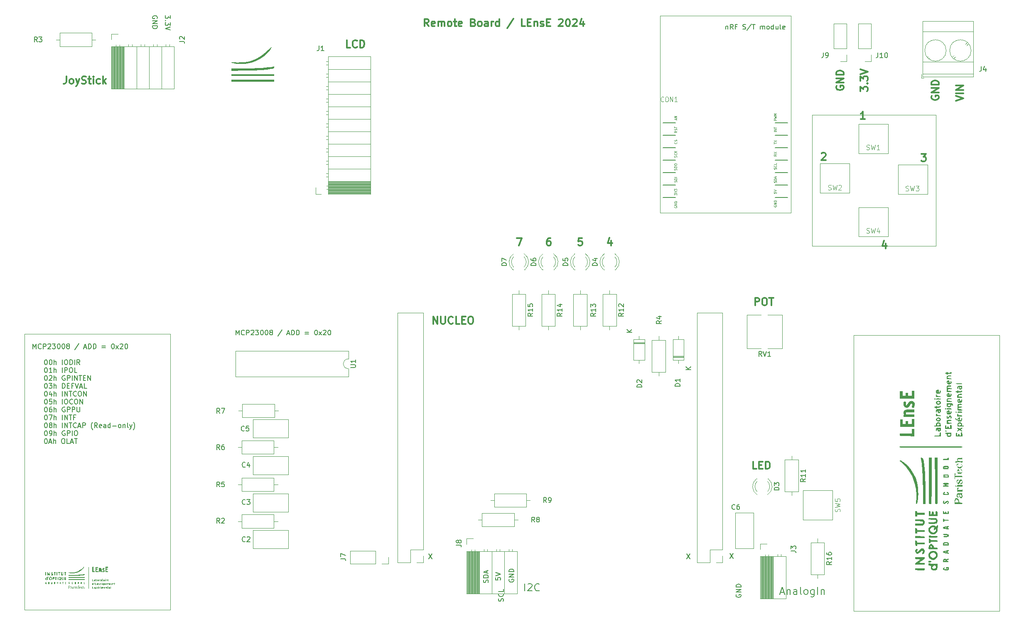
<source format=gbr>
%TF.GenerationSoftware,KiCad,Pcbnew,8.0.0*%
%TF.CreationDate,2024-05-29T16:09:33+02:00*%
%TF.ProjectId,Remote_Board_L476RG,52656d6f-7465-45f4-926f-6172645f4c34,rev?*%
%TF.SameCoordinates,Original*%
%TF.FileFunction,Legend,Top*%
%TF.FilePolarity,Positive*%
%FSLAX46Y46*%
G04 Gerber Fmt 4.6, Leading zero omitted, Abs format (unit mm)*
G04 Created by KiCad (PCBNEW 8.0.0) date 2024-05-29 16:09:33*
%MOMM*%
%LPD*%
G01*
G04 APERTURE LIST*
%ADD10C,0.150000*%
%ADD11C,0.050000*%
%ADD12C,0.300000*%
%ADD13C,0.200000*%
%ADD14C,0.100000*%
%ADD15C,0.120000*%
%ADD16C,0.127000*%
%ADD17C,0.000000*%
G04 APERTURE END LIST*
D10*
X80577255Y-101720379D02*
X80672493Y-101720379D01*
X80672493Y-101720379D02*
X80767731Y-101767998D01*
X80767731Y-101767998D02*
X80815350Y-101815617D01*
X80815350Y-101815617D02*
X80862969Y-101910855D01*
X80862969Y-101910855D02*
X80910588Y-102101331D01*
X80910588Y-102101331D02*
X80910588Y-102339426D01*
X80910588Y-102339426D02*
X80862969Y-102529902D01*
X80862969Y-102529902D02*
X80815350Y-102625140D01*
X80815350Y-102625140D02*
X80767731Y-102672760D01*
X80767731Y-102672760D02*
X80672493Y-102720379D01*
X80672493Y-102720379D02*
X80577255Y-102720379D01*
X80577255Y-102720379D02*
X80482017Y-102672760D01*
X80482017Y-102672760D02*
X80434398Y-102625140D01*
X80434398Y-102625140D02*
X80386779Y-102529902D01*
X80386779Y-102529902D02*
X80339160Y-102339426D01*
X80339160Y-102339426D02*
X80339160Y-102101331D01*
X80339160Y-102101331D02*
X80386779Y-101910855D01*
X80386779Y-101910855D02*
X80434398Y-101815617D01*
X80434398Y-101815617D02*
X80482017Y-101767998D01*
X80482017Y-101767998D02*
X80577255Y-101720379D01*
X81529636Y-101720379D02*
X81624874Y-101720379D01*
X81624874Y-101720379D02*
X81720112Y-101767998D01*
X81720112Y-101767998D02*
X81767731Y-101815617D01*
X81767731Y-101815617D02*
X81815350Y-101910855D01*
X81815350Y-101910855D02*
X81862969Y-102101331D01*
X81862969Y-102101331D02*
X81862969Y-102339426D01*
X81862969Y-102339426D02*
X81815350Y-102529902D01*
X81815350Y-102529902D02*
X81767731Y-102625140D01*
X81767731Y-102625140D02*
X81720112Y-102672760D01*
X81720112Y-102672760D02*
X81624874Y-102720379D01*
X81624874Y-102720379D02*
X81529636Y-102720379D01*
X81529636Y-102720379D02*
X81434398Y-102672760D01*
X81434398Y-102672760D02*
X81386779Y-102625140D01*
X81386779Y-102625140D02*
X81339160Y-102529902D01*
X81339160Y-102529902D02*
X81291541Y-102339426D01*
X81291541Y-102339426D02*
X81291541Y-102101331D01*
X81291541Y-102101331D02*
X81339160Y-101910855D01*
X81339160Y-101910855D02*
X81386779Y-101815617D01*
X81386779Y-101815617D02*
X81434398Y-101767998D01*
X81434398Y-101767998D02*
X81529636Y-101720379D01*
X82291541Y-102720379D02*
X82291541Y-101720379D01*
X82720112Y-102720379D02*
X82720112Y-102196569D01*
X82720112Y-102196569D02*
X82672493Y-102101331D01*
X82672493Y-102101331D02*
X82577255Y-102053712D01*
X82577255Y-102053712D02*
X82434398Y-102053712D01*
X82434398Y-102053712D02*
X82339160Y-102101331D01*
X82339160Y-102101331D02*
X82291541Y-102148950D01*
X83958208Y-102720379D02*
X83958208Y-101720379D01*
X84624874Y-101720379D02*
X84815350Y-101720379D01*
X84815350Y-101720379D02*
X84910588Y-101767998D01*
X84910588Y-101767998D02*
X85005826Y-101863236D01*
X85005826Y-101863236D02*
X85053445Y-102053712D01*
X85053445Y-102053712D02*
X85053445Y-102387045D01*
X85053445Y-102387045D02*
X85005826Y-102577521D01*
X85005826Y-102577521D02*
X84910588Y-102672760D01*
X84910588Y-102672760D02*
X84815350Y-102720379D01*
X84815350Y-102720379D02*
X84624874Y-102720379D01*
X84624874Y-102720379D02*
X84529636Y-102672760D01*
X84529636Y-102672760D02*
X84434398Y-102577521D01*
X84434398Y-102577521D02*
X84386779Y-102387045D01*
X84386779Y-102387045D02*
X84386779Y-102053712D01*
X84386779Y-102053712D02*
X84434398Y-101863236D01*
X84434398Y-101863236D02*
X84529636Y-101767998D01*
X84529636Y-101767998D02*
X84624874Y-101720379D01*
X85482017Y-102720379D02*
X85482017Y-101720379D01*
X85482017Y-101720379D02*
X85720112Y-101720379D01*
X85720112Y-101720379D02*
X85862969Y-101767998D01*
X85862969Y-101767998D02*
X85958207Y-101863236D01*
X85958207Y-101863236D02*
X86005826Y-101958474D01*
X86005826Y-101958474D02*
X86053445Y-102148950D01*
X86053445Y-102148950D02*
X86053445Y-102291807D01*
X86053445Y-102291807D02*
X86005826Y-102482283D01*
X86005826Y-102482283D02*
X85958207Y-102577521D01*
X85958207Y-102577521D02*
X85862969Y-102672760D01*
X85862969Y-102672760D02*
X85720112Y-102720379D01*
X85720112Y-102720379D02*
X85482017Y-102720379D01*
X86482017Y-102720379D02*
X86482017Y-101720379D01*
X87529635Y-102720379D02*
X87196302Y-102244188D01*
X86958207Y-102720379D02*
X86958207Y-101720379D01*
X86958207Y-101720379D02*
X87339159Y-101720379D01*
X87339159Y-101720379D02*
X87434397Y-101767998D01*
X87434397Y-101767998D02*
X87482016Y-101815617D01*
X87482016Y-101815617D02*
X87529635Y-101910855D01*
X87529635Y-101910855D02*
X87529635Y-102053712D01*
X87529635Y-102053712D02*
X87482016Y-102148950D01*
X87482016Y-102148950D02*
X87434397Y-102196569D01*
X87434397Y-102196569D02*
X87339159Y-102244188D01*
X87339159Y-102244188D02*
X86958207Y-102244188D01*
X80577255Y-103330323D02*
X80672493Y-103330323D01*
X80672493Y-103330323D02*
X80767731Y-103377942D01*
X80767731Y-103377942D02*
X80815350Y-103425561D01*
X80815350Y-103425561D02*
X80862969Y-103520799D01*
X80862969Y-103520799D02*
X80910588Y-103711275D01*
X80910588Y-103711275D02*
X80910588Y-103949370D01*
X80910588Y-103949370D02*
X80862969Y-104139846D01*
X80862969Y-104139846D02*
X80815350Y-104235084D01*
X80815350Y-104235084D02*
X80767731Y-104282704D01*
X80767731Y-104282704D02*
X80672493Y-104330323D01*
X80672493Y-104330323D02*
X80577255Y-104330323D01*
X80577255Y-104330323D02*
X80482017Y-104282704D01*
X80482017Y-104282704D02*
X80434398Y-104235084D01*
X80434398Y-104235084D02*
X80386779Y-104139846D01*
X80386779Y-104139846D02*
X80339160Y-103949370D01*
X80339160Y-103949370D02*
X80339160Y-103711275D01*
X80339160Y-103711275D02*
X80386779Y-103520799D01*
X80386779Y-103520799D02*
X80434398Y-103425561D01*
X80434398Y-103425561D02*
X80482017Y-103377942D01*
X80482017Y-103377942D02*
X80577255Y-103330323D01*
X81862969Y-104330323D02*
X81291541Y-104330323D01*
X81577255Y-104330323D02*
X81577255Y-103330323D01*
X81577255Y-103330323D02*
X81482017Y-103473180D01*
X81482017Y-103473180D02*
X81386779Y-103568418D01*
X81386779Y-103568418D02*
X81291541Y-103616037D01*
X82291541Y-104330323D02*
X82291541Y-103330323D01*
X82720112Y-104330323D02*
X82720112Y-103806513D01*
X82720112Y-103806513D02*
X82672493Y-103711275D01*
X82672493Y-103711275D02*
X82577255Y-103663656D01*
X82577255Y-103663656D02*
X82434398Y-103663656D01*
X82434398Y-103663656D02*
X82339160Y-103711275D01*
X82339160Y-103711275D02*
X82291541Y-103758894D01*
X83958208Y-104330323D02*
X83958208Y-103330323D01*
X84434398Y-104330323D02*
X84434398Y-103330323D01*
X84434398Y-103330323D02*
X84815350Y-103330323D01*
X84815350Y-103330323D02*
X84910588Y-103377942D01*
X84910588Y-103377942D02*
X84958207Y-103425561D01*
X84958207Y-103425561D02*
X85005826Y-103520799D01*
X85005826Y-103520799D02*
X85005826Y-103663656D01*
X85005826Y-103663656D02*
X84958207Y-103758894D01*
X84958207Y-103758894D02*
X84910588Y-103806513D01*
X84910588Y-103806513D02*
X84815350Y-103854132D01*
X84815350Y-103854132D02*
X84434398Y-103854132D01*
X85624874Y-103330323D02*
X85815350Y-103330323D01*
X85815350Y-103330323D02*
X85910588Y-103377942D01*
X85910588Y-103377942D02*
X86005826Y-103473180D01*
X86005826Y-103473180D02*
X86053445Y-103663656D01*
X86053445Y-103663656D02*
X86053445Y-103996989D01*
X86053445Y-103996989D02*
X86005826Y-104187465D01*
X86005826Y-104187465D02*
X85910588Y-104282704D01*
X85910588Y-104282704D02*
X85815350Y-104330323D01*
X85815350Y-104330323D02*
X85624874Y-104330323D01*
X85624874Y-104330323D02*
X85529636Y-104282704D01*
X85529636Y-104282704D02*
X85434398Y-104187465D01*
X85434398Y-104187465D02*
X85386779Y-103996989D01*
X85386779Y-103996989D02*
X85386779Y-103663656D01*
X85386779Y-103663656D02*
X85434398Y-103473180D01*
X85434398Y-103473180D02*
X85529636Y-103377942D01*
X85529636Y-103377942D02*
X85624874Y-103330323D01*
X86958207Y-104330323D02*
X86482017Y-104330323D01*
X86482017Y-104330323D02*
X86482017Y-103330323D01*
X80577255Y-104940267D02*
X80672493Y-104940267D01*
X80672493Y-104940267D02*
X80767731Y-104987886D01*
X80767731Y-104987886D02*
X80815350Y-105035505D01*
X80815350Y-105035505D02*
X80862969Y-105130743D01*
X80862969Y-105130743D02*
X80910588Y-105321219D01*
X80910588Y-105321219D02*
X80910588Y-105559314D01*
X80910588Y-105559314D02*
X80862969Y-105749790D01*
X80862969Y-105749790D02*
X80815350Y-105845028D01*
X80815350Y-105845028D02*
X80767731Y-105892648D01*
X80767731Y-105892648D02*
X80672493Y-105940267D01*
X80672493Y-105940267D02*
X80577255Y-105940267D01*
X80577255Y-105940267D02*
X80482017Y-105892648D01*
X80482017Y-105892648D02*
X80434398Y-105845028D01*
X80434398Y-105845028D02*
X80386779Y-105749790D01*
X80386779Y-105749790D02*
X80339160Y-105559314D01*
X80339160Y-105559314D02*
X80339160Y-105321219D01*
X80339160Y-105321219D02*
X80386779Y-105130743D01*
X80386779Y-105130743D02*
X80434398Y-105035505D01*
X80434398Y-105035505D02*
X80482017Y-104987886D01*
X80482017Y-104987886D02*
X80577255Y-104940267D01*
X81291541Y-105035505D02*
X81339160Y-104987886D01*
X81339160Y-104987886D02*
X81434398Y-104940267D01*
X81434398Y-104940267D02*
X81672493Y-104940267D01*
X81672493Y-104940267D02*
X81767731Y-104987886D01*
X81767731Y-104987886D02*
X81815350Y-105035505D01*
X81815350Y-105035505D02*
X81862969Y-105130743D01*
X81862969Y-105130743D02*
X81862969Y-105225981D01*
X81862969Y-105225981D02*
X81815350Y-105368838D01*
X81815350Y-105368838D02*
X81243922Y-105940267D01*
X81243922Y-105940267D02*
X81862969Y-105940267D01*
X82291541Y-105940267D02*
X82291541Y-104940267D01*
X82720112Y-105940267D02*
X82720112Y-105416457D01*
X82720112Y-105416457D02*
X82672493Y-105321219D01*
X82672493Y-105321219D02*
X82577255Y-105273600D01*
X82577255Y-105273600D02*
X82434398Y-105273600D01*
X82434398Y-105273600D02*
X82339160Y-105321219D01*
X82339160Y-105321219D02*
X82291541Y-105368838D01*
X84482017Y-104987886D02*
X84386779Y-104940267D01*
X84386779Y-104940267D02*
X84243922Y-104940267D01*
X84243922Y-104940267D02*
X84101065Y-104987886D01*
X84101065Y-104987886D02*
X84005827Y-105083124D01*
X84005827Y-105083124D02*
X83958208Y-105178362D01*
X83958208Y-105178362D02*
X83910589Y-105368838D01*
X83910589Y-105368838D02*
X83910589Y-105511695D01*
X83910589Y-105511695D02*
X83958208Y-105702171D01*
X83958208Y-105702171D02*
X84005827Y-105797409D01*
X84005827Y-105797409D02*
X84101065Y-105892648D01*
X84101065Y-105892648D02*
X84243922Y-105940267D01*
X84243922Y-105940267D02*
X84339160Y-105940267D01*
X84339160Y-105940267D02*
X84482017Y-105892648D01*
X84482017Y-105892648D02*
X84529636Y-105845028D01*
X84529636Y-105845028D02*
X84529636Y-105511695D01*
X84529636Y-105511695D02*
X84339160Y-105511695D01*
X84958208Y-105940267D02*
X84958208Y-104940267D01*
X84958208Y-104940267D02*
X85339160Y-104940267D01*
X85339160Y-104940267D02*
X85434398Y-104987886D01*
X85434398Y-104987886D02*
X85482017Y-105035505D01*
X85482017Y-105035505D02*
X85529636Y-105130743D01*
X85529636Y-105130743D02*
X85529636Y-105273600D01*
X85529636Y-105273600D02*
X85482017Y-105368838D01*
X85482017Y-105368838D02*
X85434398Y-105416457D01*
X85434398Y-105416457D02*
X85339160Y-105464076D01*
X85339160Y-105464076D02*
X84958208Y-105464076D01*
X85958208Y-105940267D02*
X85958208Y-104940267D01*
X86434398Y-105940267D02*
X86434398Y-104940267D01*
X86434398Y-104940267D02*
X87005826Y-105940267D01*
X87005826Y-105940267D02*
X87005826Y-104940267D01*
X87339160Y-104940267D02*
X87910588Y-104940267D01*
X87624874Y-105940267D02*
X87624874Y-104940267D01*
X88243922Y-105416457D02*
X88577255Y-105416457D01*
X88720112Y-105940267D02*
X88243922Y-105940267D01*
X88243922Y-105940267D02*
X88243922Y-104940267D01*
X88243922Y-104940267D02*
X88720112Y-104940267D01*
X89148684Y-105940267D02*
X89148684Y-104940267D01*
X89148684Y-104940267D02*
X89720112Y-105940267D01*
X89720112Y-105940267D02*
X89720112Y-104940267D01*
X80577255Y-106550211D02*
X80672493Y-106550211D01*
X80672493Y-106550211D02*
X80767731Y-106597830D01*
X80767731Y-106597830D02*
X80815350Y-106645449D01*
X80815350Y-106645449D02*
X80862969Y-106740687D01*
X80862969Y-106740687D02*
X80910588Y-106931163D01*
X80910588Y-106931163D02*
X80910588Y-107169258D01*
X80910588Y-107169258D02*
X80862969Y-107359734D01*
X80862969Y-107359734D02*
X80815350Y-107454972D01*
X80815350Y-107454972D02*
X80767731Y-107502592D01*
X80767731Y-107502592D02*
X80672493Y-107550211D01*
X80672493Y-107550211D02*
X80577255Y-107550211D01*
X80577255Y-107550211D02*
X80482017Y-107502592D01*
X80482017Y-107502592D02*
X80434398Y-107454972D01*
X80434398Y-107454972D02*
X80386779Y-107359734D01*
X80386779Y-107359734D02*
X80339160Y-107169258D01*
X80339160Y-107169258D02*
X80339160Y-106931163D01*
X80339160Y-106931163D02*
X80386779Y-106740687D01*
X80386779Y-106740687D02*
X80434398Y-106645449D01*
X80434398Y-106645449D02*
X80482017Y-106597830D01*
X80482017Y-106597830D02*
X80577255Y-106550211D01*
X81243922Y-106550211D02*
X81862969Y-106550211D01*
X81862969Y-106550211D02*
X81529636Y-106931163D01*
X81529636Y-106931163D02*
X81672493Y-106931163D01*
X81672493Y-106931163D02*
X81767731Y-106978782D01*
X81767731Y-106978782D02*
X81815350Y-107026401D01*
X81815350Y-107026401D02*
X81862969Y-107121639D01*
X81862969Y-107121639D02*
X81862969Y-107359734D01*
X81862969Y-107359734D02*
X81815350Y-107454972D01*
X81815350Y-107454972D02*
X81767731Y-107502592D01*
X81767731Y-107502592D02*
X81672493Y-107550211D01*
X81672493Y-107550211D02*
X81386779Y-107550211D01*
X81386779Y-107550211D02*
X81291541Y-107502592D01*
X81291541Y-107502592D02*
X81243922Y-107454972D01*
X82291541Y-107550211D02*
X82291541Y-106550211D01*
X82720112Y-107550211D02*
X82720112Y-107026401D01*
X82720112Y-107026401D02*
X82672493Y-106931163D01*
X82672493Y-106931163D02*
X82577255Y-106883544D01*
X82577255Y-106883544D02*
X82434398Y-106883544D01*
X82434398Y-106883544D02*
X82339160Y-106931163D01*
X82339160Y-106931163D02*
X82291541Y-106978782D01*
X83958208Y-107550211D02*
X83958208Y-106550211D01*
X83958208Y-106550211D02*
X84196303Y-106550211D01*
X84196303Y-106550211D02*
X84339160Y-106597830D01*
X84339160Y-106597830D02*
X84434398Y-106693068D01*
X84434398Y-106693068D02*
X84482017Y-106788306D01*
X84482017Y-106788306D02*
X84529636Y-106978782D01*
X84529636Y-106978782D02*
X84529636Y-107121639D01*
X84529636Y-107121639D02*
X84482017Y-107312115D01*
X84482017Y-107312115D02*
X84434398Y-107407353D01*
X84434398Y-107407353D02*
X84339160Y-107502592D01*
X84339160Y-107502592D02*
X84196303Y-107550211D01*
X84196303Y-107550211D02*
X83958208Y-107550211D01*
X84958208Y-107026401D02*
X85291541Y-107026401D01*
X85434398Y-107550211D02*
X84958208Y-107550211D01*
X84958208Y-107550211D02*
X84958208Y-106550211D01*
X84958208Y-106550211D02*
X85434398Y-106550211D01*
X86196303Y-107026401D02*
X85862970Y-107026401D01*
X85862970Y-107550211D02*
X85862970Y-106550211D01*
X85862970Y-106550211D02*
X86339160Y-106550211D01*
X86577256Y-106550211D02*
X86910589Y-107550211D01*
X86910589Y-107550211D02*
X87243922Y-106550211D01*
X87529637Y-107264496D02*
X88005827Y-107264496D01*
X87434399Y-107550211D02*
X87767732Y-106550211D01*
X87767732Y-106550211D02*
X88101065Y-107550211D01*
X88910589Y-107550211D02*
X88434399Y-107550211D01*
X88434399Y-107550211D02*
X88434399Y-106550211D01*
X80577255Y-108160155D02*
X80672493Y-108160155D01*
X80672493Y-108160155D02*
X80767731Y-108207774D01*
X80767731Y-108207774D02*
X80815350Y-108255393D01*
X80815350Y-108255393D02*
X80862969Y-108350631D01*
X80862969Y-108350631D02*
X80910588Y-108541107D01*
X80910588Y-108541107D02*
X80910588Y-108779202D01*
X80910588Y-108779202D02*
X80862969Y-108969678D01*
X80862969Y-108969678D02*
X80815350Y-109064916D01*
X80815350Y-109064916D02*
X80767731Y-109112536D01*
X80767731Y-109112536D02*
X80672493Y-109160155D01*
X80672493Y-109160155D02*
X80577255Y-109160155D01*
X80577255Y-109160155D02*
X80482017Y-109112536D01*
X80482017Y-109112536D02*
X80434398Y-109064916D01*
X80434398Y-109064916D02*
X80386779Y-108969678D01*
X80386779Y-108969678D02*
X80339160Y-108779202D01*
X80339160Y-108779202D02*
X80339160Y-108541107D01*
X80339160Y-108541107D02*
X80386779Y-108350631D01*
X80386779Y-108350631D02*
X80434398Y-108255393D01*
X80434398Y-108255393D02*
X80482017Y-108207774D01*
X80482017Y-108207774D02*
X80577255Y-108160155D01*
X81767731Y-108493488D02*
X81767731Y-109160155D01*
X81529636Y-108112536D02*
X81291541Y-108826821D01*
X81291541Y-108826821D02*
X81910588Y-108826821D01*
X82291541Y-109160155D02*
X82291541Y-108160155D01*
X82720112Y-109160155D02*
X82720112Y-108636345D01*
X82720112Y-108636345D02*
X82672493Y-108541107D01*
X82672493Y-108541107D02*
X82577255Y-108493488D01*
X82577255Y-108493488D02*
X82434398Y-108493488D01*
X82434398Y-108493488D02*
X82339160Y-108541107D01*
X82339160Y-108541107D02*
X82291541Y-108588726D01*
X83958208Y-109160155D02*
X83958208Y-108160155D01*
X84434398Y-109160155D02*
X84434398Y-108160155D01*
X84434398Y-108160155D02*
X85005826Y-109160155D01*
X85005826Y-109160155D02*
X85005826Y-108160155D01*
X85339160Y-108160155D02*
X85910588Y-108160155D01*
X85624874Y-109160155D02*
X85624874Y-108160155D01*
X86815350Y-109064916D02*
X86767731Y-109112536D01*
X86767731Y-109112536D02*
X86624874Y-109160155D01*
X86624874Y-109160155D02*
X86529636Y-109160155D01*
X86529636Y-109160155D02*
X86386779Y-109112536D01*
X86386779Y-109112536D02*
X86291541Y-109017297D01*
X86291541Y-109017297D02*
X86243922Y-108922059D01*
X86243922Y-108922059D02*
X86196303Y-108731583D01*
X86196303Y-108731583D02*
X86196303Y-108588726D01*
X86196303Y-108588726D02*
X86243922Y-108398250D01*
X86243922Y-108398250D02*
X86291541Y-108303012D01*
X86291541Y-108303012D02*
X86386779Y-108207774D01*
X86386779Y-108207774D02*
X86529636Y-108160155D01*
X86529636Y-108160155D02*
X86624874Y-108160155D01*
X86624874Y-108160155D02*
X86767731Y-108207774D01*
X86767731Y-108207774D02*
X86815350Y-108255393D01*
X87434398Y-108160155D02*
X87624874Y-108160155D01*
X87624874Y-108160155D02*
X87720112Y-108207774D01*
X87720112Y-108207774D02*
X87815350Y-108303012D01*
X87815350Y-108303012D02*
X87862969Y-108493488D01*
X87862969Y-108493488D02*
X87862969Y-108826821D01*
X87862969Y-108826821D02*
X87815350Y-109017297D01*
X87815350Y-109017297D02*
X87720112Y-109112536D01*
X87720112Y-109112536D02*
X87624874Y-109160155D01*
X87624874Y-109160155D02*
X87434398Y-109160155D01*
X87434398Y-109160155D02*
X87339160Y-109112536D01*
X87339160Y-109112536D02*
X87243922Y-109017297D01*
X87243922Y-109017297D02*
X87196303Y-108826821D01*
X87196303Y-108826821D02*
X87196303Y-108493488D01*
X87196303Y-108493488D02*
X87243922Y-108303012D01*
X87243922Y-108303012D02*
X87339160Y-108207774D01*
X87339160Y-108207774D02*
X87434398Y-108160155D01*
X88291541Y-109160155D02*
X88291541Y-108160155D01*
X88291541Y-108160155D02*
X88862969Y-109160155D01*
X88862969Y-109160155D02*
X88862969Y-108160155D01*
X80577255Y-109770099D02*
X80672493Y-109770099D01*
X80672493Y-109770099D02*
X80767731Y-109817718D01*
X80767731Y-109817718D02*
X80815350Y-109865337D01*
X80815350Y-109865337D02*
X80862969Y-109960575D01*
X80862969Y-109960575D02*
X80910588Y-110151051D01*
X80910588Y-110151051D02*
X80910588Y-110389146D01*
X80910588Y-110389146D02*
X80862969Y-110579622D01*
X80862969Y-110579622D02*
X80815350Y-110674860D01*
X80815350Y-110674860D02*
X80767731Y-110722480D01*
X80767731Y-110722480D02*
X80672493Y-110770099D01*
X80672493Y-110770099D02*
X80577255Y-110770099D01*
X80577255Y-110770099D02*
X80482017Y-110722480D01*
X80482017Y-110722480D02*
X80434398Y-110674860D01*
X80434398Y-110674860D02*
X80386779Y-110579622D01*
X80386779Y-110579622D02*
X80339160Y-110389146D01*
X80339160Y-110389146D02*
X80339160Y-110151051D01*
X80339160Y-110151051D02*
X80386779Y-109960575D01*
X80386779Y-109960575D02*
X80434398Y-109865337D01*
X80434398Y-109865337D02*
X80482017Y-109817718D01*
X80482017Y-109817718D02*
X80577255Y-109770099D01*
X81815350Y-109770099D02*
X81339160Y-109770099D01*
X81339160Y-109770099D02*
X81291541Y-110246289D01*
X81291541Y-110246289D02*
X81339160Y-110198670D01*
X81339160Y-110198670D02*
X81434398Y-110151051D01*
X81434398Y-110151051D02*
X81672493Y-110151051D01*
X81672493Y-110151051D02*
X81767731Y-110198670D01*
X81767731Y-110198670D02*
X81815350Y-110246289D01*
X81815350Y-110246289D02*
X81862969Y-110341527D01*
X81862969Y-110341527D02*
X81862969Y-110579622D01*
X81862969Y-110579622D02*
X81815350Y-110674860D01*
X81815350Y-110674860D02*
X81767731Y-110722480D01*
X81767731Y-110722480D02*
X81672493Y-110770099D01*
X81672493Y-110770099D02*
X81434398Y-110770099D01*
X81434398Y-110770099D02*
X81339160Y-110722480D01*
X81339160Y-110722480D02*
X81291541Y-110674860D01*
X82291541Y-110770099D02*
X82291541Y-109770099D01*
X82720112Y-110770099D02*
X82720112Y-110246289D01*
X82720112Y-110246289D02*
X82672493Y-110151051D01*
X82672493Y-110151051D02*
X82577255Y-110103432D01*
X82577255Y-110103432D02*
X82434398Y-110103432D01*
X82434398Y-110103432D02*
X82339160Y-110151051D01*
X82339160Y-110151051D02*
X82291541Y-110198670D01*
X83958208Y-110770099D02*
X83958208Y-109770099D01*
X84624874Y-109770099D02*
X84815350Y-109770099D01*
X84815350Y-109770099D02*
X84910588Y-109817718D01*
X84910588Y-109817718D02*
X85005826Y-109912956D01*
X85005826Y-109912956D02*
X85053445Y-110103432D01*
X85053445Y-110103432D02*
X85053445Y-110436765D01*
X85053445Y-110436765D02*
X85005826Y-110627241D01*
X85005826Y-110627241D02*
X84910588Y-110722480D01*
X84910588Y-110722480D02*
X84815350Y-110770099D01*
X84815350Y-110770099D02*
X84624874Y-110770099D01*
X84624874Y-110770099D02*
X84529636Y-110722480D01*
X84529636Y-110722480D02*
X84434398Y-110627241D01*
X84434398Y-110627241D02*
X84386779Y-110436765D01*
X84386779Y-110436765D02*
X84386779Y-110103432D01*
X84386779Y-110103432D02*
X84434398Y-109912956D01*
X84434398Y-109912956D02*
X84529636Y-109817718D01*
X84529636Y-109817718D02*
X84624874Y-109770099D01*
X86053445Y-110674860D02*
X86005826Y-110722480D01*
X86005826Y-110722480D02*
X85862969Y-110770099D01*
X85862969Y-110770099D02*
X85767731Y-110770099D01*
X85767731Y-110770099D02*
X85624874Y-110722480D01*
X85624874Y-110722480D02*
X85529636Y-110627241D01*
X85529636Y-110627241D02*
X85482017Y-110532003D01*
X85482017Y-110532003D02*
X85434398Y-110341527D01*
X85434398Y-110341527D02*
X85434398Y-110198670D01*
X85434398Y-110198670D02*
X85482017Y-110008194D01*
X85482017Y-110008194D02*
X85529636Y-109912956D01*
X85529636Y-109912956D02*
X85624874Y-109817718D01*
X85624874Y-109817718D02*
X85767731Y-109770099D01*
X85767731Y-109770099D02*
X85862969Y-109770099D01*
X85862969Y-109770099D02*
X86005826Y-109817718D01*
X86005826Y-109817718D02*
X86053445Y-109865337D01*
X86672493Y-109770099D02*
X86862969Y-109770099D01*
X86862969Y-109770099D02*
X86958207Y-109817718D01*
X86958207Y-109817718D02*
X87053445Y-109912956D01*
X87053445Y-109912956D02*
X87101064Y-110103432D01*
X87101064Y-110103432D02*
X87101064Y-110436765D01*
X87101064Y-110436765D02*
X87053445Y-110627241D01*
X87053445Y-110627241D02*
X86958207Y-110722480D01*
X86958207Y-110722480D02*
X86862969Y-110770099D01*
X86862969Y-110770099D02*
X86672493Y-110770099D01*
X86672493Y-110770099D02*
X86577255Y-110722480D01*
X86577255Y-110722480D02*
X86482017Y-110627241D01*
X86482017Y-110627241D02*
X86434398Y-110436765D01*
X86434398Y-110436765D02*
X86434398Y-110103432D01*
X86434398Y-110103432D02*
X86482017Y-109912956D01*
X86482017Y-109912956D02*
X86577255Y-109817718D01*
X86577255Y-109817718D02*
X86672493Y-109770099D01*
X87529636Y-110770099D02*
X87529636Y-109770099D01*
X87529636Y-109770099D02*
X88101064Y-110770099D01*
X88101064Y-110770099D02*
X88101064Y-109770099D01*
X80577255Y-111380043D02*
X80672493Y-111380043D01*
X80672493Y-111380043D02*
X80767731Y-111427662D01*
X80767731Y-111427662D02*
X80815350Y-111475281D01*
X80815350Y-111475281D02*
X80862969Y-111570519D01*
X80862969Y-111570519D02*
X80910588Y-111760995D01*
X80910588Y-111760995D02*
X80910588Y-111999090D01*
X80910588Y-111999090D02*
X80862969Y-112189566D01*
X80862969Y-112189566D02*
X80815350Y-112284804D01*
X80815350Y-112284804D02*
X80767731Y-112332424D01*
X80767731Y-112332424D02*
X80672493Y-112380043D01*
X80672493Y-112380043D02*
X80577255Y-112380043D01*
X80577255Y-112380043D02*
X80482017Y-112332424D01*
X80482017Y-112332424D02*
X80434398Y-112284804D01*
X80434398Y-112284804D02*
X80386779Y-112189566D01*
X80386779Y-112189566D02*
X80339160Y-111999090D01*
X80339160Y-111999090D02*
X80339160Y-111760995D01*
X80339160Y-111760995D02*
X80386779Y-111570519D01*
X80386779Y-111570519D02*
X80434398Y-111475281D01*
X80434398Y-111475281D02*
X80482017Y-111427662D01*
X80482017Y-111427662D02*
X80577255Y-111380043D01*
X81767731Y-111380043D02*
X81577255Y-111380043D01*
X81577255Y-111380043D02*
X81482017Y-111427662D01*
X81482017Y-111427662D02*
X81434398Y-111475281D01*
X81434398Y-111475281D02*
X81339160Y-111618138D01*
X81339160Y-111618138D02*
X81291541Y-111808614D01*
X81291541Y-111808614D02*
X81291541Y-112189566D01*
X81291541Y-112189566D02*
X81339160Y-112284804D01*
X81339160Y-112284804D02*
X81386779Y-112332424D01*
X81386779Y-112332424D02*
X81482017Y-112380043D01*
X81482017Y-112380043D02*
X81672493Y-112380043D01*
X81672493Y-112380043D02*
X81767731Y-112332424D01*
X81767731Y-112332424D02*
X81815350Y-112284804D01*
X81815350Y-112284804D02*
X81862969Y-112189566D01*
X81862969Y-112189566D02*
X81862969Y-111951471D01*
X81862969Y-111951471D02*
X81815350Y-111856233D01*
X81815350Y-111856233D02*
X81767731Y-111808614D01*
X81767731Y-111808614D02*
X81672493Y-111760995D01*
X81672493Y-111760995D02*
X81482017Y-111760995D01*
X81482017Y-111760995D02*
X81386779Y-111808614D01*
X81386779Y-111808614D02*
X81339160Y-111856233D01*
X81339160Y-111856233D02*
X81291541Y-111951471D01*
X82291541Y-112380043D02*
X82291541Y-111380043D01*
X82720112Y-112380043D02*
X82720112Y-111856233D01*
X82720112Y-111856233D02*
X82672493Y-111760995D01*
X82672493Y-111760995D02*
X82577255Y-111713376D01*
X82577255Y-111713376D02*
X82434398Y-111713376D01*
X82434398Y-111713376D02*
X82339160Y-111760995D01*
X82339160Y-111760995D02*
X82291541Y-111808614D01*
X84482017Y-111427662D02*
X84386779Y-111380043D01*
X84386779Y-111380043D02*
X84243922Y-111380043D01*
X84243922Y-111380043D02*
X84101065Y-111427662D01*
X84101065Y-111427662D02*
X84005827Y-111522900D01*
X84005827Y-111522900D02*
X83958208Y-111618138D01*
X83958208Y-111618138D02*
X83910589Y-111808614D01*
X83910589Y-111808614D02*
X83910589Y-111951471D01*
X83910589Y-111951471D02*
X83958208Y-112141947D01*
X83958208Y-112141947D02*
X84005827Y-112237185D01*
X84005827Y-112237185D02*
X84101065Y-112332424D01*
X84101065Y-112332424D02*
X84243922Y-112380043D01*
X84243922Y-112380043D02*
X84339160Y-112380043D01*
X84339160Y-112380043D02*
X84482017Y-112332424D01*
X84482017Y-112332424D02*
X84529636Y-112284804D01*
X84529636Y-112284804D02*
X84529636Y-111951471D01*
X84529636Y-111951471D02*
X84339160Y-111951471D01*
X84958208Y-112380043D02*
X84958208Y-111380043D01*
X84958208Y-111380043D02*
X85339160Y-111380043D01*
X85339160Y-111380043D02*
X85434398Y-111427662D01*
X85434398Y-111427662D02*
X85482017Y-111475281D01*
X85482017Y-111475281D02*
X85529636Y-111570519D01*
X85529636Y-111570519D02*
X85529636Y-111713376D01*
X85529636Y-111713376D02*
X85482017Y-111808614D01*
X85482017Y-111808614D02*
X85434398Y-111856233D01*
X85434398Y-111856233D02*
X85339160Y-111903852D01*
X85339160Y-111903852D02*
X84958208Y-111903852D01*
X85958208Y-112380043D02*
X85958208Y-111380043D01*
X85958208Y-111380043D02*
X86339160Y-111380043D01*
X86339160Y-111380043D02*
X86434398Y-111427662D01*
X86434398Y-111427662D02*
X86482017Y-111475281D01*
X86482017Y-111475281D02*
X86529636Y-111570519D01*
X86529636Y-111570519D02*
X86529636Y-111713376D01*
X86529636Y-111713376D02*
X86482017Y-111808614D01*
X86482017Y-111808614D02*
X86434398Y-111856233D01*
X86434398Y-111856233D02*
X86339160Y-111903852D01*
X86339160Y-111903852D02*
X85958208Y-111903852D01*
X86958208Y-111380043D02*
X86958208Y-112189566D01*
X86958208Y-112189566D02*
X87005827Y-112284804D01*
X87005827Y-112284804D02*
X87053446Y-112332424D01*
X87053446Y-112332424D02*
X87148684Y-112380043D01*
X87148684Y-112380043D02*
X87339160Y-112380043D01*
X87339160Y-112380043D02*
X87434398Y-112332424D01*
X87434398Y-112332424D02*
X87482017Y-112284804D01*
X87482017Y-112284804D02*
X87529636Y-112189566D01*
X87529636Y-112189566D02*
X87529636Y-111380043D01*
X80577255Y-112989987D02*
X80672493Y-112989987D01*
X80672493Y-112989987D02*
X80767731Y-113037606D01*
X80767731Y-113037606D02*
X80815350Y-113085225D01*
X80815350Y-113085225D02*
X80862969Y-113180463D01*
X80862969Y-113180463D02*
X80910588Y-113370939D01*
X80910588Y-113370939D02*
X80910588Y-113609034D01*
X80910588Y-113609034D02*
X80862969Y-113799510D01*
X80862969Y-113799510D02*
X80815350Y-113894748D01*
X80815350Y-113894748D02*
X80767731Y-113942368D01*
X80767731Y-113942368D02*
X80672493Y-113989987D01*
X80672493Y-113989987D02*
X80577255Y-113989987D01*
X80577255Y-113989987D02*
X80482017Y-113942368D01*
X80482017Y-113942368D02*
X80434398Y-113894748D01*
X80434398Y-113894748D02*
X80386779Y-113799510D01*
X80386779Y-113799510D02*
X80339160Y-113609034D01*
X80339160Y-113609034D02*
X80339160Y-113370939D01*
X80339160Y-113370939D02*
X80386779Y-113180463D01*
X80386779Y-113180463D02*
X80434398Y-113085225D01*
X80434398Y-113085225D02*
X80482017Y-113037606D01*
X80482017Y-113037606D02*
X80577255Y-112989987D01*
X81243922Y-112989987D02*
X81910588Y-112989987D01*
X81910588Y-112989987D02*
X81482017Y-113989987D01*
X82291541Y-113989987D02*
X82291541Y-112989987D01*
X82720112Y-113989987D02*
X82720112Y-113466177D01*
X82720112Y-113466177D02*
X82672493Y-113370939D01*
X82672493Y-113370939D02*
X82577255Y-113323320D01*
X82577255Y-113323320D02*
X82434398Y-113323320D01*
X82434398Y-113323320D02*
X82339160Y-113370939D01*
X82339160Y-113370939D02*
X82291541Y-113418558D01*
X83958208Y-113989987D02*
X83958208Y-112989987D01*
X84434398Y-113989987D02*
X84434398Y-112989987D01*
X84434398Y-112989987D02*
X85005826Y-113989987D01*
X85005826Y-113989987D02*
X85005826Y-112989987D01*
X85339160Y-112989987D02*
X85910588Y-112989987D01*
X85624874Y-113989987D02*
X85624874Y-112989987D01*
X86577255Y-113466177D02*
X86243922Y-113466177D01*
X86243922Y-113989987D02*
X86243922Y-112989987D01*
X86243922Y-112989987D02*
X86720112Y-112989987D01*
X80577255Y-114599931D02*
X80672493Y-114599931D01*
X80672493Y-114599931D02*
X80767731Y-114647550D01*
X80767731Y-114647550D02*
X80815350Y-114695169D01*
X80815350Y-114695169D02*
X80862969Y-114790407D01*
X80862969Y-114790407D02*
X80910588Y-114980883D01*
X80910588Y-114980883D02*
X80910588Y-115218978D01*
X80910588Y-115218978D02*
X80862969Y-115409454D01*
X80862969Y-115409454D02*
X80815350Y-115504692D01*
X80815350Y-115504692D02*
X80767731Y-115552312D01*
X80767731Y-115552312D02*
X80672493Y-115599931D01*
X80672493Y-115599931D02*
X80577255Y-115599931D01*
X80577255Y-115599931D02*
X80482017Y-115552312D01*
X80482017Y-115552312D02*
X80434398Y-115504692D01*
X80434398Y-115504692D02*
X80386779Y-115409454D01*
X80386779Y-115409454D02*
X80339160Y-115218978D01*
X80339160Y-115218978D02*
X80339160Y-114980883D01*
X80339160Y-114980883D02*
X80386779Y-114790407D01*
X80386779Y-114790407D02*
X80434398Y-114695169D01*
X80434398Y-114695169D02*
X80482017Y-114647550D01*
X80482017Y-114647550D02*
X80577255Y-114599931D01*
X81482017Y-115028502D02*
X81386779Y-114980883D01*
X81386779Y-114980883D02*
X81339160Y-114933264D01*
X81339160Y-114933264D02*
X81291541Y-114838026D01*
X81291541Y-114838026D02*
X81291541Y-114790407D01*
X81291541Y-114790407D02*
X81339160Y-114695169D01*
X81339160Y-114695169D02*
X81386779Y-114647550D01*
X81386779Y-114647550D02*
X81482017Y-114599931D01*
X81482017Y-114599931D02*
X81672493Y-114599931D01*
X81672493Y-114599931D02*
X81767731Y-114647550D01*
X81767731Y-114647550D02*
X81815350Y-114695169D01*
X81815350Y-114695169D02*
X81862969Y-114790407D01*
X81862969Y-114790407D02*
X81862969Y-114838026D01*
X81862969Y-114838026D02*
X81815350Y-114933264D01*
X81815350Y-114933264D02*
X81767731Y-114980883D01*
X81767731Y-114980883D02*
X81672493Y-115028502D01*
X81672493Y-115028502D02*
X81482017Y-115028502D01*
X81482017Y-115028502D02*
X81386779Y-115076121D01*
X81386779Y-115076121D02*
X81339160Y-115123740D01*
X81339160Y-115123740D02*
X81291541Y-115218978D01*
X81291541Y-115218978D02*
X81291541Y-115409454D01*
X81291541Y-115409454D02*
X81339160Y-115504692D01*
X81339160Y-115504692D02*
X81386779Y-115552312D01*
X81386779Y-115552312D02*
X81482017Y-115599931D01*
X81482017Y-115599931D02*
X81672493Y-115599931D01*
X81672493Y-115599931D02*
X81767731Y-115552312D01*
X81767731Y-115552312D02*
X81815350Y-115504692D01*
X81815350Y-115504692D02*
X81862969Y-115409454D01*
X81862969Y-115409454D02*
X81862969Y-115218978D01*
X81862969Y-115218978D02*
X81815350Y-115123740D01*
X81815350Y-115123740D02*
X81767731Y-115076121D01*
X81767731Y-115076121D02*
X81672493Y-115028502D01*
X82291541Y-115599931D02*
X82291541Y-114599931D01*
X82720112Y-115599931D02*
X82720112Y-115076121D01*
X82720112Y-115076121D02*
X82672493Y-114980883D01*
X82672493Y-114980883D02*
X82577255Y-114933264D01*
X82577255Y-114933264D02*
X82434398Y-114933264D01*
X82434398Y-114933264D02*
X82339160Y-114980883D01*
X82339160Y-114980883D02*
X82291541Y-115028502D01*
X83958208Y-115599931D02*
X83958208Y-114599931D01*
X84434398Y-115599931D02*
X84434398Y-114599931D01*
X84434398Y-114599931D02*
X85005826Y-115599931D01*
X85005826Y-115599931D02*
X85005826Y-114599931D01*
X85339160Y-114599931D02*
X85910588Y-114599931D01*
X85624874Y-115599931D02*
X85624874Y-114599931D01*
X86815350Y-115504692D02*
X86767731Y-115552312D01*
X86767731Y-115552312D02*
X86624874Y-115599931D01*
X86624874Y-115599931D02*
X86529636Y-115599931D01*
X86529636Y-115599931D02*
X86386779Y-115552312D01*
X86386779Y-115552312D02*
X86291541Y-115457073D01*
X86291541Y-115457073D02*
X86243922Y-115361835D01*
X86243922Y-115361835D02*
X86196303Y-115171359D01*
X86196303Y-115171359D02*
X86196303Y-115028502D01*
X86196303Y-115028502D02*
X86243922Y-114838026D01*
X86243922Y-114838026D02*
X86291541Y-114742788D01*
X86291541Y-114742788D02*
X86386779Y-114647550D01*
X86386779Y-114647550D02*
X86529636Y-114599931D01*
X86529636Y-114599931D02*
X86624874Y-114599931D01*
X86624874Y-114599931D02*
X86767731Y-114647550D01*
X86767731Y-114647550D02*
X86815350Y-114695169D01*
X87196303Y-115314216D02*
X87672493Y-115314216D01*
X87101065Y-115599931D02*
X87434398Y-114599931D01*
X87434398Y-114599931D02*
X87767731Y-115599931D01*
X88101065Y-115599931D02*
X88101065Y-114599931D01*
X88101065Y-114599931D02*
X88482017Y-114599931D01*
X88482017Y-114599931D02*
X88577255Y-114647550D01*
X88577255Y-114647550D02*
X88624874Y-114695169D01*
X88624874Y-114695169D02*
X88672493Y-114790407D01*
X88672493Y-114790407D02*
X88672493Y-114933264D01*
X88672493Y-114933264D02*
X88624874Y-115028502D01*
X88624874Y-115028502D02*
X88577255Y-115076121D01*
X88577255Y-115076121D02*
X88482017Y-115123740D01*
X88482017Y-115123740D02*
X88101065Y-115123740D01*
X90148684Y-115980883D02*
X90101065Y-115933264D01*
X90101065Y-115933264D02*
X90005827Y-115790407D01*
X90005827Y-115790407D02*
X89958208Y-115695169D01*
X89958208Y-115695169D02*
X89910589Y-115552312D01*
X89910589Y-115552312D02*
X89862970Y-115314216D01*
X89862970Y-115314216D02*
X89862970Y-115123740D01*
X89862970Y-115123740D02*
X89910589Y-114885645D01*
X89910589Y-114885645D02*
X89958208Y-114742788D01*
X89958208Y-114742788D02*
X90005827Y-114647550D01*
X90005827Y-114647550D02*
X90101065Y-114504692D01*
X90101065Y-114504692D02*
X90148684Y-114457073D01*
X91101065Y-115599931D02*
X90767732Y-115123740D01*
X90529637Y-115599931D02*
X90529637Y-114599931D01*
X90529637Y-114599931D02*
X90910589Y-114599931D01*
X90910589Y-114599931D02*
X91005827Y-114647550D01*
X91005827Y-114647550D02*
X91053446Y-114695169D01*
X91053446Y-114695169D02*
X91101065Y-114790407D01*
X91101065Y-114790407D02*
X91101065Y-114933264D01*
X91101065Y-114933264D02*
X91053446Y-115028502D01*
X91053446Y-115028502D02*
X91005827Y-115076121D01*
X91005827Y-115076121D02*
X90910589Y-115123740D01*
X90910589Y-115123740D02*
X90529637Y-115123740D01*
X91910589Y-115552312D02*
X91815351Y-115599931D01*
X91815351Y-115599931D02*
X91624875Y-115599931D01*
X91624875Y-115599931D02*
X91529637Y-115552312D01*
X91529637Y-115552312D02*
X91482018Y-115457073D01*
X91482018Y-115457073D02*
X91482018Y-115076121D01*
X91482018Y-115076121D02*
X91529637Y-114980883D01*
X91529637Y-114980883D02*
X91624875Y-114933264D01*
X91624875Y-114933264D02*
X91815351Y-114933264D01*
X91815351Y-114933264D02*
X91910589Y-114980883D01*
X91910589Y-114980883D02*
X91958208Y-115076121D01*
X91958208Y-115076121D02*
X91958208Y-115171359D01*
X91958208Y-115171359D02*
X91482018Y-115266597D01*
X92815351Y-115599931D02*
X92815351Y-115076121D01*
X92815351Y-115076121D02*
X92767732Y-114980883D01*
X92767732Y-114980883D02*
X92672494Y-114933264D01*
X92672494Y-114933264D02*
X92482018Y-114933264D01*
X92482018Y-114933264D02*
X92386780Y-114980883D01*
X92815351Y-115552312D02*
X92720113Y-115599931D01*
X92720113Y-115599931D02*
X92482018Y-115599931D01*
X92482018Y-115599931D02*
X92386780Y-115552312D01*
X92386780Y-115552312D02*
X92339161Y-115457073D01*
X92339161Y-115457073D02*
X92339161Y-115361835D01*
X92339161Y-115361835D02*
X92386780Y-115266597D01*
X92386780Y-115266597D02*
X92482018Y-115218978D01*
X92482018Y-115218978D02*
X92720113Y-115218978D01*
X92720113Y-115218978D02*
X92815351Y-115171359D01*
X93720113Y-115599931D02*
X93720113Y-114599931D01*
X93720113Y-115552312D02*
X93624875Y-115599931D01*
X93624875Y-115599931D02*
X93434399Y-115599931D01*
X93434399Y-115599931D02*
X93339161Y-115552312D01*
X93339161Y-115552312D02*
X93291542Y-115504692D01*
X93291542Y-115504692D02*
X93243923Y-115409454D01*
X93243923Y-115409454D02*
X93243923Y-115123740D01*
X93243923Y-115123740D02*
X93291542Y-115028502D01*
X93291542Y-115028502D02*
X93339161Y-114980883D01*
X93339161Y-114980883D02*
X93434399Y-114933264D01*
X93434399Y-114933264D02*
X93624875Y-114933264D01*
X93624875Y-114933264D02*
X93720113Y-114980883D01*
X94196304Y-115218978D02*
X94958209Y-115218978D01*
X95577256Y-115599931D02*
X95482018Y-115552312D01*
X95482018Y-115552312D02*
X95434399Y-115504692D01*
X95434399Y-115504692D02*
X95386780Y-115409454D01*
X95386780Y-115409454D02*
X95386780Y-115123740D01*
X95386780Y-115123740D02*
X95434399Y-115028502D01*
X95434399Y-115028502D02*
X95482018Y-114980883D01*
X95482018Y-114980883D02*
X95577256Y-114933264D01*
X95577256Y-114933264D02*
X95720113Y-114933264D01*
X95720113Y-114933264D02*
X95815351Y-114980883D01*
X95815351Y-114980883D02*
X95862970Y-115028502D01*
X95862970Y-115028502D02*
X95910589Y-115123740D01*
X95910589Y-115123740D02*
X95910589Y-115409454D01*
X95910589Y-115409454D02*
X95862970Y-115504692D01*
X95862970Y-115504692D02*
X95815351Y-115552312D01*
X95815351Y-115552312D02*
X95720113Y-115599931D01*
X95720113Y-115599931D02*
X95577256Y-115599931D01*
X96339161Y-114933264D02*
X96339161Y-115599931D01*
X96339161Y-115028502D02*
X96386780Y-114980883D01*
X96386780Y-114980883D02*
X96482018Y-114933264D01*
X96482018Y-114933264D02*
X96624875Y-114933264D01*
X96624875Y-114933264D02*
X96720113Y-114980883D01*
X96720113Y-114980883D02*
X96767732Y-115076121D01*
X96767732Y-115076121D02*
X96767732Y-115599931D01*
X97386780Y-115599931D02*
X97291542Y-115552312D01*
X97291542Y-115552312D02*
X97243923Y-115457073D01*
X97243923Y-115457073D02*
X97243923Y-114599931D01*
X97672495Y-114933264D02*
X97910590Y-115599931D01*
X98148685Y-114933264D02*
X97910590Y-115599931D01*
X97910590Y-115599931D02*
X97815352Y-115838026D01*
X97815352Y-115838026D02*
X97767733Y-115885645D01*
X97767733Y-115885645D02*
X97672495Y-115933264D01*
X98434400Y-115980883D02*
X98482019Y-115933264D01*
X98482019Y-115933264D02*
X98577257Y-115790407D01*
X98577257Y-115790407D02*
X98624876Y-115695169D01*
X98624876Y-115695169D02*
X98672495Y-115552312D01*
X98672495Y-115552312D02*
X98720114Y-115314216D01*
X98720114Y-115314216D02*
X98720114Y-115123740D01*
X98720114Y-115123740D02*
X98672495Y-114885645D01*
X98672495Y-114885645D02*
X98624876Y-114742788D01*
X98624876Y-114742788D02*
X98577257Y-114647550D01*
X98577257Y-114647550D02*
X98482019Y-114504692D01*
X98482019Y-114504692D02*
X98434400Y-114457073D01*
X80577255Y-116209875D02*
X80672493Y-116209875D01*
X80672493Y-116209875D02*
X80767731Y-116257494D01*
X80767731Y-116257494D02*
X80815350Y-116305113D01*
X80815350Y-116305113D02*
X80862969Y-116400351D01*
X80862969Y-116400351D02*
X80910588Y-116590827D01*
X80910588Y-116590827D02*
X80910588Y-116828922D01*
X80910588Y-116828922D02*
X80862969Y-117019398D01*
X80862969Y-117019398D02*
X80815350Y-117114636D01*
X80815350Y-117114636D02*
X80767731Y-117162256D01*
X80767731Y-117162256D02*
X80672493Y-117209875D01*
X80672493Y-117209875D02*
X80577255Y-117209875D01*
X80577255Y-117209875D02*
X80482017Y-117162256D01*
X80482017Y-117162256D02*
X80434398Y-117114636D01*
X80434398Y-117114636D02*
X80386779Y-117019398D01*
X80386779Y-117019398D02*
X80339160Y-116828922D01*
X80339160Y-116828922D02*
X80339160Y-116590827D01*
X80339160Y-116590827D02*
X80386779Y-116400351D01*
X80386779Y-116400351D02*
X80434398Y-116305113D01*
X80434398Y-116305113D02*
X80482017Y-116257494D01*
X80482017Y-116257494D02*
X80577255Y-116209875D01*
X81386779Y-117209875D02*
X81577255Y-117209875D01*
X81577255Y-117209875D02*
X81672493Y-117162256D01*
X81672493Y-117162256D02*
X81720112Y-117114636D01*
X81720112Y-117114636D02*
X81815350Y-116971779D01*
X81815350Y-116971779D02*
X81862969Y-116781303D01*
X81862969Y-116781303D02*
X81862969Y-116400351D01*
X81862969Y-116400351D02*
X81815350Y-116305113D01*
X81815350Y-116305113D02*
X81767731Y-116257494D01*
X81767731Y-116257494D02*
X81672493Y-116209875D01*
X81672493Y-116209875D02*
X81482017Y-116209875D01*
X81482017Y-116209875D02*
X81386779Y-116257494D01*
X81386779Y-116257494D02*
X81339160Y-116305113D01*
X81339160Y-116305113D02*
X81291541Y-116400351D01*
X81291541Y-116400351D02*
X81291541Y-116638446D01*
X81291541Y-116638446D02*
X81339160Y-116733684D01*
X81339160Y-116733684D02*
X81386779Y-116781303D01*
X81386779Y-116781303D02*
X81482017Y-116828922D01*
X81482017Y-116828922D02*
X81672493Y-116828922D01*
X81672493Y-116828922D02*
X81767731Y-116781303D01*
X81767731Y-116781303D02*
X81815350Y-116733684D01*
X81815350Y-116733684D02*
X81862969Y-116638446D01*
X82291541Y-117209875D02*
X82291541Y-116209875D01*
X82720112Y-117209875D02*
X82720112Y-116686065D01*
X82720112Y-116686065D02*
X82672493Y-116590827D01*
X82672493Y-116590827D02*
X82577255Y-116543208D01*
X82577255Y-116543208D02*
X82434398Y-116543208D01*
X82434398Y-116543208D02*
X82339160Y-116590827D01*
X82339160Y-116590827D02*
X82291541Y-116638446D01*
X84482017Y-116257494D02*
X84386779Y-116209875D01*
X84386779Y-116209875D02*
X84243922Y-116209875D01*
X84243922Y-116209875D02*
X84101065Y-116257494D01*
X84101065Y-116257494D02*
X84005827Y-116352732D01*
X84005827Y-116352732D02*
X83958208Y-116447970D01*
X83958208Y-116447970D02*
X83910589Y-116638446D01*
X83910589Y-116638446D02*
X83910589Y-116781303D01*
X83910589Y-116781303D02*
X83958208Y-116971779D01*
X83958208Y-116971779D02*
X84005827Y-117067017D01*
X84005827Y-117067017D02*
X84101065Y-117162256D01*
X84101065Y-117162256D02*
X84243922Y-117209875D01*
X84243922Y-117209875D02*
X84339160Y-117209875D01*
X84339160Y-117209875D02*
X84482017Y-117162256D01*
X84482017Y-117162256D02*
X84529636Y-117114636D01*
X84529636Y-117114636D02*
X84529636Y-116781303D01*
X84529636Y-116781303D02*
X84339160Y-116781303D01*
X84958208Y-117209875D02*
X84958208Y-116209875D01*
X84958208Y-116209875D02*
X85339160Y-116209875D01*
X85339160Y-116209875D02*
X85434398Y-116257494D01*
X85434398Y-116257494D02*
X85482017Y-116305113D01*
X85482017Y-116305113D02*
X85529636Y-116400351D01*
X85529636Y-116400351D02*
X85529636Y-116543208D01*
X85529636Y-116543208D02*
X85482017Y-116638446D01*
X85482017Y-116638446D02*
X85434398Y-116686065D01*
X85434398Y-116686065D02*
X85339160Y-116733684D01*
X85339160Y-116733684D02*
X84958208Y-116733684D01*
X85958208Y-117209875D02*
X85958208Y-116209875D01*
X86624874Y-116209875D02*
X86815350Y-116209875D01*
X86815350Y-116209875D02*
X86910588Y-116257494D01*
X86910588Y-116257494D02*
X87005826Y-116352732D01*
X87005826Y-116352732D02*
X87053445Y-116543208D01*
X87053445Y-116543208D02*
X87053445Y-116876541D01*
X87053445Y-116876541D02*
X87005826Y-117067017D01*
X87005826Y-117067017D02*
X86910588Y-117162256D01*
X86910588Y-117162256D02*
X86815350Y-117209875D01*
X86815350Y-117209875D02*
X86624874Y-117209875D01*
X86624874Y-117209875D02*
X86529636Y-117162256D01*
X86529636Y-117162256D02*
X86434398Y-117067017D01*
X86434398Y-117067017D02*
X86386779Y-116876541D01*
X86386779Y-116876541D02*
X86386779Y-116543208D01*
X86386779Y-116543208D02*
X86434398Y-116352732D01*
X86434398Y-116352732D02*
X86529636Y-116257494D01*
X86529636Y-116257494D02*
X86624874Y-116209875D01*
X80577255Y-117819819D02*
X80672493Y-117819819D01*
X80672493Y-117819819D02*
X80767731Y-117867438D01*
X80767731Y-117867438D02*
X80815350Y-117915057D01*
X80815350Y-117915057D02*
X80862969Y-118010295D01*
X80862969Y-118010295D02*
X80910588Y-118200771D01*
X80910588Y-118200771D02*
X80910588Y-118438866D01*
X80910588Y-118438866D02*
X80862969Y-118629342D01*
X80862969Y-118629342D02*
X80815350Y-118724580D01*
X80815350Y-118724580D02*
X80767731Y-118772200D01*
X80767731Y-118772200D02*
X80672493Y-118819819D01*
X80672493Y-118819819D02*
X80577255Y-118819819D01*
X80577255Y-118819819D02*
X80482017Y-118772200D01*
X80482017Y-118772200D02*
X80434398Y-118724580D01*
X80434398Y-118724580D02*
X80386779Y-118629342D01*
X80386779Y-118629342D02*
X80339160Y-118438866D01*
X80339160Y-118438866D02*
X80339160Y-118200771D01*
X80339160Y-118200771D02*
X80386779Y-118010295D01*
X80386779Y-118010295D02*
X80434398Y-117915057D01*
X80434398Y-117915057D02*
X80482017Y-117867438D01*
X80482017Y-117867438D02*
X80577255Y-117819819D01*
X81291541Y-118534104D02*
X81767731Y-118534104D01*
X81196303Y-118819819D02*
X81529636Y-117819819D01*
X81529636Y-117819819D02*
X81862969Y-118819819D01*
X82196303Y-118819819D02*
X82196303Y-117819819D01*
X82624874Y-118819819D02*
X82624874Y-118296009D01*
X82624874Y-118296009D02*
X82577255Y-118200771D01*
X82577255Y-118200771D02*
X82482017Y-118153152D01*
X82482017Y-118153152D02*
X82339160Y-118153152D01*
X82339160Y-118153152D02*
X82243922Y-118200771D01*
X82243922Y-118200771D02*
X82196303Y-118248390D01*
X84053446Y-117819819D02*
X84243922Y-117819819D01*
X84243922Y-117819819D02*
X84339160Y-117867438D01*
X84339160Y-117867438D02*
X84434398Y-117962676D01*
X84434398Y-117962676D02*
X84482017Y-118153152D01*
X84482017Y-118153152D02*
X84482017Y-118486485D01*
X84482017Y-118486485D02*
X84434398Y-118676961D01*
X84434398Y-118676961D02*
X84339160Y-118772200D01*
X84339160Y-118772200D02*
X84243922Y-118819819D01*
X84243922Y-118819819D02*
X84053446Y-118819819D01*
X84053446Y-118819819D02*
X83958208Y-118772200D01*
X83958208Y-118772200D02*
X83862970Y-118676961D01*
X83862970Y-118676961D02*
X83815351Y-118486485D01*
X83815351Y-118486485D02*
X83815351Y-118153152D01*
X83815351Y-118153152D02*
X83862970Y-117962676D01*
X83862970Y-117962676D02*
X83958208Y-117867438D01*
X83958208Y-117867438D02*
X84053446Y-117819819D01*
X85386779Y-118819819D02*
X84910589Y-118819819D01*
X84910589Y-118819819D02*
X84910589Y-117819819D01*
X85672494Y-118534104D02*
X86148684Y-118534104D01*
X85577256Y-118819819D02*
X85910589Y-117819819D01*
X85910589Y-117819819D02*
X86243922Y-118819819D01*
X86434399Y-117819819D02*
X87005827Y-117819819D01*
X86720113Y-118819819D02*
X86720113Y-117819819D01*
X77936779Y-99469819D02*
X77936779Y-98469819D01*
X77936779Y-98469819D02*
X78270112Y-99184104D01*
X78270112Y-99184104D02*
X78603445Y-98469819D01*
X78603445Y-98469819D02*
X78603445Y-99469819D01*
X79651064Y-99374580D02*
X79603445Y-99422200D01*
X79603445Y-99422200D02*
X79460588Y-99469819D01*
X79460588Y-99469819D02*
X79365350Y-99469819D01*
X79365350Y-99469819D02*
X79222493Y-99422200D01*
X79222493Y-99422200D02*
X79127255Y-99326961D01*
X79127255Y-99326961D02*
X79079636Y-99231723D01*
X79079636Y-99231723D02*
X79032017Y-99041247D01*
X79032017Y-99041247D02*
X79032017Y-98898390D01*
X79032017Y-98898390D02*
X79079636Y-98707914D01*
X79079636Y-98707914D02*
X79127255Y-98612676D01*
X79127255Y-98612676D02*
X79222493Y-98517438D01*
X79222493Y-98517438D02*
X79365350Y-98469819D01*
X79365350Y-98469819D02*
X79460588Y-98469819D01*
X79460588Y-98469819D02*
X79603445Y-98517438D01*
X79603445Y-98517438D02*
X79651064Y-98565057D01*
X80079636Y-99469819D02*
X80079636Y-98469819D01*
X80079636Y-98469819D02*
X80460588Y-98469819D01*
X80460588Y-98469819D02*
X80555826Y-98517438D01*
X80555826Y-98517438D02*
X80603445Y-98565057D01*
X80603445Y-98565057D02*
X80651064Y-98660295D01*
X80651064Y-98660295D02*
X80651064Y-98803152D01*
X80651064Y-98803152D02*
X80603445Y-98898390D01*
X80603445Y-98898390D02*
X80555826Y-98946009D01*
X80555826Y-98946009D02*
X80460588Y-98993628D01*
X80460588Y-98993628D02*
X80079636Y-98993628D01*
X81032017Y-98565057D02*
X81079636Y-98517438D01*
X81079636Y-98517438D02*
X81174874Y-98469819D01*
X81174874Y-98469819D02*
X81412969Y-98469819D01*
X81412969Y-98469819D02*
X81508207Y-98517438D01*
X81508207Y-98517438D02*
X81555826Y-98565057D01*
X81555826Y-98565057D02*
X81603445Y-98660295D01*
X81603445Y-98660295D02*
X81603445Y-98755533D01*
X81603445Y-98755533D02*
X81555826Y-98898390D01*
X81555826Y-98898390D02*
X80984398Y-99469819D01*
X80984398Y-99469819D02*
X81603445Y-99469819D01*
X81936779Y-98469819D02*
X82555826Y-98469819D01*
X82555826Y-98469819D02*
X82222493Y-98850771D01*
X82222493Y-98850771D02*
X82365350Y-98850771D01*
X82365350Y-98850771D02*
X82460588Y-98898390D01*
X82460588Y-98898390D02*
X82508207Y-98946009D01*
X82508207Y-98946009D02*
X82555826Y-99041247D01*
X82555826Y-99041247D02*
X82555826Y-99279342D01*
X82555826Y-99279342D02*
X82508207Y-99374580D01*
X82508207Y-99374580D02*
X82460588Y-99422200D01*
X82460588Y-99422200D02*
X82365350Y-99469819D01*
X82365350Y-99469819D02*
X82079636Y-99469819D01*
X82079636Y-99469819D02*
X81984398Y-99422200D01*
X81984398Y-99422200D02*
X81936779Y-99374580D01*
X83174874Y-98469819D02*
X83270112Y-98469819D01*
X83270112Y-98469819D02*
X83365350Y-98517438D01*
X83365350Y-98517438D02*
X83412969Y-98565057D01*
X83412969Y-98565057D02*
X83460588Y-98660295D01*
X83460588Y-98660295D02*
X83508207Y-98850771D01*
X83508207Y-98850771D02*
X83508207Y-99088866D01*
X83508207Y-99088866D02*
X83460588Y-99279342D01*
X83460588Y-99279342D02*
X83412969Y-99374580D01*
X83412969Y-99374580D02*
X83365350Y-99422200D01*
X83365350Y-99422200D02*
X83270112Y-99469819D01*
X83270112Y-99469819D02*
X83174874Y-99469819D01*
X83174874Y-99469819D02*
X83079636Y-99422200D01*
X83079636Y-99422200D02*
X83032017Y-99374580D01*
X83032017Y-99374580D02*
X82984398Y-99279342D01*
X82984398Y-99279342D02*
X82936779Y-99088866D01*
X82936779Y-99088866D02*
X82936779Y-98850771D01*
X82936779Y-98850771D02*
X82984398Y-98660295D01*
X82984398Y-98660295D02*
X83032017Y-98565057D01*
X83032017Y-98565057D02*
X83079636Y-98517438D01*
X83079636Y-98517438D02*
X83174874Y-98469819D01*
X84127255Y-98469819D02*
X84222493Y-98469819D01*
X84222493Y-98469819D02*
X84317731Y-98517438D01*
X84317731Y-98517438D02*
X84365350Y-98565057D01*
X84365350Y-98565057D02*
X84412969Y-98660295D01*
X84412969Y-98660295D02*
X84460588Y-98850771D01*
X84460588Y-98850771D02*
X84460588Y-99088866D01*
X84460588Y-99088866D02*
X84412969Y-99279342D01*
X84412969Y-99279342D02*
X84365350Y-99374580D01*
X84365350Y-99374580D02*
X84317731Y-99422200D01*
X84317731Y-99422200D02*
X84222493Y-99469819D01*
X84222493Y-99469819D02*
X84127255Y-99469819D01*
X84127255Y-99469819D02*
X84032017Y-99422200D01*
X84032017Y-99422200D02*
X83984398Y-99374580D01*
X83984398Y-99374580D02*
X83936779Y-99279342D01*
X83936779Y-99279342D02*
X83889160Y-99088866D01*
X83889160Y-99088866D02*
X83889160Y-98850771D01*
X83889160Y-98850771D02*
X83936779Y-98660295D01*
X83936779Y-98660295D02*
X83984398Y-98565057D01*
X83984398Y-98565057D02*
X84032017Y-98517438D01*
X84032017Y-98517438D02*
X84127255Y-98469819D01*
X85032017Y-98898390D02*
X84936779Y-98850771D01*
X84936779Y-98850771D02*
X84889160Y-98803152D01*
X84889160Y-98803152D02*
X84841541Y-98707914D01*
X84841541Y-98707914D02*
X84841541Y-98660295D01*
X84841541Y-98660295D02*
X84889160Y-98565057D01*
X84889160Y-98565057D02*
X84936779Y-98517438D01*
X84936779Y-98517438D02*
X85032017Y-98469819D01*
X85032017Y-98469819D02*
X85222493Y-98469819D01*
X85222493Y-98469819D02*
X85317731Y-98517438D01*
X85317731Y-98517438D02*
X85365350Y-98565057D01*
X85365350Y-98565057D02*
X85412969Y-98660295D01*
X85412969Y-98660295D02*
X85412969Y-98707914D01*
X85412969Y-98707914D02*
X85365350Y-98803152D01*
X85365350Y-98803152D02*
X85317731Y-98850771D01*
X85317731Y-98850771D02*
X85222493Y-98898390D01*
X85222493Y-98898390D02*
X85032017Y-98898390D01*
X85032017Y-98898390D02*
X84936779Y-98946009D01*
X84936779Y-98946009D02*
X84889160Y-98993628D01*
X84889160Y-98993628D02*
X84841541Y-99088866D01*
X84841541Y-99088866D02*
X84841541Y-99279342D01*
X84841541Y-99279342D02*
X84889160Y-99374580D01*
X84889160Y-99374580D02*
X84936779Y-99422200D01*
X84936779Y-99422200D02*
X85032017Y-99469819D01*
X85032017Y-99469819D02*
X85222493Y-99469819D01*
X85222493Y-99469819D02*
X85317731Y-99422200D01*
X85317731Y-99422200D02*
X85365350Y-99374580D01*
X85365350Y-99374580D02*
X85412969Y-99279342D01*
X85412969Y-99279342D02*
X85412969Y-99088866D01*
X85412969Y-99088866D02*
X85365350Y-98993628D01*
X85365350Y-98993628D02*
X85317731Y-98946009D01*
X85317731Y-98946009D02*
X85222493Y-98898390D01*
X87317731Y-98422200D02*
X86460589Y-99707914D01*
X88365351Y-99184104D02*
X88841541Y-99184104D01*
X88270113Y-99469819D02*
X88603446Y-98469819D01*
X88603446Y-98469819D02*
X88936779Y-99469819D01*
X89270113Y-99469819D02*
X89270113Y-98469819D01*
X89270113Y-98469819D02*
X89508208Y-98469819D01*
X89508208Y-98469819D02*
X89651065Y-98517438D01*
X89651065Y-98517438D02*
X89746303Y-98612676D01*
X89746303Y-98612676D02*
X89793922Y-98707914D01*
X89793922Y-98707914D02*
X89841541Y-98898390D01*
X89841541Y-98898390D02*
X89841541Y-99041247D01*
X89841541Y-99041247D02*
X89793922Y-99231723D01*
X89793922Y-99231723D02*
X89746303Y-99326961D01*
X89746303Y-99326961D02*
X89651065Y-99422200D01*
X89651065Y-99422200D02*
X89508208Y-99469819D01*
X89508208Y-99469819D02*
X89270113Y-99469819D01*
X90270113Y-99469819D02*
X90270113Y-98469819D01*
X90270113Y-98469819D02*
X90508208Y-98469819D01*
X90508208Y-98469819D02*
X90651065Y-98517438D01*
X90651065Y-98517438D02*
X90746303Y-98612676D01*
X90746303Y-98612676D02*
X90793922Y-98707914D01*
X90793922Y-98707914D02*
X90841541Y-98898390D01*
X90841541Y-98898390D02*
X90841541Y-99041247D01*
X90841541Y-99041247D02*
X90793922Y-99231723D01*
X90793922Y-99231723D02*
X90746303Y-99326961D01*
X90746303Y-99326961D02*
X90651065Y-99422200D01*
X90651065Y-99422200D02*
X90508208Y-99469819D01*
X90508208Y-99469819D02*
X90270113Y-99469819D01*
X92032018Y-98946009D02*
X92793923Y-98946009D01*
X92793923Y-99231723D02*
X92032018Y-99231723D01*
X94222494Y-98469819D02*
X94317732Y-98469819D01*
X94317732Y-98469819D02*
X94412970Y-98517438D01*
X94412970Y-98517438D02*
X94460589Y-98565057D01*
X94460589Y-98565057D02*
X94508208Y-98660295D01*
X94508208Y-98660295D02*
X94555827Y-98850771D01*
X94555827Y-98850771D02*
X94555827Y-99088866D01*
X94555827Y-99088866D02*
X94508208Y-99279342D01*
X94508208Y-99279342D02*
X94460589Y-99374580D01*
X94460589Y-99374580D02*
X94412970Y-99422200D01*
X94412970Y-99422200D02*
X94317732Y-99469819D01*
X94317732Y-99469819D02*
X94222494Y-99469819D01*
X94222494Y-99469819D02*
X94127256Y-99422200D01*
X94127256Y-99422200D02*
X94079637Y-99374580D01*
X94079637Y-99374580D02*
X94032018Y-99279342D01*
X94032018Y-99279342D02*
X93984399Y-99088866D01*
X93984399Y-99088866D02*
X93984399Y-98850771D01*
X93984399Y-98850771D02*
X94032018Y-98660295D01*
X94032018Y-98660295D02*
X94079637Y-98565057D01*
X94079637Y-98565057D02*
X94127256Y-98517438D01*
X94127256Y-98517438D02*
X94222494Y-98469819D01*
X94889161Y-99469819D02*
X95412970Y-98803152D01*
X94889161Y-98803152D02*
X95412970Y-99469819D01*
X95746304Y-98565057D02*
X95793923Y-98517438D01*
X95793923Y-98517438D02*
X95889161Y-98469819D01*
X95889161Y-98469819D02*
X96127256Y-98469819D01*
X96127256Y-98469819D02*
X96222494Y-98517438D01*
X96222494Y-98517438D02*
X96270113Y-98565057D01*
X96270113Y-98565057D02*
X96317732Y-98660295D01*
X96317732Y-98660295D02*
X96317732Y-98755533D01*
X96317732Y-98755533D02*
X96270113Y-98898390D01*
X96270113Y-98898390D02*
X95698685Y-99469819D01*
X95698685Y-99469819D02*
X96317732Y-99469819D01*
X96936780Y-98469819D02*
X97032018Y-98469819D01*
X97032018Y-98469819D02*
X97127256Y-98517438D01*
X97127256Y-98517438D02*
X97174875Y-98565057D01*
X97174875Y-98565057D02*
X97222494Y-98660295D01*
X97222494Y-98660295D02*
X97270113Y-98850771D01*
X97270113Y-98850771D02*
X97270113Y-99088866D01*
X97270113Y-99088866D02*
X97222494Y-99279342D01*
X97222494Y-99279342D02*
X97174875Y-99374580D01*
X97174875Y-99374580D02*
X97127256Y-99422200D01*
X97127256Y-99422200D02*
X97032018Y-99469819D01*
X97032018Y-99469819D02*
X96936780Y-99469819D01*
X96936780Y-99469819D02*
X96841542Y-99422200D01*
X96841542Y-99422200D02*
X96793923Y-99374580D01*
X96793923Y-99374580D02*
X96746304Y-99279342D01*
X96746304Y-99279342D02*
X96698685Y-99088866D01*
X96698685Y-99088866D02*
X96698685Y-98850771D01*
X96698685Y-98850771D02*
X96746304Y-98660295D01*
X96746304Y-98660295D02*
X96793923Y-98565057D01*
X96793923Y-98565057D02*
X96841542Y-98517438D01*
X96841542Y-98517438D02*
X96936780Y-98469819D01*
X119336779Y-96669819D02*
X119336779Y-95669819D01*
X119336779Y-95669819D02*
X119670112Y-96384104D01*
X119670112Y-96384104D02*
X120003445Y-95669819D01*
X120003445Y-95669819D02*
X120003445Y-96669819D01*
X121051064Y-96574580D02*
X121003445Y-96622200D01*
X121003445Y-96622200D02*
X120860588Y-96669819D01*
X120860588Y-96669819D02*
X120765350Y-96669819D01*
X120765350Y-96669819D02*
X120622493Y-96622200D01*
X120622493Y-96622200D02*
X120527255Y-96526961D01*
X120527255Y-96526961D02*
X120479636Y-96431723D01*
X120479636Y-96431723D02*
X120432017Y-96241247D01*
X120432017Y-96241247D02*
X120432017Y-96098390D01*
X120432017Y-96098390D02*
X120479636Y-95907914D01*
X120479636Y-95907914D02*
X120527255Y-95812676D01*
X120527255Y-95812676D02*
X120622493Y-95717438D01*
X120622493Y-95717438D02*
X120765350Y-95669819D01*
X120765350Y-95669819D02*
X120860588Y-95669819D01*
X120860588Y-95669819D02*
X121003445Y-95717438D01*
X121003445Y-95717438D02*
X121051064Y-95765057D01*
X121479636Y-96669819D02*
X121479636Y-95669819D01*
X121479636Y-95669819D02*
X121860588Y-95669819D01*
X121860588Y-95669819D02*
X121955826Y-95717438D01*
X121955826Y-95717438D02*
X122003445Y-95765057D01*
X122003445Y-95765057D02*
X122051064Y-95860295D01*
X122051064Y-95860295D02*
X122051064Y-96003152D01*
X122051064Y-96003152D02*
X122003445Y-96098390D01*
X122003445Y-96098390D02*
X121955826Y-96146009D01*
X121955826Y-96146009D02*
X121860588Y-96193628D01*
X121860588Y-96193628D02*
X121479636Y-96193628D01*
X122432017Y-95765057D02*
X122479636Y-95717438D01*
X122479636Y-95717438D02*
X122574874Y-95669819D01*
X122574874Y-95669819D02*
X122812969Y-95669819D01*
X122812969Y-95669819D02*
X122908207Y-95717438D01*
X122908207Y-95717438D02*
X122955826Y-95765057D01*
X122955826Y-95765057D02*
X123003445Y-95860295D01*
X123003445Y-95860295D02*
X123003445Y-95955533D01*
X123003445Y-95955533D02*
X122955826Y-96098390D01*
X122955826Y-96098390D02*
X122384398Y-96669819D01*
X122384398Y-96669819D02*
X123003445Y-96669819D01*
X123336779Y-95669819D02*
X123955826Y-95669819D01*
X123955826Y-95669819D02*
X123622493Y-96050771D01*
X123622493Y-96050771D02*
X123765350Y-96050771D01*
X123765350Y-96050771D02*
X123860588Y-96098390D01*
X123860588Y-96098390D02*
X123908207Y-96146009D01*
X123908207Y-96146009D02*
X123955826Y-96241247D01*
X123955826Y-96241247D02*
X123955826Y-96479342D01*
X123955826Y-96479342D02*
X123908207Y-96574580D01*
X123908207Y-96574580D02*
X123860588Y-96622200D01*
X123860588Y-96622200D02*
X123765350Y-96669819D01*
X123765350Y-96669819D02*
X123479636Y-96669819D01*
X123479636Y-96669819D02*
X123384398Y-96622200D01*
X123384398Y-96622200D02*
X123336779Y-96574580D01*
X124574874Y-95669819D02*
X124670112Y-95669819D01*
X124670112Y-95669819D02*
X124765350Y-95717438D01*
X124765350Y-95717438D02*
X124812969Y-95765057D01*
X124812969Y-95765057D02*
X124860588Y-95860295D01*
X124860588Y-95860295D02*
X124908207Y-96050771D01*
X124908207Y-96050771D02*
X124908207Y-96288866D01*
X124908207Y-96288866D02*
X124860588Y-96479342D01*
X124860588Y-96479342D02*
X124812969Y-96574580D01*
X124812969Y-96574580D02*
X124765350Y-96622200D01*
X124765350Y-96622200D02*
X124670112Y-96669819D01*
X124670112Y-96669819D02*
X124574874Y-96669819D01*
X124574874Y-96669819D02*
X124479636Y-96622200D01*
X124479636Y-96622200D02*
X124432017Y-96574580D01*
X124432017Y-96574580D02*
X124384398Y-96479342D01*
X124384398Y-96479342D02*
X124336779Y-96288866D01*
X124336779Y-96288866D02*
X124336779Y-96050771D01*
X124336779Y-96050771D02*
X124384398Y-95860295D01*
X124384398Y-95860295D02*
X124432017Y-95765057D01*
X124432017Y-95765057D02*
X124479636Y-95717438D01*
X124479636Y-95717438D02*
X124574874Y-95669819D01*
X125527255Y-95669819D02*
X125622493Y-95669819D01*
X125622493Y-95669819D02*
X125717731Y-95717438D01*
X125717731Y-95717438D02*
X125765350Y-95765057D01*
X125765350Y-95765057D02*
X125812969Y-95860295D01*
X125812969Y-95860295D02*
X125860588Y-96050771D01*
X125860588Y-96050771D02*
X125860588Y-96288866D01*
X125860588Y-96288866D02*
X125812969Y-96479342D01*
X125812969Y-96479342D02*
X125765350Y-96574580D01*
X125765350Y-96574580D02*
X125717731Y-96622200D01*
X125717731Y-96622200D02*
X125622493Y-96669819D01*
X125622493Y-96669819D02*
X125527255Y-96669819D01*
X125527255Y-96669819D02*
X125432017Y-96622200D01*
X125432017Y-96622200D02*
X125384398Y-96574580D01*
X125384398Y-96574580D02*
X125336779Y-96479342D01*
X125336779Y-96479342D02*
X125289160Y-96288866D01*
X125289160Y-96288866D02*
X125289160Y-96050771D01*
X125289160Y-96050771D02*
X125336779Y-95860295D01*
X125336779Y-95860295D02*
X125384398Y-95765057D01*
X125384398Y-95765057D02*
X125432017Y-95717438D01*
X125432017Y-95717438D02*
X125527255Y-95669819D01*
X126432017Y-96098390D02*
X126336779Y-96050771D01*
X126336779Y-96050771D02*
X126289160Y-96003152D01*
X126289160Y-96003152D02*
X126241541Y-95907914D01*
X126241541Y-95907914D02*
X126241541Y-95860295D01*
X126241541Y-95860295D02*
X126289160Y-95765057D01*
X126289160Y-95765057D02*
X126336779Y-95717438D01*
X126336779Y-95717438D02*
X126432017Y-95669819D01*
X126432017Y-95669819D02*
X126622493Y-95669819D01*
X126622493Y-95669819D02*
X126717731Y-95717438D01*
X126717731Y-95717438D02*
X126765350Y-95765057D01*
X126765350Y-95765057D02*
X126812969Y-95860295D01*
X126812969Y-95860295D02*
X126812969Y-95907914D01*
X126812969Y-95907914D02*
X126765350Y-96003152D01*
X126765350Y-96003152D02*
X126717731Y-96050771D01*
X126717731Y-96050771D02*
X126622493Y-96098390D01*
X126622493Y-96098390D02*
X126432017Y-96098390D01*
X126432017Y-96098390D02*
X126336779Y-96146009D01*
X126336779Y-96146009D02*
X126289160Y-96193628D01*
X126289160Y-96193628D02*
X126241541Y-96288866D01*
X126241541Y-96288866D02*
X126241541Y-96479342D01*
X126241541Y-96479342D02*
X126289160Y-96574580D01*
X126289160Y-96574580D02*
X126336779Y-96622200D01*
X126336779Y-96622200D02*
X126432017Y-96669819D01*
X126432017Y-96669819D02*
X126622493Y-96669819D01*
X126622493Y-96669819D02*
X126717731Y-96622200D01*
X126717731Y-96622200D02*
X126765350Y-96574580D01*
X126765350Y-96574580D02*
X126812969Y-96479342D01*
X126812969Y-96479342D02*
X126812969Y-96288866D01*
X126812969Y-96288866D02*
X126765350Y-96193628D01*
X126765350Y-96193628D02*
X126717731Y-96146009D01*
X126717731Y-96146009D02*
X126622493Y-96098390D01*
X128717731Y-95622200D02*
X127860589Y-96907914D01*
X129765351Y-96384104D02*
X130241541Y-96384104D01*
X129670113Y-96669819D02*
X130003446Y-95669819D01*
X130003446Y-95669819D02*
X130336779Y-96669819D01*
X130670113Y-96669819D02*
X130670113Y-95669819D01*
X130670113Y-95669819D02*
X130908208Y-95669819D01*
X130908208Y-95669819D02*
X131051065Y-95717438D01*
X131051065Y-95717438D02*
X131146303Y-95812676D01*
X131146303Y-95812676D02*
X131193922Y-95907914D01*
X131193922Y-95907914D02*
X131241541Y-96098390D01*
X131241541Y-96098390D02*
X131241541Y-96241247D01*
X131241541Y-96241247D02*
X131193922Y-96431723D01*
X131193922Y-96431723D02*
X131146303Y-96526961D01*
X131146303Y-96526961D02*
X131051065Y-96622200D01*
X131051065Y-96622200D02*
X130908208Y-96669819D01*
X130908208Y-96669819D02*
X130670113Y-96669819D01*
X131670113Y-96669819D02*
X131670113Y-95669819D01*
X131670113Y-95669819D02*
X131908208Y-95669819D01*
X131908208Y-95669819D02*
X132051065Y-95717438D01*
X132051065Y-95717438D02*
X132146303Y-95812676D01*
X132146303Y-95812676D02*
X132193922Y-95907914D01*
X132193922Y-95907914D02*
X132241541Y-96098390D01*
X132241541Y-96098390D02*
X132241541Y-96241247D01*
X132241541Y-96241247D02*
X132193922Y-96431723D01*
X132193922Y-96431723D02*
X132146303Y-96526961D01*
X132146303Y-96526961D02*
X132051065Y-96622200D01*
X132051065Y-96622200D02*
X131908208Y-96669819D01*
X131908208Y-96669819D02*
X131670113Y-96669819D01*
X133432018Y-96146009D02*
X134193923Y-96146009D01*
X134193923Y-96431723D02*
X133432018Y-96431723D01*
X135622494Y-95669819D02*
X135717732Y-95669819D01*
X135717732Y-95669819D02*
X135812970Y-95717438D01*
X135812970Y-95717438D02*
X135860589Y-95765057D01*
X135860589Y-95765057D02*
X135908208Y-95860295D01*
X135908208Y-95860295D02*
X135955827Y-96050771D01*
X135955827Y-96050771D02*
X135955827Y-96288866D01*
X135955827Y-96288866D02*
X135908208Y-96479342D01*
X135908208Y-96479342D02*
X135860589Y-96574580D01*
X135860589Y-96574580D02*
X135812970Y-96622200D01*
X135812970Y-96622200D02*
X135717732Y-96669819D01*
X135717732Y-96669819D02*
X135622494Y-96669819D01*
X135622494Y-96669819D02*
X135527256Y-96622200D01*
X135527256Y-96622200D02*
X135479637Y-96574580D01*
X135479637Y-96574580D02*
X135432018Y-96479342D01*
X135432018Y-96479342D02*
X135384399Y-96288866D01*
X135384399Y-96288866D02*
X135384399Y-96050771D01*
X135384399Y-96050771D02*
X135432018Y-95860295D01*
X135432018Y-95860295D02*
X135479637Y-95765057D01*
X135479637Y-95765057D02*
X135527256Y-95717438D01*
X135527256Y-95717438D02*
X135622494Y-95669819D01*
X136289161Y-96669819D02*
X136812970Y-96003152D01*
X136289161Y-96003152D02*
X136812970Y-96669819D01*
X137146304Y-95765057D02*
X137193923Y-95717438D01*
X137193923Y-95717438D02*
X137289161Y-95669819D01*
X137289161Y-95669819D02*
X137527256Y-95669819D01*
X137527256Y-95669819D02*
X137622494Y-95717438D01*
X137622494Y-95717438D02*
X137670113Y-95765057D01*
X137670113Y-95765057D02*
X137717732Y-95860295D01*
X137717732Y-95860295D02*
X137717732Y-95955533D01*
X137717732Y-95955533D02*
X137670113Y-96098390D01*
X137670113Y-96098390D02*
X137098685Y-96669819D01*
X137098685Y-96669819D02*
X137717732Y-96669819D01*
X138336780Y-95669819D02*
X138432018Y-95669819D01*
X138432018Y-95669819D02*
X138527256Y-95717438D01*
X138527256Y-95717438D02*
X138574875Y-95765057D01*
X138574875Y-95765057D02*
X138622494Y-95860295D01*
X138622494Y-95860295D02*
X138670113Y-96050771D01*
X138670113Y-96050771D02*
X138670113Y-96288866D01*
X138670113Y-96288866D02*
X138622494Y-96479342D01*
X138622494Y-96479342D02*
X138574875Y-96574580D01*
X138574875Y-96574580D02*
X138527256Y-96622200D01*
X138527256Y-96622200D02*
X138432018Y-96669819D01*
X138432018Y-96669819D02*
X138336780Y-96669819D01*
X138336780Y-96669819D02*
X138241542Y-96622200D01*
X138241542Y-96622200D02*
X138193923Y-96574580D01*
X138193923Y-96574580D02*
X138146304Y-96479342D01*
X138146304Y-96479342D02*
X138098685Y-96288866D01*
X138098685Y-96288866D02*
X138098685Y-96050771D01*
X138098685Y-96050771D02*
X138146304Y-95860295D01*
X138146304Y-95860295D02*
X138193923Y-95765057D01*
X138193923Y-95765057D02*
X138241542Y-95717438D01*
X138241542Y-95717438D02*
X138336780Y-95669819D01*
X219186779Y-33603152D02*
X219186779Y-34269819D01*
X219186779Y-33698390D02*
X219234398Y-33650771D01*
X219234398Y-33650771D02*
X219329636Y-33603152D01*
X219329636Y-33603152D02*
X219472493Y-33603152D01*
X219472493Y-33603152D02*
X219567731Y-33650771D01*
X219567731Y-33650771D02*
X219615350Y-33746009D01*
X219615350Y-33746009D02*
X219615350Y-34269819D01*
X220662969Y-34269819D02*
X220329636Y-33793628D01*
X220091541Y-34269819D02*
X220091541Y-33269819D01*
X220091541Y-33269819D02*
X220472493Y-33269819D01*
X220472493Y-33269819D02*
X220567731Y-33317438D01*
X220567731Y-33317438D02*
X220615350Y-33365057D01*
X220615350Y-33365057D02*
X220662969Y-33460295D01*
X220662969Y-33460295D02*
X220662969Y-33603152D01*
X220662969Y-33603152D02*
X220615350Y-33698390D01*
X220615350Y-33698390D02*
X220567731Y-33746009D01*
X220567731Y-33746009D02*
X220472493Y-33793628D01*
X220472493Y-33793628D02*
X220091541Y-33793628D01*
X221424874Y-33746009D02*
X221091541Y-33746009D01*
X221091541Y-34269819D02*
X221091541Y-33269819D01*
X221091541Y-33269819D02*
X221567731Y-33269819D01*
X222662970Y-34222200D02*
X222805827Y-34269819D01*
X222805827Y-34269819D02*
X223043922Y-34269819D01*
X223043922Y-34269819D02*
X223139160Y-34222200D01*
X223139160Y-34222200D02*
X223186779Y-34174580D01*
X223186779Y-34174580D02*
X223234398Y-34079342D01*
X223234398Y-34079342D02*
X223234398Y-33984104D01*
X223234398Y-33984104D02*
X223186779Y-33888866D01*
X223186779Y-33888866D02*
X223139160Y-33841247D01*
X223139160Y-33841247D02*
X223043922Y-33793628D01*
X223043922Y-33793628D02*
X222853446Y-33746009D01*
X222853446Y-33746009D02*
X222758208Y-33698390D01*
X222758208Y-33698390D02*
X222710589Y-33650771D01*
X222710589Y-33650771D02*
X222662970Y-33555533D01*
X222662970Y-33555533D02*
X222662970Y-33460295D01*
X222662970Y-33460295D02*
X222710589Y-33365057D01*
X222710589Y-33365057D02*
X222758208Y-33317438D01*
X222758208Y-33317438D02*
X222853446Y-33269819D01*
X222853446Y-33269819D02*
X223091541Y-33269819D01*
X223091541Y-33269819D02*
X223234398Y-33317438D01*
X224377255Y-33222200D02*
X223520113Y-34507914D01*
X224567732Y-33269819D02*
X225139160Y-33269819D01*
X224853446Y-34269819D02*
X224853446Y-33269819D01*
X226234399Y-34269819D02*
X226234399Y-33603152D01*
X226234399Y-33698390D02*
X226282018Y-33650771D01*
X226282018Y-33650771D02*
X226377256Y-33603152D01*
X226377256Y-33603152D02*
X226520113Y-33603152D01*
X226520113Y-33603152D02*
X226615351Y-33650771D01*
X226615351Y-33650771D02*
X226662970Y-33746009D01*
X226662970Y-33746009D02*
X226662970Y-34269819D01*
X226662970Y-33746009D02*
X226710589Y-33650771D01*
X226710589Y-33650771D02*
X226805827Y-33603152D01*
X226805827Y-33603152D02*
X226948684Y-33603152D01*
X226948684Y-33603152D02*
X227043923Y-33650771D01*
X227043923Y-33650771D02*
X227091542Y-33746009D01*
X227091542Y-33746009D02*
X227091542Y-34269819D01*
X227710589Y-34269819D02*
X227615351Y-34222200D01*
X227615351Y-34222200D02*
X227567732Y-34174580D01*
X227567732Y-34174580D02*
X227520113Y-34079342D01*
X227520113Y-34079342D02*
X227520113Y-33793628D01*
X227520113Y-33793628D02*
X227567732Y-33698390D01*
X227567732Y-33698390D02*
X227615351Y-33650771D01*
X227615351Y-33650771D02*
X227710589Y-33603152D01*
X227710589Y-33603152D02*
X227853446Y-33603152D01*
X227853446Y-33603152D02*
X227948684Y-33650771D01*
X227948684Y-33650771D02*
X227996303Y-33698390D01*
X227996303Y-33698390D02*
X228043922Y-33793628D01*
X228043922Y-33793628D02*
X228043922Y-34079342D01*
X228043922Y-34079342D02*
X227996303Y-34174580D01*
X227996303Y-34174580D02*
X227948684Y-34222200D01*
X227948684Y-34222200D02*
X227853446Y-34269819D01*
X227853446Y-34269819D02*
X227710589Y-34269819D01*
X228901065Y-34269819D02*
X228901065Y-33269819D01*
X228901065Y-34222200D02*
X228805827Y-34269819D01*
X228805827Y-34269819D02*
X228615351Y-34269819D01*
X228615351Y-34269819D02*
X228520113Y-34222200D01*
X228520113Y-34222200D02*
X228472494Y-34174580D01*
X228472494Y-34174580D02*
X228424875Y-34079342D01*
X228424875Y-34079342D02*
X228424875Y-33793628D01*
X228424875Y-33793628D02*
X228472494Y-33698390D01*
X228472494Y-33698390D02*
X228520113Y-33650771D01*
X228520113Y-33650771D02*
X228615351Y-33603152D01*
X228615351Y-33603152D02*
X228805827Y-33603152D01*
X228805827Y-33603152D02*
X228901065Y-33650771D01*
X229805827Y-33603152D02*
X229805827Y-34269819D01*
X229377256Y-33603152D02*
X229377256Y-34126961D01*
X229377256Y-34126961D02*
X229424875Y-34222200D01*
X229424875Y-34222200D02*
X229520113Y-34269819D01*
X229520113Y-34269819D02*
X229662970Y-34269819D01*
X229662970Y-34269819D02*
X229758208Y-34222200D01*
X229758208Y-34222200D02*
X229805827Y-34174580D01*
X230424875Y-34269819D02*
X230329637Y-34222200D01*
X230329637Y-34222200D02*
X230282018Y-34126961D01*
X230282018Y-34126961D02*
X230282018Y-33269819D01*
X231186780Y-34222200D02*
X231091542Y-34269819D01*
X231091542Y-34269819D02*
X230901066Y-34269819D01*
X230901066Y-34269819D02*
X230805828Y-34222200D01*
X230805828Y-34222200D02*
X230758209Y-34126961D01*
X230758209Y-34126961D02*
X230758209Y-33746009D01*
X230758209Y-33746009D02*
X230805828Y-33650771D01*
X230805828Y-33650771D02*
X230901066Y-33603152D01*
X230901066Y-33603152D02*
X231091542Y-33603152D01*
X231091542Y-33603152D02*
X231186780Y-33650771D01*
X231186780Y-33650771D02*
X231234399Y-33746009D01*
X231234399Y-33746009D02*
X231234399Y-33841247D01*
X231234399Y-33841247D02*
X230758209Y-33936485D01*
X211191541Y-141319819D02*
X211858207Y-142319819D01*
X211858207Y-141319819D02*
X211191541Y-142319819D01*
X220041541Y-141269819D02*
X220708207Y-142269819D01*
X220708207Y-141269819D02*
X220041541Y-142269819D01*
X158641541Y-141319819D02*
X159308207Y-142319819D01*
X159308207Y-141319819D02*
X158641541Y-142319819D01*
D11*
X245250000Y-96750000D02*
X275000000Y-96750000D01*
X275000000Y-153000000D01*
X245250000Y-153000000D01*
X245250000Y-96750000D01*
X205750000Y-31500000D02*
X232500000Y-31500000D01*
X232500000Y-71750000D01*
X205750000Y-71750000D01*
X205750000Y-31500000D01*
X76250000Y-96500000D02*
X106000000Y-96500000D01*
X106000000Y-152750000D01*
X76250000Y-152750000D01*
X76250000Y-96500000D01*
X236750000Y-51750000D02*
X262000000Y-51750000D01*
X262000000Y-78500000D01*
X236750000Y-78500000D01*
X236750000Y-51750000D01*
D12*
X259011653Y-59700828D02*
X259940225Y-59700828D01*
X259940225Y-59700828D02*
X259440225Y-60272257D01*
X259440225Y-60272257D02*
X259654510Y-60272257D01*
X259654510Y-60272257D02*
X259797368Y-60343685D01*
X259797368Y-60343685D02*
X259868796Y-60415114D01*
X259868796Y-60415114D02*
X259940225Y-60557971D01*
X259940225Y-60557971D02*
X259940225Y-60915114D01*
X259940225Y-60915114D02*
X259868796Y-61057971D01*
X259868796Y-61057971D02*
X259797368Y-61129400D01*
X259797368Y-61129400D02*
X259654510Y-61200828D01*
X259654510Y-61200828D02*
X259225939Y-61200828D01*
X259225939Y-61200828D02*
X259083082Y-61129400D01*
X259083082Y-61129400D02*
X259011653Y-61057971D01*
X247540225Y-52600828D02*
X246683082Y-52600828D01*
X247111653Y-52600828D02*
X247111653Y-51100828D01*
X247111653Y-51100828D02*
X246968796Y-51315114D01*
X246968796Y-51315114D02*
X246825939Y-51457971D01*
X246825939Y-51457971D02*
X246683082Y-51529400D01*
X241753971Y-45849488D02*
X241682542Y-45992346D01*
X241682542Y-45992346D02*
X241682542Y-46206631D01*
X241682542Y-46206631D02*
X241753971Y-46420917D01*
X241753971Y-46420917D02*
X241896828Y-46563774D01*
X241896828Y-46563774D02*
X242039685Y-46635203D01*
X242039685Y-46635203D02*
X242325399Y-46706631D01*
X242325399Y-46706631D02*
X242539685Y-46706631D01*
X242539685Y-46706631D02*
X242825399Y-46635203D01*
X242825399Y-46635203D02*
X242968256Y-46563774D01*
X242968256Y-46563774D02*
X243111114Y-46420917D01*
X243111114Y-46420917D02*
X243182542Y-46206631D01*
X243182542Y-46206631D02*
X243182542Y-46063774D01*
X243182542Y-46063774D02*
X243111114Y-45849488D01*
X243111114Y-45849488D02*
X243039685Y-45778060D01*
X243039685Y-45778060D02*
X242539685Y-45778060D01*
X242539685Y-45778060D02*
X242539685Y-46063774D01*
X243182542Y-45135203D02*
X241682542Y-45135203D01*
X241682542Y-45135203D02*
X243182542Y-44278060D01*
X243182542Y-44278060D02*
X241682542Y-44278060D01*
X243182542Y-43563774D02*
X241682542Y-43563774D01*
X241682542Y-43563774D02*
X241682542Y-43206631D01*
X241682542Y-43206631D02*
X241753971Y-42992345D01*
X241753971Y-42992345D02*
X241896828Y-42849488D01*
X241896828Y-42849488D02*
X242039685Y-42778059D01*
X242039685Y-42778059D02*
X242325399Y-42706631D01*
X242325399Y-42706631D02*
X242539685Y-42706631D01*
X242539685Y-42706631D02*
X242825399Y-42778059D01*
X242825399Y-42778059D02*
X242968256Y-42849488D01*
X242968256Y-42849488D02*
X243111114Y-42992345D01*
X243111114Y-42992345D02*
X243182542Y-43206631D01*
X243182542Y-43206631D02*
X243182542Y-43563774D01*
X159554510Y-94400828D02*
X159554510Y-92900828D01*
X159554510Y-92900828D02*
X160411653Y-94400828D01*
X160411653Y-94400828D02*
X160411653Y-92900828D01*
X161125939Y-92900828D02*
X161125939Y-94115114D01*
X161125939Y-94115114D02*
X161197368Y-94257971D01*
X161197368Y-94257971D02*
X161268797Y-94329400D01*
X161268797Y-94329400D02*
X161411654Y-94400828D01*
X161411654Y-94400828D02*
X161697368Y-94400828D01*
X161697368Y-94400828D02*
X161840225Y-94329400D01*
X161840225Y-94329400D02*
X161911654Y-94257971D01*
X161911654Y-94257971D02*
X161983082Y-94115114D01*
X161983082Y-94115114D02*
X161983082Y-92900828D01*
X163554511Y-94257971D02*
X163483083Y-94329400D01*
X163483083Y-94329400D02*
X163268797Y-94400828D01*
X163268797Y-94400828D02*
X163125940Y-94400828D01*
X163125940Y-94400828D02*
X162911654Y-94329400D01*
X162911654Y-94329400D02*
X162768797Y-94186542D01*
X162768797Y-94186542D02*
X162697368Y-94043685D01*
X162697368Y-94043685D02*
X162625940Y-93757971D01*
X162625940Y-93757971D02*
X162625940Y-93543685D01*
X162625940Y-93543685D02*
X162697368Y-93257971D01*
X162697368Y-93257971D02*
X162768797Y-93115114D01*
X162768797Y-93115114D02*
X162911654Y-92972257D01*
X162911654Y-92972257D02*
X163125940Y-92900828D01*
X163125940Y-92900828D02*
X163268797Y-92900828D01*
X163268797Y-92900828D02*
X163483083Y-92972257D01*
X163483083Y-92972257D02*
X163554511Y-93043685D01*
X164911654Y-94400828D02*
X164197368Y-94400828D01*
X164197368Y-94400828D02*
X164197368Y-92900828D01*
X165411654Y-93615114D02*
X165911654Y-93615114D01*
X166125940Y-94400828D02*
X165411654Y-94400828D01*
X165411654Y-94400828D02*
X165411654Y-92900828D01*
X165411654Y-92900828D02*
X166125940Y-92900828D01*
X167054512Y-92900828D02*
X167340226Y-92900828D01*
X167340226Y-92900828D02*
X167483083Y-92972257D01*
X167483083Y-92972257D02*
X167625940Y-93115114D01*
X167625940Y-93115114D02*
X167697369Y-93400828D01*
X167697369Y-93400828D02*
X167697369Y-93900828D01*
X167697369Y-93900828D02*
X167625940Y-94186542D01*
X167625940Y-94186542D02*
X167483083Y-94329400D01*
X167483083Y-94329400D02*
X167340226Y-94400828D01*
X167340226Y-94400828D02*
X167054512Y-94400828D01*
X167054512Y-94400828D02*
X166911655Y-94329400D01*
X166911655Y-94329400D02*
X166768797Y-94186542D01*
X166768797Y-94186542D02*
X166697369Y-93900828D01*
X166697369Y-93900828D02*
X166697369Y-93400828D01*
X166697369Y-93400828D02*
X166768797Y-93115114D01*
X166768797Y-93115114D02*
X166911655Y-92972257D01*
X166911655Y-92972257D02*
X167054512Y-92900828D01*
D10*
X221317438Y-149639411D02*
X221269819Y-149734649D01*
X221269819Y-149734649D02*
X221269819Y-149877506D01*
X221269819Y-149877506D02*
X221317438Y-150020363D01*
X221317438Y-150020363D02*
X221412676Y-150115601D01*
X221412676Y-150115601D02*
X221507914Y-150163220D01*
X221507914Y-150163220D02*
X221698390Y-150210839D01*
X221698390Y-150210839D02*
X221841247Y-150210839D01*
X221841247Y-150210839D02*
X222031723Y-150163220D01*
X222031723Y-150163220D02*
X222126961Y-150115601D01*
X222126961Y-150115601D02*
X222222200Y-150020363D01*
X222222200Y-150020363D02*
X222269819Y-149877506D01*
X222269819Y-149877506D02*
X222269819Y-149782268D01*
X222269819Y-149782268D02*
X222222200Y-149639411D01*
X222222200Y-149639411D02*
X222174580Y-149591792D01*
X222174580Y-149591792D02*
X221841247Y-149591792D01*
X221841247Y-149591792D02*
X221841247Y-149782268D01*
X222269819Y-149163220D02*
X221269819Y-149163220D01*
X221269819Y-149163220D02*
X222269819Y-148591792D01*
X222269819Y-148591792D02*
X221269819Y-148591792D01*
X222269819Y-148115601D02*
X221269819Y-148115601D01*
X221269819Y-148115601D02*
X221269819Y-147877506D01*
X221269819Y-147877506D02*
X221317438Y-147734649D01*
X221317438Y-147734649D02*
X221412676Y-147639411D01*
X221412676Y-147639411D02*
X221507914Y-147591792D01*
X221507914Y-147591792D02*
X221698390Y-147544173D01*
X221698390Y-147544173D02*
X221841247Y-147544173D01*
X221841247Y-147544173D02*
X222031723Y-147591792D01*
X222031723Y-147591792D02*
X222126961Y-147639411D01*
X222126961Y-147639411D02*
X222222200Y-147734649D01*
X222222200Y-147734649D02*
X222269819Y-147877506D01*
X222269819Y-147877506D02*
X222269819Y-148115601D01*
X173822200Y-151010839D02*
X173869819Y-150867982D01*
X173869819Y-150867982D02*
X173869819Y-150629887D01*
X173869819Y-150629887D02*
X173822200Y-150534649D01*
X173822200Y-150534649D02*
X173774580Y-150487030D01*
X173774580Y-150487030D02*
X173679342Y-150439411D01*
X173679342Y-150439411D02*
X173584104Y-150439411D01*
X173584104Y-150439411D02*
X173488866Y-150487030D01*
X173488866Y-150487030D02*
X173441247Y-150534649D01*
X173441247Y-150534649D02*
X173393628Y-150629887D01*
X173393628Y-150629887D02*
X173346009Y-150820363D01*
X173346009Y-150820363D02*
X173298390Y-150915601D01*
X173298390Y-150915601D02*
X173250771Y-150963220D01*
X173250771Y-150963220D02*
X173155533Y-151010839D01*
X173155533Y-151010839D02*
X173060295Y-151010839D01*
X173060295Y-151010839D02*
X172965057Y-150963220D01*
X172965057Y-150963220D02*
X172917438Y-150915601D01*
X172917438Y-150915601D02*
X172869819Y-150820363D01*
X172869819Y-150820363D02*
X172869819Y-150582268D01*
X172869819Y-150582268D02*
X172917438Y-150439411D01*
X173774580Y-149439411D02*
X173822200Y-149487030D01*
X173822200Y-149487030D02*
X173869819Y-149629887D01*
X173869819Y-149629887D02*
X173869819Y-149725125D01*
X173869819Y-149725125D02*
X173822200Y-149867982D01*
X173822200Y-149867982D02*
X173726961Y-149963220D01*
X173726961Y-149963220D02*
X173631723Y-150010839D01*
X173631723Y-150010839D02*
X173441247Y-150058458D01*
X173441247Y-150058458D02*
X173298390Y-150058458D01*
X173298390Y-150058458D02*
X173107914Y-150010839D01*
X173107914Y-150010839D02*
X173012676Y-149963220D01*
X173012676Y-149963220D02*
X172917438Y-149867982D01*
X172917438Y-149867982D02*
X172869819Y-149725125D01*
X172869819Y-149725125D02*
X172869819Y-149629887D01*
X172869819Y-149629887D02*
X172917438Y-149487030D01*
X172917438Y-149487030D02*
X172965057Y-149439411D01*
X173869819Y-148534649D02*
X173869819Y-149010839D01*
X173869819Y-149010839D02*
X172869819Y-149010839D01*
D12*
X251797368Y-78000828D02*
X251797368Y-79000828D01*
X251440225Y-77429400D02*
X251083082Y-78500828D01*
X251083082Y-78500828D02*
X252011653Y-78500828D01*
X183397368Y-76900828D02*
X183111653Y-76900828D01*
X183111653Y-76900828D02*
X182968796Y-76972257D01*
X182968796Y-76972257D02*
X182897368Y-77043685D01*
X182897368Y-77043685D02*
X182754510Y-77257971D01*
X182754510Y-77257971D02*
X182683082Y-77543685D01*
X182683082Y-77543685D02*
X182683082Y-78115114D01*
X182683082Y-78115114D02*
X182754510Y-78257971D01*
X182754510Y-78257971D02*
X182825939Y-78329400D01*
X182825939Y-78329400D02*
X182968796Y-78400828D01*
X182968796Y-78400828D02*
X183254510Y-78400828D01*
X183254510Y-78400828D02*
X183397368Y-78329400D01*
X183397368Y-78329400D02*
X183468796Y-78257971D01*
X183468796Y-78257971D02*
X183540225Y-78115114D01*
X183540225Y-78115114D02*
X183540225Y-77757971D01*
X183540225Y-77757971D02*
X183468796Y-77615114D01*
X183468796Y-77615114D02*
X183397368Y-77543685D01*
X183397368Y-77543685D02*
X183254510Y-77472257D01*
X183254510Y-77472257D02*
X182968796Y-77472257D01*
X182968796Y-77472257D02*
X182825939Y-77543685D01*
X182825939Y-77543685D02*
X182754510Y-77615114D01*
X182754510Y-77615114D02*
X182683082Y-77757971D01*
X176611653Y-76900828D02*
X177611653Y-76900828D01*
X177611653Y-76900828D02*
X176968796Y-78400828D01*
X84783082Y-43900828D02*
X84783082Y-44972257D01*
X84783082Y-44972257D02*
X84711653Y-45186542D01*
X84711653Y-45186542D02*
X84568796Y-45329400D01*
X84568796Y-45329400D02*
X84354510Y-45400828D01*
X84354510Y-45400828D02*
X84211653Y-45400828D01*
X85711653Y-45400828D02*
X85568796Y-45329400D01*
X85568796Y-45329400D02*
X85497367Y-45257971D01*
X85497367Y-45257971D02*
X85425939Y-45115114D01*
X85425939Y-45115114D02*
X85425939Y-44686542D01*
X85425939Y-44686542D02*
X85497367Y-44543685D01*
X85497367Y-44543685D02*
X85568796Y-44472257D01*
X85568796Y-44472257D02*
X85711653Y-44400828D01*
X85711653Y-44400828D02*
X85925939Y-44400828D01*
X85925939Y-44400828D02*
X86068796Y-44472257D01*
X86068796Y-44472257D02*
X86140225Y-44543685D01*
X86140225Y-44543685D02*
X86211653Y-44686542D01*
X86211653Y-44686542D02*
X86211653Y-45115114D01*
X86211653Y-45115114D02*
X86140225Y-45257971D01*
X86140225Y-45257971D02*
X86068796Y-45329400D01*
X86068796Y-45329400D02*
X85925939Y-45400828D01*
X85925939Y-45400828D02*
X85711653Y-45400828D01*
X86711653Y-44400828D02*
X87068796Y-45400828D01*
X87425939Y-44400828D02*
X87068796Y-45400828D01*
X87068796Y-45400828D02*
X86925939Y-45757971D01*
X86925939Y-45757971D02*
X86854510Y-45829400D01*
X86854510Y-45829400D02*
X86711653Y-45900828D01*
X87925939Y-45329400D02*
X88140225Y-45400828D01*
X88140225Y-45400828D02*
X88497367Y-45400828D01*
X88497367Y-45400828D02*
X88640225Y-45329400D01*
X88640225Y-45329400D02*
X88711653Y-45257971D01*
X88711653Y-45257971D02*
X88783082Y-45115114D01*
X88783082Y-45115114D02*
X88783082Y-44972257D01*
X88783082Y-44972257D02*
X88711653Y-44829400D01*
X88711653Y-44829400D02*
X88640225Y-44757971D01*
X88640225Y-44757971D02*
X88497367Y-44686542D01*
X88497367Y-44686542D02*
X88211653Y-44615114D01*
X88211653Y-44615114D02*
X88068796Y-44543685D01*
X88068796Y-44543685D02*
X87997367Y-44472257D01*
X87997367Y-44472257D02*
X87925939Y-44329400D01*
X87925939Y-44329400D02*
X87925939Y-44186542D01*
X87925939Y-44186542D02*
X87997367Y-44043685D01*
X87997367Y-44043685D02*
X88068796Y-43972257D01*
X88068796Y-43972257D02*
X88211653Y-43900828D01*
X88211653Y-43900828D02*
X88568796Y-43900828D01*
X88568796Y-43900828D02*
X88783082Y-43972257D01*
X89211653Y-44400828D02*
X89783081Y-44400828D01*
X89425938Y-43900828D02*
X89425938Y-45186542D01*
X89425938Y-45186542D02*
X89497367Y-45329400D01*
X89497367Y-45329400D02*
X89640224Y-45400828D01*
X89640224Y-45400828D02*
X89783081Y-45400828D01*
X90283081Y-45400828D02*
X90283081Y-44400828D01*
X90283081Y-43900828D02*
X90211653Y-43972257D01*
X90211653Y-43972257D02*
X90283081Y-44043685D01*
X90283081Y-44043685D02*
X90354510Y-43972257D01*
X90354510Y-43972257D02*
X90283081Y-43900828D01*
X90283081Y-43900828D02*
X90283081Y-44043685D01*
X91640225Y-45329400D02*
X91497367Y-45400828D01*
X91497367Y-45400828D02*
X91211653Y-45400828D01*
X91211653Y-45400828D02*
X91068796Y-45329400D01*
X91068796Y-45329400D02*
X90997367Y-45257971D01*
X90997367Y-45257971D02*
X90925939Y-45115114D01*
X90925939Y-45115114D02*
X90925939Y-44686542D01*
X90925939Y-44686542D02*
X90997367Y-44543685D01*
X90997367Y-44543685D02*
X91068796Y-44472257D01*
X91068796Y-44472257D02*
X91211653Y-44400828D01*
X91211653Y-44400828D02*
X91497367Y-44400828D01*
X91497367Y-44400828D02*
X91640225Y-44472257D01*
X92283081Y-45400828D02*
X92283081Y-43900828D01*
X92425939Y-44829400D02*
X92854510Y-45400828D01*
X92854510Y-44400828D02*
X92283081Y-44972257D01*
X261172257Y-47859774D02*
X261100828Y-48002632D01*
X261100828Y-48002632D02*
X261100828Y-48216917D01*
X261100828Y-48216917D02*
X261172257Y-48431203D01*
X261172257Y-48431203D02*
X261315114Y-48574060D01*
X261315114Y-48574060D02*
X261457971Y-48645489D01*
X261457971Y-48645489D02*
X261743685Y-48716917D01*
X261743685Y-48716917D02*
X261957971Y-48716917D01*
X261957971Y-48716917D02*
X262243685Y-48645489D01*
X262243685Y-48645489D02*
X262386542Y-48574060D01*
X262386542Y-48574060D02*
X262529400Y-48431203D01*
X262529400Y-48431203D02*
X262600828Y-48216917D01*
X262600828Y-48216917D02*
X262600828Y-48074060D01*
X262600828Y-48074060D02*
X262529400Y-47859774D01*
X262529400Y-47859774D02*
X262457971Y-47788346D01*
X262457971Y-47788346D02*
X261957971Y-47788346D01*
X261957971Y-47788346D02*
X261957971Y-48074060D01*
X262600828Y-47145489D02*
X261100828Y-47145489D01*
X261100828Y-47145489D02*
X262600828Y-46288346D01*
X262600828Y-46288346D02*
X261100828Y-46288346D01*
X262600828Y-45574060D02*
X261100828Y-45574060D01*
X261100828Y-45574060D02*
X261100828Y-45216917D01*
X261100828Y-45216917D02*
X261172257Y-45002631D01*
X261172257Y-45002631D02*
X261315114Y-44859774D01*
X261315114Y-44859774D02*
X261457971Y-44788345D01*
X261457971Y-44788345D02*
X261743685Y-44716917D01*
X261743685Y-44716917D02*
X261957971Y-44716917D01*
X261957971Y-44716917D02*
X262243685Y-44788345D01*
X262243685Y-44788345D02*
X262386542Y-44859774D01*
X262386542Y-44859774D02*
X262529400Y-45002631D01*
X262529400Y-45002631D02*
X262600828Y-45216917D01*
X262600828Y-45216917D02*
X262600828Y-45574060D01*
D10*
X175017438Y-146539411D02*
X174969819Y-146634649D01*
X174969819Y-146634649D02*
X174969819Y-146777506D01*
X174969819Y-146777506D02*
X175017438Y-146920363D01*
X175017438Y-146920363D02*
X175112676Y-147015601D01*
X175112676Y-147015601D02*
X175207914Y-147063220D01*
X175207914Y-147063220D02*
X175398390Y-147110839D01*
X175398390Y-147110839D02*
X175541247Y-147110839D01*
X175541247Y-147110839D02*
X175731723Y-147063220D01*
X175731723Y-147063220D02*
X175826961Y-147015601D01*
X175826961Y-147015601D02*
X175922200Y-146920363D01*
X175922200Y-146920363D02*
X175969819Y-146777506D01*
X175969819Y-146777506D02*
X175969819Y-146682268D01*
X175969819Y-146682268D02*
X175922200Y-146539411D01*
X175922200Y-146539411D02*
X175874580Y-146491792D01*
X175874580Y-146491792D02*
X175541247Y-146491792D01*
X175541247Y-146491792D02*
X175541247Y-146682268D01*
X175969819Y-146063220D02*
X174969819Y-146063220D01*
X174969819Y-146063220D02*
X175969819Y-145491792D01*
X175969819Y-145491792D02*
X174969819Y-145491792D01*
X175969819Y-145015601D02*
X174969819Y-145015601D01*
X174969819Y-145015601D02*
X174969819Y-144777506D01*
X174969819Y-144777506D02*
X175017438Y-144634649D01*
X175017438Y-144634649D02*
X175112676Y-144539411D01*
X175112676Y-144539411D02*
X175207914Y-144491792D01*
X175207914Y-144491792D02*
X175398390Y-144444173D01*
X175398390Y-144444173D02*
X175541247Y-144444173D01*
X175541247Y-144444173D02*
X175731723Y-144491792D01*
X175731723Y-144491792D02*
X175826961Y-144539411D01*
X175826961Y-144539411D02*
X175922200Y-144634649D01*
X175922200Y-144634649D02*
X175969819Y-144777506D01*
X175969819Y-144777506D02*
X175969819Y-145015601D01*
D12*
X142668796Y-38000828D02*
X141954510Y-38000828D01*
X141954510Y-38000828D02*
X141954510Y-36500828D01*
X144025939Y-37857971D02*
X143954511Y-37929400D01*
X143954511Y-37929400D02*
X143740225Y-38000828D01*
X143740225Y-38000828D02*
X143597368Y-38000828D01*
X143597368Y-38000828D02*
X143383082Y-37929400D01*
X143383082Y-37929400D02*
X143240225Y-37786542D01*
X143240225Y-37786542D02*
X143168796Y-37643685D01*
X143168796Y-37643685D02*
X143097368Y-37357971D01*
X143097368Y-37357971D02*
X143097368Y-37143685D01*
X143097368Y-37143685D02*
X143168796Y-36857971D01*
X143168796Y-36857971D02*
X143240225Y-36715114D01*
X143240225Y-36715114D02*
X143383082Y-36572257D01*
X143383082Y-36572257D02*
X143597368Y-36500828D01*
X143597368Y-36500828D02*
X143740225Y-36500828D01*
X143740225Y-36500828D02*
X143954511Y-36572257D01*
X143954511Y-36572257D02*
X144025939Y-36643685D01*
X144668796Y-38000828D02*
X144668796Y-36500828D01*
X144668796Y-36500828D02*
X145025939Y-36500828D01*
X145025939Y-36500828D02*
X145240225Y-36572257D01*
X145240225Y-36572257D02*
X145383082Y-36715114D01*
X145383082Y-36715114D02*
X145454511Y-36857971D01*
X145454511Y-36857971D02*
X145525939Y-37143685D01*
X145525939Y-37143685D02*
X145525939Y-37357971D01*
X145525939Y-37357971D02*
X145454511Y-37643685D01*
X145454511Y-37643685D02*
X145383082Y-37786542D01*
X145383082Y-37786542D02*
X145240225Y-37929400D01*
X145240225Y-37929400D02*
X145025939Y-38000828D01*
X145025939Y-38000828D02*
X144668796Y-38000828D01*
X225154510Y-90600828D02*
X225154510Y-89100828D01*
X225154510Y-89100828D02*
X225725939Y-89100828D01*
X225725939Y-89100828D02*
X225868796Y-89172257D01*
X225868796Y-89172257D02*
X225940225Y-89243685D01*
X225940225Y-89243685D02*
X226011653Y-89386542D01*
X226011653Y-89386542D02*
X226011653Y-89600828D01*
X226011653Y-89600828D02*
X225940225Y-89743685D01*
X225940225Y-89743685D02*
X225868796Y-89815114D01*
X225868796Y-89815114D02*
X225725939Y-89886542D01*
X225725939Y-89886542D02*
X225154510Y-89886542D01*
X226940225Y-89100828D02*
X227225939Y-89100828D01*
X227225939Y-89100828D02*
X227368796Y-89172257D01*
X227368796Y-89172257D02*
X227511653Y-89315114D01*
X227511653Y-89315114D02*
X227583082Y-89600828D01*
X227583082Y-89600828D02*
X227583082Y-90100828D01*
X227583082Y-90100828D02*
X227511653Y-90386542D01*
X227511653Y-90386542D02*
X227368796Y-90529400D01*
X227368796Y-90529400D02*
X227225939Y-90600828D01*
X227225939Y-90600828D02*
X226940225Y-90600828D01*
X226940225Y-90600828D02*
X226797368Y-90529400D01*
X226797368Y-90529400D02*
X226654510Y-90386542D01*
X226654510Y-90386542D02*
X226583082Y-90100828D01*
X226583082Y-90100828D02*
X226583082Y-89600828D01*
X226583082Y-89600828D02*
X226654510Y-89315114D01*
X226654510Y-89315114D02*
X226797368Y-89172257D01*
X226797368Y-89172257D02*
X226940225Y-89100828D01*
X228011654Y-89100828D02*
X228868797Y-89100828D01*
X228440225Y-90600828D02*
X228440225Y-89100828D01*
X189868796Y-76900828D02*
X189154510Y-76900828D01*
X189154510Y-76900828D02*
X189083082Y-77615114D01*
X189083082Y-77615114D02*
X189154510Y-77543685D01*
X189154510Y-77543685D02*
X189297368Y-77472257D01*
X189297368Y-77472257D02*
X189654510Y-77472257D01*
X189654510Y-77472257D02*
X189797368Y-77543685D01*
X189797368Y-77543685D02*
X189868796Y-77615114D01*
X189868796Y-77615114D02*
X189940225Y-77757971D01*
X189940225Y-77757971D02*
X189940225Y-78115114D01*
X189940225Y-78115114D02*
X189868796Y-78257971D01*
X189868796Y-78257971D02*
X189797368Y-78329400D01*
X189797368Y-78329400D02*
X189654510Y-78400828D01*
X189654510Y-78400828D02*
X189297368Y-78400828D01*
X189297368Y-78400828D02*
X189154510Y-78329400D01*
X189154510Y-78329400D02*
X189083082Y-78257971D01*
D10*
X103282561Y-32060586D02*
X103330180Y-31965348D01*
X103330180Y-31965348D02*
X103330180Y-31822491D01*
X103330180Y-31822491D02*
X103282561Y-31679634D01*
X103282561Y-31679634D02*
X103187323Y-31584396D01*
X103187323Y-31584396D02*
X103092085Y-31536777D01*
X103092085Y-31536777D02*
X102901609Y-31489158D01*
X102901609Y-31489158D02*
X102758752Y-31489158D01*
X102758752Y-31489158D02*
X102568276Y-31536777D01*
X102568276Y-31536777D02*
X102473038Y-31584396D01*
X102473038Y-31584396D02*
X102377800Y-31679634D01*
X102377800Y-31679634D02*
X102330180Y-31822491D01*
X102330180Y-31822491D02*
X102330180Y-31917729D01*
X102330180Y-31917729D02*
X102377800Y-32060586D01*
X102377800Y-32060586D02*
X102425419Y-32108205D01*
X102425419Y-32108205D02*
X102758752Y-32108205D01*
X102758752Y-32108205D02*
X102758752Y-31917729D01*
X102330180Y-32536777D02*
X103330180Y-32536777D01*
X103330180Y-32536777D02*
X102330180Y-33108205D01*
X102330180Y-33108205D02*
X103330180Y-33108205D01*
X102330180Y-33584396D02*
X103330180Y-33584396D01*
X103330180Y-33584396D02*
X103330180Y-33822491D01*
X103330180Y-33822491D02*
X103282561Y-33965348D01*
X103282561Y-33965348D02*
X103187323Y-34060586D01*
X103187323Y-34060586D02*
X103092085Y-34108205D01*
X103092085Y-34108205D02*
X102901609Y-34155824D01*
X102901609Y-34155824D02*
X102758752Y-34155824D01*
X102758752Y-34155824D02*
X102568276Y-34108205D01*
X102568276Y-34108205D02*
X102473038Y-34060586D01*
X102473038Y-34060586D02*
X102377800Y-33965348D01*
X102377800Y-33965348D02*
X102330180Y-33822491D01*
X102330180Y-33822491D02*
X102330180Y-33584396D01*
D13*
X178188720Y-148906028D02*
X178188720Y-147406028D01*
X178831578Y-147548885D02*
X178903006Y-147477457D01*
X178903006Y-147477457D02*
X179045864Y-147406028D01*
X179045864Y-147406028D02*
X179403006Y-147406028D01*
X179403006Y-147406028D02*
X179545864Y-147477457D01*
X179545864Y-147477457D02*
X179617292Y-147548885D01*
X179617292Y-147548885D02*
X179688721Y-147691742D01*
X179688721Y-147691742D02*
X179688721Y-147834600D01*
X179688721Y-147834600D02*
X179617292Y-148048885D01*
X179617292Y-148048885D02*
X178760149Y-148906028D01*
X178760149Y-148906028D02*
X179688721Y-148906028D01*
X181188720Y-148763171D02*
X181117292Y-148834600D01*
X181117292Y-148834600D02*
X180903006Y-148906028D01*
X180903006Y-148906028D02*
X180760149Y-148906028D01*
X180760149Y-148906028D02*
X180545863Y-148834600D01*
X180545863Y-148834600D02*
X180403006Y-148691742D01*
X180403006Y-148691742D02*
X180331577Y-148548885D01*
X180331577Y-148548885D02*
X180260149Y-148263171D01*
X180260149Y-148263171D02*
X180260149Y-148048885D01*
X180260149Y-148048885D02*
X180331577Y-147763171D01*
X180331577Y-147763171D02*
X180403006Y-147620314D01*
X180403006Y-147620314D02*
X180545863Y-147477457D01*
X180545863Y-147477457D02*
X180760149Y-147406028D01*
X180760149Y-147406028D02*
X180903006Y-147406028D01*
X180903006Y-147406028D02*
X181117292Y-147477457D01*
X181117292Y-147477457D02*
X181188720Y-147548885D01*
D10*
X170722200Y-147210839D02*
X170769819Y-147067982D01*
X170769819Y-147067982D02*
X170769819Y-146829887D01*
X170769819Y-146829887D02*
X170722200Y-146734649D01*
X170722200Y-146734649D02*
X170674580Y-146687030D01*
X170674580Y-146687030D02*
X170579342Y-146639411D01*
X170579342Y-146639411D02*
X170484104Y-146639411D01*
X170484104Y-146639411D02*
X170388866Y-146687030D01*
X170388866Y-146687030D02*
X170341247Y-146734649D01*
X170341247Y-146734649D02*
X170293628Y-146829887D01*
X170293628Y-146829887D02*
X170246009Y-147020363D01*
X170246009Y-147020363D02*
X170198390Y-147115601D01*
X170198390Y-147115601D02*
X170150771Y-147163220D01*
X170150771Y-147163220D02*
X170055533Y-147210839D01*
X170055533Y-147210839D02*
X169960295Y-147210839D01*
X169960295Y-147210839D02*
X169865057Y-147163220D01*
X169865057Y-147163220D02*
X169817438Y-147115601D01*
X169817438Y-147115601D02*
X169769819Y-147020363D01*
X169769819Y-147020363D02*
X169769819Y-146782268D01*
X169769819Y-146782268D02*
X169817438Y-146639411D01*
X170769819Y-146210839D02*
X169769819Y-146210839D01*
X169769819Y-146210839D02*
X169769819Y-145972744D01*
X169769819Y-145972744D02*
X169817438Y-145829887D01*
X169817438Y-145829887D02*
X169912676Y-145734649D01*
X169912676Y-145734649D02*
X170007914Y-145687030D01*
X170007914Y-145687030D02*
X170198390Y-145639411D01*
X170198390Y-145639411D02*
X170341247Y-145639411D01*
X170341247Y-145639411D02*
X170531723Y-145687030D01*
X170531723Y-145687030D02*
X170626961Y-145734649D01*
X170626961Y-145734649D02*
X170722200Y-145829887D01*
X170722200Y-145829887D02*
X170769819Y-145972744D01*
X170769819Y-145972744D02*
X170769819Y-146210839D01*
X170484104Y-145258458D02*
X170484104Y-144782268D01*
X170769819Y-145353696D02*
X169769819Y-145020363D01*
X169769819Y-145020363D02*
X170769819Y-144687030D01*
X172269819Y-146187030D02*
X172269819Y-146663220D01*
X172269819Y-146663220D02*
X172746009Y-146710839D01*
X172746009Y-146710839D02*
X172698390Y-146663220D01*
X172698390Y-146663220D02*
X172650771Y-146567982D01*
X172650771Y-146567982D02*
X172650771Y-146329887D01*
X172650771Y-146329887D02*
X172698390Y-146234649D01*
X172698390Y-146234649D02*
X172746009Y-146187030D01*
X172746009Y-146187030D02*
X172841247Y-146139411D01*
X172841247Y-146139411D02*
X173079342Y-146139411D01*
X173079342Y-146139411D02*
X173174580Y-146187030D01*
X173174580Y-146187030D02*
X173222200Y-146234649D01*
X173222200Y-146234649D02*
X173269819Y-146329887D01*
X173269819Y-146329887D02*
X173269819Y-146567982D01*
X173269819Y-146567982D02*
X173222200Y-146663220D01*
X173222200Y-146663220D02*
X173174580Y-146710839D01*
X172269819Y-145853696D02*
X173269819Y-145520363D01*
X173269819Y-145520363D02*
X172269819Y-145187030D01*
X105930180Y-31441541D02*
X105930180Y-32060588D01*
X105930180Y-32060588D02*
X105549228Y-31727255D01*
X105549228Y-31727255D02*
X105549228Y-31870112D01*
X105549228Y-31870112D02*
X105501609Y-31965350D01*
X105501609Y-31965350D02*
X105453990Y-32012969D01*
X105453990Y-32012969D02*
X105358752Y-32060588D01*
X105358752Y-32060588D02*
X105120657Y-32060588D01*
X105120657Y-32060588D02*
X105025419Y-32012969D01*
X105025419Y-32012969D02*
X104977800Y-31965350D01*
X104977800Y-31965350D02*
X104930180Y-31870112D01*
X104930180Y-31870112D02*
X104930180Y-31584398D01*
X104930180Y-31584398D02*
X104977800Y-31489160D01*
X104977800Y-31489160D02*
X105025419Y-31441541D01*
X105025419Y-32489160D02*
X104977800Y-32536779D01*
X104977800Y-32536779D02*
X104930180Y-32489160D01*
X104930180Y-32489160D02*
X104977800Y-32441541D01*
X104977800Y-32441541D02*
X105025419Y-32489160D01*
X105025419Y-32489160D02*
X104930180Y-32489160D01*
X105930180Y-32870112D02*
X105930180Y-33489159D01*
X105930180Y-33489159D02*
X105549228Y-33155826D01*
X105549228Y-33155826D02*
X105549228Y-33298683D01*
X105549228Y-33298683D02*
X105501609Y-33393921D01*
X105501609Y-33393921D02*
X105453990Y-33441540D01*
X105453990Y-33441540D02*
X105358752Y-33489159D01*
X105358752Y-33489159D02*
X105120657Y-33489159D01*
X105120657Y-33489159D02*
X105025419Y-33441540D01*
X105025419Y-33441540D02*
X104977800Y-33393921D01*
X104977800Y-33393921D02*
X104930180Y-33298683D01*
X104930180Y-33298683D02*
X104930180Y-33012969D01*
X104930180Y-33012969D02*
X104977800Y-32917731D01*
X104977800Y-32917731D02*
X105025419Y-32870112D01*
X105930180Y-33774874D02*
X104930180Y-34108207D01*
X104930180Y-34108207D02*
X105930180Y-34441540D01*
D12*
X195797368Y-77400828D02*
X195797368Y-78400828D01*
X195440225Y-76829400D02*
X195083082Y-77900828D01*
X195083082Y-77900828D02*
X196011653Y-77900828D01*
D13*
X230317292Y-149177457D02*
X231031578Y-149177457D01*
X230174435Y-149606028D02*
X230674435Y-148106028D01*
X230674435Y-148106028D02*
X231174435Y-149606028D01*
X231674434Y-148606028D02*
X231674434Y-149606028D01*
X231674434Y-148748885D02*
X231745863Y-148677457D01*
X231745863Y-148677457D02*
X231888720Y-148606028D01*
X231888720Y-148606028D02*
X232103006Y-148606028D01*
X232103006Y-148606028D02*
X232245863Y-148677457D01*
X232245863Y-148677457D02*
X232317292Y-148820314D01*
X232317292Y-148820314D02*
X232317292Y-149606028D01*
X233674435Y-149606028D02*
X233674435Y-148820314D01*
X233674435Y-148820314D02*
X233603006Y-148677457D01*
X233603006Y-148677457D02*
X233460149Y-148606028D01*
X233460149Y-148606028D02*
X233174435Y-148606028D01*
X233174435Y-148606028D02*
X233031577Y-148677457D01*
X233674435Y-149534600D02*
X233531577Y-149606028D01*
X233531577Y-149606028D02*
X233174435Y-149606028D01*
X233174435Y-149606028D02*
X233031577Y-149534600D01*
X233031577Y-149534600D02*
X232960149Y-149391742D01*
X232960149Y-149391742D02*
X232960149Y-149248885D01*
X232960149Y-149248885D02*
X233031577Y-149106028D01*
X233031577Y-149106028D02*
X233174435Y-149034600D01*
X233174435Y-149034600D02*
X233531577Y-149034600D01*
X233531577Y-149034600D02*
X233674435Y-148963171D01*
X234603006Y-149606028D02*
X234460149Y-149534600D01*
X234460149Y-149534600D02*
X234388720Y-149391742D01*
X234388720Y-149391742D02*
X234388720Y-148106028D01*
X235388720Y-149606028D02*
X235245863Y-149534600D01*
X235245863Y-149534600D02*
X235174434Y-149463171D01*
X235174434Y-149463171D02*
X235103006Y-149320314D01*
X235103006Y-149320314D02*
X235103006Y-148891742D01*
X235103006Y-148891742D02*
X235174434Y-148748885D01*
X235174434Y-148748885D02*
X235245863Y-148677457D01*
X235245863Y-148677457D02*
X235388720Y-148606028D01*
X235388720Y-148606028D02*
X235603006Y-148606028D01*
X235603006Y-148606028D02*
X235745863Y-148677457D01*
X235745863Y-148677457D02*
X235817292Y-148748885D01*
X235817292Y-148748885D02*
X235888720Y-148891742D01*
X235888720Y-148891742D02*
X235888720Y-149320314D01*
X235888720Y-149320314D02*
X235817292Y-149463171D01*
X235817292Y-149463171D02*
X235745863Y-149534600D01*
X235745863Y-149534600D02*
X235603006Y-149606028D01*
X235603006Y-149606028D02*
X235388720Y-149606028D01*
X237174435Y-148606028D02*
X237174435Y-149820314D01*
X237174435Y-149820314D02*
X237103006Y-149963171D01*
X237103006Y-149963171D02*
X237031577Y-150034600D01*
X237031577Y-150034600D02*
X236888720Y-150106028D01*
X236888720Y-150106028D02*
X236674435Y-150106028D01*
X236674435Y-150106028D02*
X236531577Y-150034600D01*
X237174435Y-149534600D02*
X237031577Y-149606028D01*
X237031577Y-149606028D02*
X236745863Y-149606028D01*
X236745863Y-149606028D02*
X236603006Y-149534600D01*
X236603006Y-149534600D02*
X236531577Y-149463171D01*
X236531577Y-149463171D02*
X236460149Y-149320314D01*
X236460149Y-149320314D02*
X236460149Y-148891742D01*
X236460149Y-148891742D02*
X236531577Y-148748885D01*
X236531577Y-148748885D02*
X236603006Y-148677457D01*
X236603006Y-148677457D02*
X236745863Y-148606028D01*
X236745863Y-148606028D02*
X237031577Y-148606028D01*
X237031577Y-148606028D02*
X237174435Y-148677457D01*
X237888720Y-149606028D02*
X237888720Y-148106028D01*
X238603006Y-148606028D02*
X238603006Y-149606028D01*
X238603006Y-148748885D02*
X238674435Y-148677457D01*
X238674435Y-148677457D02*
X238817292Y-148606028D01*
X238817292Y-148606028D02*
X239031578Y-148606028D01*
X239031578Y-148606028D02*
X239174435Y-148677457D01*
X239174435Y-148677457D02*
X239245864Y-148820314D01*
X239245864Y-148820314D02*
X239245864Y-149606028D01*
D12*
X266100828Y-48859774D02*
X267600828Y-48359774D01*
X267600828Y-48359774D02*
X266100828Y-47859774D01*
X267600828Y-47359775D02*
X266100828Y-47359775D01*
X267600828Y-46645489D02*
X266100828Y-46645489D01*
X266100828Y-46645489D02*
X267600828Y-45788346D01*
X267600828Y-45788346D02*
X266100828Y-45788346D01*
X246625399Y-46920917D02*
X246625399Y-45992345D01*
X246625399Y-45992345D02*
X247196828Y-46492345D01*
X247196828Y-46492345D02*
X247196828Y-46278060D01*
X247196828Y-46278060D02*
X247268256Y-46135203D01*
X247268256Y-46135203D02*
X247339685Y-46063774D01*
X247339685Y-46063774D02*
X247482542Y-45992345D01*
X247482542Y-45992345D02*
X247839685Y-45992345D01*
X247839685Y-45992345D02*
X247982542Y-46063774D01*
X247982542Y-46063774D02*
X248053971Y-46135203D01*
X248053971Y-46135203D02*
X248125399Y-46278060D01*
X248125399Y-46278060D02*
X248125399Y-46706631D01*
X248125399Y-46706631D02*
X248053971Y-46849488D01*
X248053971Y-46849488D02*
X247982542Y-46920917D01*
X247982542Y-45349489D02*
X248053971Y-45278060D01*
X248053971Y-45278060D02*
X248125399Y-45349489D01*
X248125399Y-45349489D02*
X248053971Y-45420917D01*
X248053971Y-45420917D02*
X247982542Y-45349489D01*
X247982542Y-45349489D02*
X248125399Y-45349489D01*
X246625399Y-44778060D02*
X246625399Y-43849488D01*
X246625399Y-43849488D02*
X247196828Y-44349488D01*
X247196828Y-44349488D02*
X247196828Y-44135203D01*
X247196828Y-44135203D02*
X247268256Y-43992346D01*
X247268256Y-43992346D02*
X247339685Y-43920917D01*
X247339685Y-43920917D02*
X247482542Y-43849488D01*
X247482542Y-43849488D02*
X247839685Y-43849488D01*
X247839685Y-43849488D02*
X247982542Y-43920917D01*
X247982542Y-43920917D02*
X248053971Y-43992346D01*
X248053971Y-43992346D02*
X248125399Y-44135203D01*
X248125399Y-44135203D02*
X248125399Y-44563774D01*
X248125399Y-44563774D02*
X248053971Y-44706631D01*
X248053971Y-44706631D02*
X247982542Y-44778060D01*
X246625399Y-43420917D02*
X248125399Y-42920917D01*
X248125399Y-42920917D02*
X246625399Y-42420917D01*
X158642857Y-33678328D02*
X158142857Y-32964042D01*
X157785714Y-33678328D02*
X157785714Y-32178328D01*
X157785714Y-32178328D02*
X158357143Y-32178328D01*
X158357143Y-32178328D02*
X158500000Y-32249757D01*
X158500000Y-32249757D02*
X158571429Y-32321185D01*
X158571429Y-32321185D02*
X158642857Y-32464042D01*
X158642857Y-32464042D02*
X158642857Y-32678328D01*
X158642857Y-32678328D02*
X158571429Y-32821185D01*
X158571429Y-32821185D02*
X158500000Y-32892614D01*
X158500000Y-32892614D02*
X158357143Y-32964042D01*
X158357143Y-32964042D02*
X157785714Y-32964042D01*
X159857143Y-33606900D02*
X159714286Y-33678328D01*
X159714286Y-33678328D02*
X159428572Y-33678328D01*
X159428572Y-33678328D02*
X159285714Y-33606900D01*
X159285714Y-33606900D02*
X159214286Y-33464042D01*
X159214286Y-33464042D02*
X159214286Y-32892614D01*
X159214286Y-32892614D02*
X159285714Y-32749757D01*
X159285714Y-32749757D02*
X159428572Y-32678328D01*
X159428572Y-32678328D02*
X159714286Y-32678328D01*
X159714286Y-32678328D02*
X159857143Y-32749757D01*
X159857143Y-32749757D02*
X159928572Y-32892614D01*
X159928572Y-32892614D02*
X159928572Y-33035471D01*
X159928572Y-33035471D02*
X159214286Y-33178328D01*
X160571428Y-33678328D02*
X160571428Y-32678328D01*
X160571428Y-32821185D02*
X160642857Y-32749757D01*
X160642857Y-32749757D02*
X160785714Y-32678328D01*
X160785714Y-32678328D02*
X161000000Y-32678328D01*
X161000000Y-32678328D02*
X161142857Y-32749757D01*
X161142857Y-32749757D02*
X161214286Y-32892614D01*
X161214286Y-32892614D02*
X161214286Y-33678328D01*
X161214286Y-32892614D02*
X161285714Y-32749757D01*
X161285714Y-32749757D02*
X161428571Y-32678328D01*
X161428571Y-32678328D02*
X161642857Y-32678328D01*
X161642857Y-32678328D02*
X161785714Y-32749757D01*
X161785714Y-32749757D02*
X161857143Y-32892614D01*
X161857143Y-32892614D02*
X161857143Y-33678328D01*
X162785714Y-33678328D02*
X162642857Y-33606900D01*
X162642857Y-33606900D02*
X162571428Y-33535471D01*
X162571428Y-33535471D02*
X162500000Y-33392614D01*
X162500000Y-33392614D02*
X162500000Y-32964042D01*
X162500000Y-32964042D02*
X162571428Y-32821185D01*
X162571428Y-32821185D02*
X162642857Y-32749757D01*
X162642857Y-32749757D02*
X162785714Y-32678328D01*
X162785714Y-32678328D02*
X163000000Y-32678328D01*
X163000000Y-32678328D02*
X163142857Y-32749757D01*
X163142857Y-32749757D02*
X163214286Y-32821185D01*
X163214286Y-32821185D02*
X163285714Y-32964042D01*
X163285714Y-32964042D02*
X163285714Y-33392614D01*
X163285714Y-33392614D02*
X163214286Y-33535471D01*
X163214286Y-33535471D02*
X163142857Y-33606900D01*
X163142857Y-33606900D02*
X163000000Y-33678328D01*
X163000000Y-33678328D02*
X162785714Y-33678328D01*
X163714286Y-32678328D02*
X164285714Y-32678328D01*
X163928571Y-32178328D02*
X163928571Y-33464042D01*
X163928571Y-33464042D02*
X164000000Y-33606900D01*
X164000000Y-33606900D02*
X164142857Y-33678328D01*
X164142857Y-33678328D02*
X164285714Y-33678328D01*
X165357143Y-33606900D02*
X165214286Y-33678328D01*
X165214286Y-33678328D02*
X164928572Y-33678328D01*
X164928572Y-33678328D02*
X164785714Y-33606900D01*
X164785714Y-33606900D02*
X164714286Y-33464042D01*
X164714286Y-33464042D02*
X164714286Y-32892614D01*
X164714286Y-32892614D02*
X164785714Y-32749757D01*
X164785714Y-32749757D02*
X164928572Y-32678328D01*
X164928572Y-32678328D02*
X165214286Y-32678328D01*
X165214286Y-32678328D02*
X165357143Y-32749757D01*
X165357143Y-32749757D02*
X165428572Y-32892614D01*
X165428572Y-32892614D02*
X165428572Y-33035471D01*
X165428572Y-33035471D02*
X164714286Y-33178328D01*
X167714285Y-32892614D02*
X167928571Y-32964042D01*
X167928571Y-32964042D02*
X168000000Y-33035471D01*
X168000000Y-33035471D02*
X168071428Y-33178328D01*
X168071428Y-33178328D02*
X168071428Y-33392614D01*
X168071428Y-33392614D02*
X168000000Y-33535471D01*
X168000000Y-33535471D02*
X167928571Y-33606900D01*
X167928571Y-33606900D02*
X167785714Y-33678328D01*
X167785714Y-33678328D02*
X167214285Y-33678328D01*
X167214285Y-33678328D02*
X167214285Y-32178328D01*
X167214285Y-32178328D02*
X167714285Y-32178328D01*
X167714285Y-32178328D02*
X167857143Y-32249757D01*
X167857143Y-32249757D02*
X167928571Y-32321185D01*
X167928571Y-32321185D02*
X168000000Y-32464042D01*
X168000000Y-32464042D02*
X168000000Y-32606900D01*
X168000000Y-32606900D02*
X167928571Y-32749757D01*
X167928571Y-32749757D02*
X167857143Y-32821185D01*
X167857143Y-32821185D02*
X167714285Y-32892614D01*
X167714285Y-32892614D02*
X167214285Y-32892614D01*
X168928571Y-33678328D02*
X168785714Y-33606900D01*
X168785714Y-33606900D02*
X168714285Y-33535471D01*
X168714285Y-33535471D02*
X168642857Y-33392614D01*
X168642857Y-33392614D02*
X168642857Y-32964042D01*
X168642857Y-32964042D02*
X168714285Y-32821185D01*
X168714285Y-32821185D02*
X168785714Y-32749757D01*
X168785714Y-32749757D02*
X168928571Y-32678328D01*
X168928571Y-32678328D02*
X169142857Y-32678328D01*
X169142857Y-32678328D02*
X169285714Y-32749757D01*
X169285714Y-32749757D02*
X169357143Y-32821185D01*
X169357143Y-32821185D02*
X169428571Y-32964042D01*
X169428571Y-32964042D02*
X169428571Y-33392614D01*
X169428571Y-33392614D02*
X169357143Y-33535471D01*
X169357143Y-33535471D02*
X169285714Y-33606900D01*
X169285714Y-33606900D02*
X169142857Y-33678328D01*
X169142857Y-33678328D02*
X168928571Y-33678328D01*
X170714286Y-33678328D02*
X170714286Y-32892614D01*
X170714286Y-32892614D02*
X170642857Y-32749757D01*
X170642857Y-32749757D02*
X170500000Y-32678328D01*
X170500000Y-32678328D02*
X170214286Y-32678328D01*
X170214286Y-32678328D02*
X170071428Y-32749757D01*
X170714286Y-33606900D02*
X170571428Y-33678328D01*
X170571428Y-33678328D02*
X170214286Y-33678328D01*
X170214286Y-33678328D02*
X170071428Y-33606900D01*
X170071428Y-33606900D02*
X170000000Y-33464042D01*
X170000000Y-33464042D02*
X170000000Y-33321185D01*
X170000000Y-33321185D02*
X170071428Y-33178328D01*
X170071428Y-33178328D02*
X170214286Y-33106900D01*
X170214286Y-33106900D02*
X170571428Y-33106900D01*
X170571428Y-33106900D02*
X170714286Y-33035471D01*
X171428571Y-33678328D02*
X171428571Y-32678328D01*
X171428571Y-32964042D02*
X171500000Y-32821185D01*
X171500000Y-32821185D02*
X171571429Y-32749757D01*
X171571429Y-32749757D02*
X171714286Y-32678328D01*
X171714286Y-32678328D02*
X171857143Y-32678328D01*
X173000000Y-33678328D02*
X173000000Y-32178328D01*
X173000000Y-33606900D02*
X172857142Y-33678328D01*
X172857142Y-33678328D02*
X172571428Y-33678328D01*
X172571428Y-33678328D02*
X172428571Y-33606900D01*
X172428571Y-33606900D02*
X172357142Y-33535471D01*
X172357142Y-33535471D02*
X172285714Y-33392614D01*
X172285714Y-33392614D02*
X172285714Y-32964042D01*
X172285714Y-32964042D02*
X172357142Y-32821185D01*
X172357142Y-32821185D02*
X172428571Y-32749757D01*
X172428571Y-32749757D02*
X172571428Y-32678328D01*
X172571428Y-32678328D02*
X172857142Y-32678328D01*
X172857142Y-32678328D02*
X173000000Y-32749757D01*
X175928571Y-32106900D02*
X174642857Y-34035471D01*
X178285714Y-33678328D02*
X177571428Y-33678328D01*
X177571428Y-33678328D02*
X177571428Y-32178328D01*
X178785714Y-32892614D02*
X179285714Y-32892614D01*
X179500000Y-33678328D02*
X178785714Y-33678328D01*
X178785714Y-33678328D02*
X178785714Y-32178328D01*
X178785714Y-32178328D02*
X179500000Y-32178328D01*
X180142857Y-32678328D02*
X180142857Y-33678328D01*
X180142857Y-32821185D02*
X180214286Y-32749757D01*
X180214286Y-32749757D02*
X180357143Y-32678328D01*
X180357143Y-32678328D02*
X180571429Y-32678328D01*
X180571429Y-32678328D02*
X180714286Y-32749757D01*
X180714286Y-32749757D02*
X180785715Y-32892614D01*
X180785715Y-32892614D02*
X180785715Y-33678328D01*
X181428572Y-33606900D02*
X181571429Y-33678328D01*
X181571429Y-33678328D02*
X181857143Y-33678328D01*
X181857143Y-33678328D02*
X182000000Y-33606900D01*
X182000000Y-33606900D02*
X182071429Y-33464042D01*
X182071429Y-33464042D02*
X182071429Y-33392614D01*
X182071429Y-33392614D02*
X182000000Y-33249757D01*
X182000000Y-33249757D02*
X181857143Y-33178328D01*
X181857143Y-33178328D02*
X181642858Y-33178328D01*
X181642858Y-33178328D02*
X181500000Y-33106900D01*
X181500000Y-33106900D02*
X181428572Y-32964042D01*
X181428572Y-32964042D02*
X181428572Y-32892614D01*
X181428572Y-32892614D02*
X181500000Y-32749757D01*
X181500000Y-32749757D02*
X181642858Y-32678328D01*
X181642858Y-32678328D02*
X181857143Y-32678328D01*
X181857143Y-32678328D02*
X182000000Y-32749757D01*
X182714286Y-32892614D02*
X183214286Y-32892614D01*
X183428572Y-33678328D02*
X182714286Y-33678328D01*
X182714286Y-33678328D02*
X182714286Y-32178328D01*
X182714286Y-32178328D02*
X183428572Y-32178328D01*
X185142858Y-32321185D02*
X185214286Y-32249757D01*
X185214286Y-32249757D02*
X185357144Y-32178328D01*
X185357144Y-32178328D02*
X185714286Y-32178328D01*
X185714286Y-32178328D02*
X185857144Y-32249757D01*
X185857144Y-32249757D02*
X185928572Y-32321185D01*
X185928572Y-32321185D02*
X186000001Y-32464042D01*
X186000001Y-32464042D02*
X186000001Y-32606900D01*
X186000001Y-32606900D02*
X185928572Y-32821185D01*
X185928572Y-32821185D02*
X185071429Y-33678328D01*
X185071429Y-33678328D02*
X186000001Y-33678328D01*
X186928572Y-32178328D02*
X187071429Y-32178328D01*
X187071429Y-32178328D02*
X187214286Y-32249757D01*
X187214286Y-32249757D02*
X187285715Y-32321185D01*
X187285715Y-32321185D02*
X187357143Y-32464042D01*
X187357143Y-32464042D02*
X187428572Y-32749757D01*
X187428572Y-32749757D02*
X187428572Y-33106900D01*
X187428572Y-33106900D02*
X187357143Y-33392614D01*
X187357143Y-33392614D02*
X187285715Y-33535471D01*
X187285715Y-33535471D02*
X187214286Y-33606900D01*
X187214286Y-33606900D02*
X187071429Y-33678328D01*
X187071429Y-33678328D02*
X186928572Y-33678328D01*
X186928572Y-33678328D02*
X186785715Y-33606900D01*
X186785715Y-33606900D02*
X186714286Y-33535471D01*
X186714286Y-33535471D02*
X186642857Y-33392614D01*
X186642857Y-33392614D02*
X186571429Y-33106900D01*
X186571429Y-33106900D02*
X186571429Y-32749757D01*
X186571429Y-32749757D02*
X186642857Y-32464042D01*
X186642857Y-32464042D02*
X186714286Y-32321185D01*
X186714286Y-32321185D02*
X186785715Y-32249757D01*
X186785715Y-32249757D02*
X186928572Y-32178328D01*
X188000000Y-32321185D02*
X188071428Y-32249757D01*
X188071428Y-32249757D02*
X188214286Y-32178328D01*
X188214286Y-32178328D02*
X188571428Y-32178328D01*
X188571428Y-32178328D02*
X188714286Y-32249757D01*
X188714286Y-32249757D02*
X188785714Y-32321185D01*
X188785714Y-32321185D02*
X188857143Y-32464042D01*
X188857143Y-32464042D02*
X188857143Y-32606900D01*
X188857143Y-32606900D02*
X188785714Y-32821185D01*
X188785714Y-32821185D02*
X187928571Y-33678328D01*
X187928571Y-33678328D02*
X188857143Y-33678328D01*
X190142857Y-32678328D02*
X190142857Y-33678328D01*
X189785714Y-32106900D02*
X189428571Y-33178328D01*
X189428571Y-33178328D02*
X190357142Y-33178328D01*
X225468796Y-124000828D02*
X224754510Y-124000828D01*
X224754510Y-124000828D02*
X224754510Y-122500828D01*
X225968796Y-123215114D02*
X226468796Y-123215114D01*
X226683082Y-124000828D02*
X225968796Y-124000828D01*
X225968796Y-124000828D02*
X225968796Y-122500828D01*
X225968796Y-122500828D02*
X226683082Y-122500828D01*
X227325939Y-124000828D02*
X227325939Y-122500828D01*
X227325939Y-122500828D02*
X227683082Y-122500828D01*
X227683082Y-122500828D02*
X227897368Y-122572257D01*
X227897368Y-122572257D02*
X228040225Y-122715114D01*
X228040225Y-122715114D02*
X228111654Y-122857971D01*
X228111654Y-122857971D02*
X228183082Y-123143685D01*
X228183082Y-123143685D02*
X228183082Y-123357971D01*
X228183082Y-123357971D02*
X228111654Y-123643685D01*
X228111654Y-123643685D02*
X228040225Y-123786542D01*
X228040225Y-123786542D02*
X227897368Y-123929400D01*
X227897368Y-123929400D02*
X227683082Y-124000828D01*
X227683082Y-124000828D02*
X227325939Y-124000828D01*
X238683082Y-59643685D02*
X238754510Y-59572257D01*
X238754510Y-59572257D02*
X238897368Y-59500828D01*
X238897368Y-59500828D02*
X239254510Y-59500828D01*
X239254510Y-59500828D02*
X239397368Y-59572257D01*
X239397368Y-59572257D02*
X239468796Y-59643685D01*
X239468796Y-59643685D02*
X239540225Y-59786542D01*
X239540225Y-59786542D02*
X239540225Y-59929400D01*
X239540225Y-59929400D02*
X239468796Y-60143685D01*
X239468796Y-60143685D02*
X238611653Y-61000828D01*
X238611653Y-61000828D02*
X239540225Y-61000828D01*
D10*
X116033333Y-135054819D02*
X115700000Y-134578628D01*
X115461905Y-135054819D02*
X115461905Y-134054819D01*
X115461905Y-134054819D02*
X115842857Y-134054819D01*
X115842857Y-134054819D02*
X115938095Y-134102438D01*
X115938095Y-134102438D02*
X115985714Y-134150057D01*
X115985714Y-134150057D02*
X116033333Y-134245295D01*
X116033333Y-134245295D02*
X116033333Y-134388152D01*
X116033333Y-134388152D02*
X115985714Y-134483390D01*
X115985714Y-134483390D02*
X115938095Y-134531009D01*
X115938095Y-134531009D02*
X115842857Y-134578628D01*
X115842857Y-134578628D02*
X115461905Y-134578628D01*
X116414286Y-134150057D02*
X116461905Y-134102438D01*
X116461905Y-134102438D02*
X116557143Y-134054819D01*
X116557143Y-134054819D02*
X116795238Y-134054819D01*
X116795238Y-134054819D02*
X116890476Y-134102438D01*
X116890476Y-134102438D02*
X116938095Y-134150057D01*
X116938095Y-134150057D02*
X116985714Y-134245295D01*
X116985714Y-134245295D02*
X116985714Y-134340533D01*
X116985714Y-134340533D02*
X116938095Y-134483390D01*
X116938095Y-134483390D02*
X116366667Y-135054819D01*
X116366667Y-135054819D02*
X116985714Y-135054819D01*
D11*
X206507143Y-48964780D02*
X206464286Y-49012400D01*
X206464286Y-49012400D02*
X206335714Y-49060019D01*
X206335714Y-49060019D02*
X206250000Y-49060019D01*
X206250000Y-49060019D02*
X206121429Y-49012400D01*
X206121429Y-49012400D02*
X206035714Y-48917161D01*
X206035714Y-48917161D02*
X205992857Y-48821923D01*
X205992857Y-48821923D02*
X205950000Y-48631447D01*
X205950000Y-48631447D02*
X205950000Y-48488590D01*
X205950000Y-48488590D02*
X205992857Y-48298114D01*
X205992857Y-48298114D02*
X206035714Y-48202876D01*
X206035714Y-48202876D02*
X206121429Y-48107638D01*
X206121429Y-48107638D02*
X206250000Y-48060019D01*
X206250000Y-48060019D02*
X206335714Y-48060019D01*
X206335714Y-48060019D02*
X206464286Y-48107638D01*
X206464286Y-48107638D02*
X206507143Y-48155257D01*
X207064286Y-48060019D02*
X207235714Y-48060019D01*
X207235714Y-48060019D02*
X207321429Y-48107638D01*
X207321429Y-48107638D02*
X207407143Y-48202876D01*
X207407143Y-48202876D02*
X207450000Y-48393352D01*
X207450000Y-48393352D02*
X207450000Y-48726685D01*
X207450000Y-48726685D02*
X207407143Y-48917161D01*
X207407143Y-48917161D02*
X207321429Y-49012400D01*
X207321429Y-49012400D02*
X207235714Y-49060019D01*
X207235714Y-49060019D02*
X207064286Y-49060019D01*
X207064286Y-49060019D02*
X206978572Y-49012400D01*
X206978572Y-49012400D02*
X206892857Y-48917161D01*
X206892857Y-48917161D02*
X206850000Y-48726685D01*
X206850000Y-48726685D02*
X206850000Y-48393352D01*
X206850000Y-48393352D02*
X206892857Y-48202876D01*
X206892857Y-48202876D02*
X206978572Y-48107638D01*
X206978572Y-48107638D02*
X207064286Y-48060019D01*
X207835714Y-49060019D02*
X207835714Y-48060019D01*
X207835714Y-48060019D02*
X208350000Y-49060019D01*
X208350000Y-49060019D02*
X208350000Y-48060019D01*
X209250000Y-49060019D02*
X208735714Y-49060019D01*
X208992857Y-49060019D02*
X208992857Y-48060019D01*
X208992857Y-48060019D02*
X208907143Y-48202876D01*
X208907143Y-48202876D02*
X208821428Y-48298114D01*
X208821428Y-48298114D02*
X208735714Y-48345733D01*
X229496243Y-55182380D02*
X228996243Y-55182380D01*
X229496243Y-54944285D02*
X228996243Y-54944285D01*
X228996243Y-54944285D02*
X229496243Y-54658571D01*
X229496243Y-54658571D02*
X228996243Y-54658571D01*
X228996243Y-54491903D02*
X228996243Y-54206189D01*
X229496243Y-54349046D02*
X228996243Y-54349046D01*
X229472434Y-62825237D02*
X229496243Y-62753809D01*
X229496243Y-62753809D02*
X229496243Y-62634761D01*
X229496243Y-62634761D02*
X229472434Y-62587142D01*
X229472434Y-62587142D02*
X229448624Y-62563333D01*
X229448624Y-62563333D02*
X229401005Y-62539523D01*
X229401005Y-62539523D02*
X229353386Y-62539523D01*
X229353386Y-62539523D02*
X229305767Y-62563333D01*
X229305767Y-62563333D02*
X229281957Y-62587142D01*
X229281957Y-62587142D02*
X229258148Y-62634761D01*
X229258148Y-62634761D02*
X229234338Y-62729999D01*
X229234338Y-62729999D02*
X229210529Y-62777618D01*
X229210529Y-62777618D02*
X229186719Y-62801428D01*
X229186719Y-62801428D02*
X229139100Y-62825237D01*
X229139100Y-62825237D02*
X229091481Y-62825237D01*
X229091481Y-62825237D02*
X229043862Y-62801428D01*
X229043862Y-62801428D02*
X229020053Y-62777618D01*
X229020053Y-62777618D02*
X228996243Y-62729999D01*
X228996243Y-62729999D02*
X228996243Y-62610952D01*
X228996243Y-62610952D02*
X229020053Y-62539523D01*
X229448624Y-62039524D02*
X229472434Y-62063333D01*
X229472434Y-62063333D02*
X229496243Y-62134762D01*
X229496243Y-62134762D02*
X229496243Y-62182381D01*
X229496243Y-62182381D02*
X229472434Y-62253809D01*
X229472434Y-62253809D02*
X229424814Y-62301428D01*
X229424814Y-62301428D02*
X229377195Y-62325238D01*
X229377195Y-62325238D02*
X229281957Y-62349047D01*
X229281957Y-62349047D02*
X229210529Y-62349047D01*
X229210529Y-62349047D02*
X229115291Y-62325238D01*
X229115291Y-62325238D02*
X229067672Y-62301428D01*
X229067672Y-62301428D02*
X229020053Y-62253809D01*
X229020053Y-62253809D02*
X228996243Y-62182381D01*
X228996243Y-62182381D02*
X228996243Y-62134762D01*
X228996243Y-62134762D02*
X229020053Y-62063333D01*
X229020053Y-62063333D02*
X229043862Y-62039524D01*
X229496243Y-61587143D02*
X229496243Y-61825238D01*
X229496243Y-61825238D02*
X228996243Y-61825238D01*
X209198709Y-55027448D02*
X208960614Y-55194114D01*
X209198709Y-55313162D02*
X208698709Y-55313162D01*
X208698709Y-55313162D02*
X208698709Y-55122686D01*
X208698709Y-55122686D02*
X208722519Y-55075067D01*
X208722519Y-55075067D02*
X208746328Y-55051257D01*
X208746328Y-55051257D02*
X208793947Y-55027448D01*
X208793947Y-55027448D02*
X208865376Y-55027448D01*
X208865376Y-55027448D02*
X208912995Y-55051257D01*
X208912995Y-55051257D02*
X208936804Y-55075067D01*
X208936804Y-55075067D02*
X208960614Y-55122686D01*
X208960614Y-55122686D02*
X208960614Y-55313162D01*
X209174900Y-54836971D02*
X209198709Y-54765543D01*
X209198709Y-54765543D02*
X209198709Y-54646495D01*
X209198709Y-54646495D02*
X209174900Y-54598876D01*
X209174900Y-54598876D02*
X209151090Y-54575067D01*
X209151090Y-54575067D02*
X209103471Y-54551257D01*
X209103471Y-54551257D02*
X209055852Y-54551257D01*
X209055852Y-54551257D02*
X209008233Y-54575067D01*
X209008233Y-54575067D02*
X208984423Y-54598876D01*
X208984423Y-54598876D02*
X208960614Y-54646495D01*
X208960614Y-54646495D02*
X208936804Y-54741733D01*
X208936804Y-54741733D02*
X208912995Y-54789352D01*
X208912995Y-54789352D02*
X208889185Y-54813162D01*
X208889185Y-54813162D02*
X208841566Y-54836971D01*
X208841566Y-54836971D02*
X208793947Y-54836971D01*
X208793947Y-54836971D02*
X208746328Y-54813162D01*
X208746328Y-54813162D02*
X208722519Y-54789352D01*
X208722519Y-54789352D02*
X208698709Y-54741733D01*
X208698709Y-54741733D02*
X208698709Y-54622686D01*
X208698709Y-54622686D02*
X208722519Y-54551257D01*
X208698709Y-54408400D02*
X208698709Y-54122686D01*
X209198709Y-54265543D02*
X208698709Y-54265543D01*
X209174900Y-65439144D02*
X209198709Y-65367716D01*
X209198709Y-65367716D02*
X209198709Y-65248668D01*
X209198709Y-65248668D02*
X209174900Y-65201049D01*
X209174900Y-65201049D02*
X209151090Y-65177240D01*
X209151090Y-65177240D02*
X209103471Y-65153430D01*
X209103471Y-65153430D02*
X209055852Y-65153430D01*
X209055852Y-65153430D02*
X209008233Y-65177240D01*
X209008233Y-65177240D02*
X208984423Y-65201049D01*
X208984423Y-65201049D02*
X208960614Y-65248668D01*
X208960614Y-65248668D02*
X208936804Y-65343906D01*
X208936804Y-65343906D02*
X208912995Y-65391525D01*
X208912995Y-65391525D02*
X208889185Y-65415335D01*
X208889185Y-65415335D02*
X208841566Y-65439144D01*
X208841566Y-65439144D02*
X208793947Y-65439144D01*
X208793947Y-65439144D02*
X208746328Y-65415335D01*
X208746328Y-65415335D02*
X208722519Y-65391525D01*
X208722519Y-65391525D02*
X208698709Y-65343906D01*
X208698709Y-65343906D02*
X208698709Y-65224859D01*
X208698709Y-65224859D02*
X208722519Y-65153430D01*
X209198709Y-64939145D02*
X208698709Y-64939145D01*
X208698709Y-64939145D02*
X208698709Y-64820097D01*
X208698709Y-64820097D02*
X208722519Y-64748669D01*
X208722519Y-64748669D02*
X208770138Y-64701050D01*
X208770138Y-64701050D02*
X208817757Y-64677240D01*
X208817757Y-64677240D02*
X208912995Y-64653431D01*
X208912995Y-64653431D02*
X208984423Y-64653431D01*
X208984423Y-64653431D02*
X209079661Y-64677240D01*
X209079661Y-64677240D02*
X209127280Y-64701050D01*
X209127280Y-64701050D02*
X209174900Y-64748669D01*
X209174900Y-64748669D02*
X209198709Y-64820097D01*
X209198709Y-64820097D02*
X209198709Y-64939145D01*
X209198709Y-64439145D02*
X208698709Y-64439145D01*
X228996243Y-57652378D02*
X228996243Y-57366664D01*
X229496243Y-57509521D02*
X228996243Y-57509521D01*
X228996243Y-57247617D02*
X229496243Y-56914284D01*
X228996243Y-56914284D02*
X229496243Y-57247617D01*
X208722519Y-70410952D02*
X208698709Y-70458571D01*
X208698709Y-70458571D02*
X208698709Y-70530000D01*
X208698709Y-70530000D02*
X208722519Y-70601428D01*
X208722519Y-70601428D02*
X208770138Y-70649047D01*
X208770138Y-70649047D02*
X208817757Y-70672857D01*
X208817757Y-70672857D02*
X208912995Y-70696666D01*
X208912995Y-70696666D02*
X208984423Y-70696666D01*
X208984423Y-70696666D02*
X209079661Y-70672857D01*
X209079661Y-70672857D02*
X209127280Y-70649047D01*
X209127280Y-70649047D02*
X209174900Y-70601428D01*
X209174900Y-70601428D02*
X209198709Y-70530000D01*
X209198709Y-70530000D02*
X209198709Y-70482381D01*
X209198709Y-70482381D02*
X209174900Y-70410952D01*
X209174900Y-70410952D02*
X209151090Y-70387143D01*
X209151090Y-70387143D02*
X208984423Y-70387143D01*
X208984423Y-70387143D02*
X208984423Y-70482381D01*
X209198709Y-70172857D02*
X208698709Y-70172857D01*
X208698709Y-70172857D02*
X209198709Y-69887143D01*
X209198709Y-69887143D02*
X208698709Y-69887143D01*
X209198709Y-69649047D02*
X208698709Y-69649047D01*
X208698709Y-69649047D02*
X208698709Y-69529999D01*
X208698709Y-69529999D02*
X208722519Y-69458571D01*
X208722519Y-69458571D02*
X208770138Y-69410952D01*
X208770138Y-69410952D02*
X208817757Y-69387142D01*
X208817757Y-69387142D02*
X208912995Y-69363333D01*
X208912995Y-69363333D02*
X208984423Y-69363333D01*
X208984423Y-69363333D02*
X209079661Y-69387142D01*
X209079661Y-69387142D02*
X209127280Y-69410952D01*
X209127280Y-69410952D02*
X209174900Y-69458571D01*
X209174900Y-69458571D02*
X209198709Y-69529999D01*
X209198709Y-69529999D02*
X209198709Y-69649047D01*
X229020053Y-70225952D02*
X228996243Y-70273571D01*
X228996243Y-70273571D02*
X228996243Y-70345000D01*
X228996243Y-70345000D02*
X229020053Y-70416428D01*
X229020053Y-70416428D02*
X229067672Y-70464047D01*
X229067672Y-70464047D02*
X229115291Y-70487857D01*
X229115291Y-70487857D02*
X229210529Y-70511666D01*
X229210529Y-70511666D02*
X229281957Y-70511666D01*
X229281957Y-70511666D02*
X229377195Y-70487857D01*
X229377195Y-70487857D02*
X229424814Y-70464047D01*
X229424814Y-70464047D02*
X229472434Y-70416428D01*
X229472434Y-70416428D02*
X229496243Y-70345000D01*
X229496243Y-70345000D02*
X229496243Y-70297381D01*
X229496243Y-70297381D02*
X229472434Y-70225952D01*
X229472434Y-70225952D02*
X229448624Y-70202143D01*
X229448624Y-70202143D02*
X229281957Y-70202143D01*
X229281957Y-70202143D02*
X229281957Y-70297381D01*
X229496243Y-69987857D02*
X228996243Y-69987857D01*
X228996243Y-69987857D02*
X229496243Y-69702143D01*
X229496243Y-69702143D02*
X228996243Y-69702143D01*
X229496243Y-69464047D02*
X228996243Y-69464047D01*
X228996243Y-69464047D02*
X228996243Y-69344999D01*
X228996243Y-69344999D02*
X229020053Y-69273571D01*
X229020053Y-69273571D02*
X229067672Y-69225952D01*
X229067672Y-69225952D02*
X229115291Y-69202142D01*
X229115291Y-69202142D02*
X229210529Y-69178333D01*
X229210529Y-69178333D02*
X229281957Y-69178333D01*
X229281957Y-69178333D02*
X229377195Y-69202142D01*
X229377195Y-69202142D02*
X229424814Y-69225952D01*
X229424814Y-69225952D02*
X229472434Y-69273571D01*
X229472434Y-69273571D02*
X229496243Y-69344999D01*
X229496243Y-69344999D02*
X229496243Y-69464047D01*
X209055852Y-52745951D02*
X209055852Y-52507856D01*
X209198709Y-52793570D02*
X208698709Y-52626904D01*
X208698709Y-52626904D02*
X209198709Y-52460237D01*
X209198709Y-52293571D02*
X208698709Y-52293571D01*
X208698709Y-52293571D02*
X209198709Y-52007857D01*
X209198709Y-52007857D02*
X208698709Y-52007857D01*
X229496243Y-52894381D02*
X228996243Y-52894381D01*
X228996243Y-52894381D02*
X228996243Y-52703905D01*
X228996243Y-52703905D02*
X229020053Y-52656286D01*
X229020053Y-52656286D02*
X229043862Y-52632476D01*
X229043862Y-52632476D02*
X229091481Y-52608667D01*
X229091481Y-52608667D02*
X229162910Y-52608667D01*
X229162910Y-52608667D02*
X229210529Y-52632476D01*
X229210529Y-52632476D02*
X229234338Y-52656286D01*
X229234338Y-52656286D02*
X229258148Y-52703905D01*
X229258148Y-52703905D02*
X229258148Y-52894381D01*
X228996243Y-52442000D02*
X229496243Y-52322952D01*
X229496243Y-52322952D02*
X229139100Y-52227714D01*
X229139100Y-52227714D02*
X229496243Y-52132476D01*
X229496243Y-52132476D02*
X228996243Y-52013429D01*
X229496243Y-51822952D02*
X228996243Y-51822952D01*
X228996243Y-51822952D02*
X229353386Y-51656285D01*
X229353386Y-51656285D02*
X228996243Y-51489619D01*
X228996243Y-51489619D02*
X229496243Y-51489619D01*
X229472434Y-65537141D02*
X229496243Y-65465713D01*
X229496243Y-65465713D02*
X229496243Y-65346665D01*
X229496243Y-65346665D02*
X229472434Y-65299046D01*
X229472434Y-65299046D02*
X229448624Y-65275237D01*
X229448624Y-65275237D02*
X229401005Y-65251427D01*
X229401005Y-65251427D02*
X229353386Y-65251427D01*
X229353386Y-65251427D02*
X229305767Y-65275237D01*
X229305767Y-65275237D02*
X229281957Y-65299046D01*
X229281957Y-65299046D02*
X229258148Y-65346665D01*
X229258148Y-65346665D02*
X229234338Y-65441903D01*
X229234338Y-65441903D02*
X229210529Y-65489522D01*
X229210529Y-65489522D02*
X229186719Y-65513332D01*
X229186719Y-65513332D02*
X229139100Y-65537141D01*
X229139100Y-65537141D02*
X229091481Y-65537141D01*
X229091481Y-65537141D02*
X229043862Y-65513332D01*
X229043862Y-65513332D02*
X229020053Y-65489522D01*
X229020053Y-65489522D02*
X228996243Y-65441903D01*
X228996243Y-65441903D02*
X228996243Y-65322856D01*
X228996243Y-65322856D02*
X229020053Y-65251427D01*
X229496243Y-65037142D02*
X228996243Y-65037142D01*
X228996243Y-65037142D02*
X228996243Y-64918094D01*
X228996243Y-64918094D02*
X229020053Y-64846666D01*
X229020053Y-64846666D02*
X229067672Y-64799047D01*
X229067672Y-64799047D02*
X229115291Y-64775237D01*
X229115291Y-64775237D02*
X229210529Y-64751428D01*
X229210529Y-64751428D02*
X229281957Y-64751428D01*
X229281957Y-64751428D02*
X229377195Y-64775237D01*
X229377195Y-64775237D02*
X229424814Y-64799047D01*
X229424814Y-64799047D02*
X229472434Y-64846666D01*
X229472434Y-64846666D02*
X229496243Y-64918094D01*
X229496243Y-64918094D02*
X229496243Y-65037142D01*
X229353386Y-64560951D02*
X229353386Y-64322856D01*
X229496243Y-64608570D02*
X228996243Y-64441904D01*
X228996243Y-64441904D02*
X229496243Y-64275237D01*
X209174900Y-60372856D02*
X209198709Y-60301428D01*
X209198709Y-60301428D02*
X209198709Y-60182380D01*
X209198709Y-60182380D02*
X209174900Y-60134761D01*
X209174900Y-60134761D02*
X209151090Y-60110952D01*
X209151090Y-60110952D02*
X209103471Y-60087142D01*
X209103471Y-60087142D02*
X209055852Y-60087142D01*
X209055852Y-60087142D02*
X209008233Y-60110952D01*
X209008233Y-60110952D02*
X208984423Y-60134761D01*
X208984423Y-60134761D02*
X208960614Y-60182380D01*
X208960614Y-60182380D02*
X208936804Y-60277618D01*
X208936804Y-60277618D02*
X208912995Y-60325237D01*
X208912995Y-60325237D02*
X208889185Y-60349047D01*
X208889185Y-60349047D02*
X208841566Y-60372856D01*
X208841566Y-60372856D02*
X208793947Y-60372856D01*
X208793947Y-60372856D02*
X208746328Y-60349047D01*
X208746328Y-60349047D02*
X208722519Y-60325237D01*
X208722519Y-60325237D02*
X208698709Y-60277618D01*
X208698709Y-60277618D02*
X208698709Y-60158571D01*
X208698709Y-60158571D02*
X208722519Y-60087142D01*
X209151090Y-59587143D02*
X209174900Y-59610952D01*
X209174900Y-59610952D02*
X209198709Y-59682381D01*
X209198709Y-59682381D02*
X209198709Y-59730000D01*
X209198709Y-59730000D02*
X209174900Y-59801428D01*
X209174900Y-59801428D02*
X209127280Y-59849047D01*
X209127280Y-59849047D02*
X209079661Y-59872857D01*
X209079661Y-59872857D02*
X208984423Y-59896666D01*
X208984423Y-59896666D02*
X208912995Y-59896666D01*
X208912995Y-59896666D02*
X208817757Y-59872857D01*
X208817757Y-59872857D02*
X208770138Y-59849047D01*
X208770138Y-59849047D02*
X208722519Y-59801428D01*
X208722519Y-59801428D02*
X208698709Y-59730000D01*
X208698709Y-59730000D02*
X208698709Y-59682381D01*
X208698709Y-59682381D02*
X208722519Y-59610952D01*
X208722519Y-59610952D02*
X208746328Y-59587143D01*
X209198709Y-59372857D02*
X208698709Y-59372857D01*
X209198709Y-59087143D02*
X208912995Y-59301428D01*
X208698709Y-59087143D02*
X208984423Y-59372857D01*
X209151090Y-57313333D02*
X209174900Y-57337142D01*
X209174900Y-57337142D02*
X209198709Y-57408571D01*
X209198709Y-57408571D02*
X209198709Y-57456190D01*
X209198709Y-57456190D02*
X209174900Y-57527618D01*
X209174900Y-57527618D02*
X209127280Y-57575237D01*
X209127280Y-57575237D02*
X209079661Y-57599047D01*
X209079661Y-57599047D02*
X208984423Y-57622856D01*
X208984423Y-57622856D02*
X208912995Y-57622856D01*
X208912995Y-57622856D02*
X208817757Y-57599047D01*
X208817757Y-57599047D02*
X208770138Y-57575237D01*
X208770138Y-57575237D02*
X208722519Y-57527618D01*
X208722519Y-57527618D02*
X208698709Y-57456190D01*
X208698709Y-57456190D02*
X208698709Y-57408571D01*
X208698709Y-57408571D02*
X208722519Y-57337142D01*
X208722519Y-57337142D02*
X208746328Y-57313333D01*
X209174900Y-57122856D02*
X209198709Y-57051428D01*
X209198709Y-57051428D02*
X209198709Y-56932380D01*
X209198709Y-56932380D02*
X209174900Y-56884761D01*
X209174900Y-56884761D02*
X209151090Y-56860952D01*
X209151090Y-56860952D02*
X209103471Y-56837142D01*
X209103471Y-56837142D02*
X209055852Y-56837142D01*
X209055852Y-56837142D02*
X209008233Y-56860952D01*
X209008233Y-56860952D02*
X208984423Y-56884761D01*
X208984423Y-56884761D02*
X208960614Y-56932380D01*
X208960614Y-56932380D02*
X208936804Y-57027618D01*
X208936804Y-57027618D02*
X208912995Y-57075237D01*
X208912995Y-57075237D02*
X208889185Y-57099047D01*
X208889185Y-57099047D02*
X208841566Y-57122856D01*
X208841566Y-57122856D02*
X208793947Y-57122856D01*
X208793947Y-57122856D02*
X208746328Y-57099047D01*
X208746328Y-57099047D02*
X208722519Y-57075237D01*
X208722519Y-57075237D02*
X208698709Y-57027618D01*
X208698709Y-57027618D02*
X208698709Y-56908571D01*
X208698709Y-56908571D02*
X208722519Y-56837142D01*
X208698709Y-68077783D02*
X208698709Y-67768259D01*
X208698709Y-67768259D02*
X208889185Y-67934926D01*
X208889185Y-67934926D02*
X208889185Y-67863497D01*
X208889185Y-67863497D02*
X208912995Y-67815878D01*
X208912995Y-67815878D02*
X208936804Y-67792069D01*
X208936804Y-67792069D02*
X208984423Y-67768259D01*
X208984423Y-67768259D02*
X209103471Y-67768259D01*
X209103471Y-67768259D02*
X209151090Y-67792069D01*
X209151090Y-67792069D02*
X209174900Y-67815878D01*
X209174900Y-67815878D02*
X209198709Y-67863497D01*
X209198709Y-67863497D02*
X209198709Y-68006354D01*
X209198709Y-68006354D02*
X209174900Y-68053973D01*
X209174900Y-68053973D02*
X209151090Y-68077783D01*
X208698709Y-67625402D02*
X209198709Y-67458736D01*
X209198709Y-67458736D02*
X208698709Y-67292069D01*
X208698709Y-67173022D02*
X208698709Y-66863498D01*
X208698709Y-66863498D02*
X208889185Y-67030165D01*
X208889185Y-67030165D02*
X208889185Y-66958736D01*
X208889185Y-66958736D02*
X208912995Y-66911117D01*
X208912995Y-66911117D02*
X208936804Y-66887308D01*
X208936804Y-66887308D02*
X208984423Y-66863498D01*
X208984423Y-66863498D02*
X209103471Y-66863498D01*
X209103471Y-66863498D02*
X209151090Y-66887308D01*
X209151090Y-66887308D02*
X209174900Y-66911117D01*
X209174900Y-66911117D02*
X209198709Y-66958736D01*
X209198709Y-66958736D02*
X209198709Y-67101593D01*
X209198709Y-67101593D02*
X209174900Y-67149212D01*
X209174900Y-67149212D02*
X209151090Y-67173022D01*
X229496243Y-59813333D02*
X229258148Y-59979999D01*
X229496243Y-60099047D02*
X228996243Y-60099047D01*
X228996243Y-60099047D02*
X228996243Y-59908571D01*
X228996243Y-59908571D02*
X229020053Y-59860952D01*
X229020053Y-59860952D02*
X229043862Y-59837142D01*
X229043862Y-59837142D02*
X229091481Y-59813333D01*
X229091481Y-59813333D02*
X229162910Y-59813333D01*
X229162910Y-59813333D02*
X229210529Y-59837142D01*
X229210529Y-59837142D02*
X229234338Y-59860952D01*
X229234338Y-59860952D02*
X229258148Y-59908571D01*
X229258148Y-59908571D02*
X229258148Y-60099047D01*
X228996243Y-59646666D02*
X229496243Y-59313333D01*
X228996243Y-59313333D02*
X229496243Y-59646666D01*
X209174900Y-62990982D02*
X209198709Y-62919554D01*
X209198709Y-62919554D02*
X209198709Y-62800506D01*
X209198709Y-62800506D02*
X209174900Y-62752887D01*
X209174900Y-62752887D02*
X209151090Y-62729078D01*
X209151090Y-62729078D02*
X209103471Y-62705268D01*
X209103471Y-62705268D02*
X209055852Y-62705268D01*
X209055852Y-62705268D02*
X209008233Y-62729078D01*
X209008233Y-62729078D02*
X208984423Y-62752887D01*
X208984423Y-62752887D02*
X208960614Y-62800506D01*
X208960614Y-62800506D02*
X208936804Y-62895744D01*
X208936804Y-62895744D02*
X208912995Y-62943363D01*
X208912995Y-62943363D02*
X208889185Y-62967173D01*
X208889185Y-62967173D02*
X208841566Y-62990982D01*
X208841566Y-62990982D02*
X208793947Y-62990982D01*
X208793947Y-62990982D02*
X208746328Y-62967173D01*
X208746328Y-62967173D02*
X208722519Y-62943363D01*
X208722519Y-62943363D02*
X208698709Y-62895744D01*
X208698709Y-62895744D02*
X208698709Y-62776697D01*
X208698709Y-62776697D02*
X208722519Y-62705268D01*
X209198709Y-62490983D02*
X208698709Y-62490983D01*
X208698709Y-62490983D02*
X208698709Y-62371935D01*
X208698709Y-62371935D02*
X208722519Y-62300507D01*
X208722519Y-62300507D02*
X208770138Y-62252888D01*
X208770138Y-62252888D02*
X208817757Y-62229078D01*
X208817757Y-62229078D02*
X208912995Y-62205269D01*
X208912995Y-62205269D02*
X208984423Y-62205269D01*
X208984423Y-62205269D02*
X209079661Y-62229078D01*
X209079661Y-62229078D02*
X209127280Y-62252888D01*
X209127280Y-62252888D02*
X209174900Y-62300507D01*
X209174900Y-62300507D02*
X209198709Y-62371935D01*
X209198709Y-62371935D02*
X209198709Y-62490983D01*
X208698709Y-61895745D02*
X208698709Y-61800507D01*
X208698709Y-61800507D02*
X208722519Y-61752888D01*
X208722519Y-61752888D02*
X208770138Y-61705269D01*
X208770138Y-61705269D02*
X208865376Y-61681459D01*
X208865376Y-61681459D02*
X209032042Y-61681459D01*
X209032042Y-61681459D02*
X209127280Y-61705269D01*
X209127280Y-61705269D02*
X209174900Y-61752888D01*
X209174900Y-61752888D02*
X209198709Y-61800507D01*
X209198709Y-61800507D02*
X209198709Y-61895745D01*
X209198709Y-61895745D02*
X209174900Y-61943364D01*
X209174900Y-61943364D02*
X209127280Y-61990983D01*
X209127280Y-61990983D02*
X209032042Y-62014792D01*
X209032042Y-62014792D02*
X208865376Y-62014792D01*
X208865376Y-62014792D02*
X208770138Y-61990983D01*
X208770138Y-61990983D02*
X208722519Y-61943364D01*
X208722519Y-61943364D02*
X208698709Y-61895745D01*
X228996243Y-67525237D02*
X228996243Y-67763332D01*
X228996243Y-67763332D02*
X229234338Y-67787141D01*
X229234338Y-67787141D02*
X229210529Y-67763332D01*
X229210529Y-67763332D02*
X229186719Y-67715713D01*
X229186719Y-67715713D02*
X229186719Y-67596665D01*
X229186719Y-67596665D02*
X229210529Y-67549046D01*
X229210529Y-67549046D02*
X229234338Y-67525237D01*
X229234338Y-67525237D02*
X229281957Y-67501427D01*
X229281957Y-67501427D02*
X229401005Y-67501427D01*
X229401005Y-67501427D02*
X229448624Y-67525237D01*
X229448624Y-67525237D02*
X229472434Y-67549046D01*
X229472434Y-67549046D02*
X229496243Y-67596665D01*
X229496243Y-67596665D02*
X229496243Y-67715713D01*
X229496243Y-67715713D02*
X229472434Y-67763332D01*
X229472434Y-67763332D02*
X229448624Y-67787141D01*
X228996243Y-67358570D02*
X229496243Y-67191904D01*
X229496243Y-67191904D02*
X228996243Y-67025237D01*
D10*
X186994819Y-82508094D02*
X185994819Y-82508094D01*
X185994819Y-82508094D02*
X185994819Y-82269999D01*
X185994819Y-82269999D02*
X186042438Y-82127142D01*
X186042438Y-82127142D02*
X186137676Y-82031904D01*
X186137676Y-82031904D02*
X186232914Y-81984285D01*
X186232914Y-81984285D02*
X186423390Y-81936666D01*
X186423390Y-81936666D02*
X186566247Y-81936666D01*
X186566247Y-81936666D02*
X186756723Y-81984285D01*
X186756723Y-81984285D02*
X186851961Y-82031904D01*
X186851961Y-82031904D02*
X186947200Y-82127142D01*
X186947200Y-82127142D02*
X186994819Y-82269999D01*
X186994819Y-82269999D02*
X186994819Y-82508094D01*
X185994819Y-81031904D02*
X185994819Y-81508094D01*
X185994819Y-81508094D02*
X186471009Y-81555713D01*
X186471009Y-81555713D02*
X186423390Y-81508094D01*
X186423390Y-81508094D02*
X186375771Y-81412856D01*
X186375771Y-81412856D02*
X186375771Y-81174761D01*
X186375771Y-81174761D02*
X186423390Y-81079523D01*
X186423390Y-81079523D02*
X186471009Y-81031904D01*
X186471009Y-81031904D02*
X186566247Y-80984285D01*
X186566247Y-80984285D02*
X186804342Y-80984285D01*
X186804342Y-80984285D02*
X186899580Y-81031904D01*
X186899580Y-81031904D02*
X186947200Y-81079523D01*
X186947200Y-81079523D02*
X186994819Y-81174761D01*
X186994819Y-81174761D02*
X186994819Y-81412856D01*
X186994819Y-81412856D02*
X186947200Y-81508094D01*
X186947200Y-81508094D02*
X186899580Y-81555713D01*
X202054819Y-107338094D02*
X201054819Y-107338094D01*
X201054819Y-107338094D02*
X201054819Y-107099999D01*
X201054819Y-107099999D02*
X201102438Y-106957142D01*
X201102438Y-106957142D02*
X201197676Y-106861904D01*
X201197676Y-106861904D02*
X201292914Y-106814285D01*
X201292914Y-106814285D02*
X201483390Y-106766666D01*
X201483390Y-106766666D02*
X201626247Y-106766666D01*
X201626247Y-106766666D02*
X201816723Y-106814285D01*
X201816723Y-106814285D02*
X201911961Y-106861904D01*
X201911961Y-106861904D02*
X202007200Y-106957142D01*
X202007200Y-106957142D02*
X202054819Y-107099999D01*
X202054819Y-107099999D02*
X202054819Y-107338094D01*
X201150057Y-106385713D02*
X201102438Y-106338094D01*
X201102438Y-106338094D02*
X201054819Y-106242856D01*
X201054819Y-106242856D02*
X201054819Y-106004761D01*
X201054819Y-106004761D02*
X201102438Y-105909523D01*
X201102438Y-105909523D02*
X201150057Y-105861904D01*
X201150057Y-105861904D02*
X201245295Y-105814285D01*
X201245295Y-105814285D02*
X201340533Y-105814285D01*
X201340533Y-105814285D02*
X201483390Y-105861904D01*
X201483390Y-105861904D02*
X202054819Y-106433332D01*
X202054819Y-106433332D02*
X202054819Y-105814285D01*
X200054819Y-96141904D02*
X199054819Y-96141904D01*
X200054819Y-95570476D02*
X199483390Y-95999047D01*
X199054819Y-95570476D02*
X199626247Y-96141904D01*
X209854819Y-107138094D02*
X208854819Y-107138094D01*
X208854819Y-107138094D02*
X208854819Y-106899999D01*
X208854819Y-106899999D02*
X208902438Y-106757142D01*
X208902438Y-106757142D02*
X208997676Y-106661904D01*
X208997676Y-106661904D02*
X209092914Y-106614285D01*
X209092914Y-106614285D02*
X209283390Y-106566666D01*
X209283390Y-106566666D02*
X209426247Y-106566666D01*
X209426247Y-106566666D02*
X209616723Y-106614285D01*
X209616723Y-106614285D02*
X209711961Y-106661904D01*
X209711961Y-106661904D02*
X209807200Y-106757142D01*
X209807200Y-106757142D02*
X209854819Y-106899999D01*
X209854819Y-106899999D02*
X209854819Y-107138094D01*
X209854819Y-105614285D02*
X209854819Y-106185713D01*
X209854819Y-105899999D02*
X208854819Y-105899999D01*
X208854819Y-105899999D02*
X208997676Y-105995237D01*
X208997676Y-105995237D02*
X209092914Y-106090475D01*
X209092914Y-106090475D02*
X209140533Y-106185713D01*
X212054819Y-103761904D02*
X211054819Y-103761904D01*
X212054819Y-103190476D02*
X211483390Y-103619047D01*
X211054819Y-103190476D02*
X211626247Y-103761904D01*
X180233333Y-134854819D02*
X179900000Y-134378628D01*
X179661905Y-134854819D02*
X179661905Y-133854819D01*
X179661905Y-133854819D02*
X180042857Y-133854819D01*
X180042857Y-133854819D02*
X180138095Y-133902438D01*
X180138095Y-133902438D02*
X180185714Y-133950057D01*
X180185714Y-133950057D02*
X180233333Y-134045295D01*
X180233333Y-134045295D02*
X180233333Y-134188152D01*
X180233333Y-134188152D02*
X180185714Y-134283390D01*
X180185714Y-134283390D02*
X180138095Y-134331009D01*
X180138095Y-134331009D02*
X180042857Y-134378628D01*
X180042857Y-134378628D02*
X179661905Y-134378628D01*
X180804762Y-134283390D02*
X180709524Y-134235771D01*
X180709524Y-134235771D02*
X180661905Y-134188152D01*
X180661905Y-134188152D02*
X180614286Y-134092914D01*
X180614286Y-134092914D02*
X180614286Y-134045295D01*
X180614286Y-134045295D02*
X180661905Y-133950057D01*
X180661905Y-133950057D02*
X180709524Y-133902438D01*
X180709524Y-133902438D02*
X180804762Y-133854819D01*
X180804762Y-133854819D02*
X180995238Y-133854819D01*
X180995238Y-133854819D02*
X181090476Y-133902438D01*
X181090476Y-133902438D02*
X181138095Y-133950057D01*
X181138095Y-133950057D02*
X181185714Y-134045295D01*
X181185714Y-134045295D02*
X181185714Y-134092914D01*
X181185714Y-134092914D02*
X181138095Y-134188152D01*
X181138095Y-134188152D02*
X181090476Y-134235771D01*
X181090476Y-134235771D02*
X180995238Y-134283390D01*
X180995238Y-134283390D02*
X180804762Y-134283390D01*
X180804762Y-134283390D02*
X180709524Y-134331009D01*
X180709524Y-134331009D02*
X180661905Y-134378628D01*
X180661905Y-134378628D02*
X180614286Y-134473866D01*
X180614286Y-134473866D02*
X180614286Y-134664342D01*
X180614286Y-134664342D02*
X180661905Y-134759580D01*
X180661905Y-134759580D02*
X180709524Y-134807200D01*
X180709524Y-134807200D02*
X180804762Y-134854819D01*
X180804762Y-134854819D02*
X180995238Y-134854819D01*
X180995238Y-134854819D02*
X181090476Y-134807200D01*
X181090476Y-134807200D02*
X181138095Y-134759580D01*
X181138095Y-134759580D02*
X181185714Y-134664342D01*
X181185714Y-134664342D02*
X181185714Y-134473866D01*
X181185714Y-134473866D02*
X181138095Y-134378628D01*
X181138095Y-134378628D02*
X181090476Y-134331009D01*
X181090476Y-134331009D02*
X180995238Y-134283390D01*
X116033333Y-127654819D02*
X115700000Y-127178628D01*
X115461905Y-127654819D02*
X115461905Y-126654819D01*
X115461905Y-126654819D02*
X115842857Y-126654819D01*
X115842857Y-126654819D02*
X115938095Y-126702438D01*
X115938095Y-126702438D02*
X115985714Y-126750057D01*
X115985714Y-126750057D02*
X116033333Y-126845295D01*
X116033333Y-126845295D02*
X116033333Y-126988152D01*
X116033333Y-126988152D02*
X115985714Y-127083390D01*
X115985714Y-127083390D02*
X115938095Y-127131009D01*
X115938095Y-127131009D02*
X115842857Y-127178628D01*
X115842857Y-127178628D02*
X115461905Y-127178628D01*
X116938095Y-126654819D02*
X116461905Y-126654819D01*
X116461905Y-126654819D02*
X116414286Y-127131009D01*
X116414286Y-127131009D02*
X116461905Y-127083390D01*
X116461905Y-127083390D02*
X116557143Y-127035771D01*
X116557143Y-127035771D02*
X116795238Y-127035771D01*
X116795238Y-127035771D02*
X116890476Y-127083390D01*
X116890476Y-127083390D02*
X116938095Y-127131009D01*
X116938095Y-127131009D02*
X116985714Y-127226247D01*
X116985714Y-127226247D02*
X116985714Y-127464342D01*
X116985714Y-127464342D02*
X116938095Y-127559580D01*
X116938095Y-127559580D02*
X116890476Y-127607200D01*
X116890476Y-127607200D02*
X116795238Y-127654819D01*
X116795238Y-127654819D02*
X116557143Y-127654819D01*
X116557143Y-127654819D02*
X116461905Y-127607200D01*
X116461905Y-127607200D02*
X116414286Y-127559580D01*
X121233333Y-123559580D02*
X121185714Y-123607200D01*
X121185714Y-123607200D02*
X121042857Y-123654819D01*
X121042857Y-123654819D02*
X120947619Y-123654819D01*
X120947619Y-123654819D02*
X120804762Y-123607200D01*
X120804762Y-123607200D02*
X120709524Y-123511961D01*
X120709524Y-123511961D02*
X120661905Y-123416723D01*
X120661905Y-123416723D02*
X120614286Y-123226247D01*
X120614286Y-123226247D02*
X120614286Y-123083390D01*
X120614286Y-123083390D02*
X120661905Y-122892914D01*
X120661905Y-122892914D02*
X120709524Y-122797676D01*
X120709524Y-122797676D02*
X120804762Y-122702438D01*
X120804762Y-122702438D02*
X120947619Y-122654819D01*
X120947619Y-122654819D02*
X121042857Y-122654819D01*
X121042857Y-122654819D02*
X121185714Y-122702438D01*
X121185714Y-122702438D02*
X121233333Y-122750057D01*
X122090476Y-122988152D02*
X122090476Y-123654819D01*
X121852381Y-122607200D02*
X121614286Y-123321485D01*
X121614286Y-123321485D02*
X122233333Y-123321485D01*
X271266666Y-41854819D02*
X271266666Y-42569104D01*
X271266666Y-42569104D02*
X271219047Y-42711961D01*
X271219047Y-42711961D02*
X271123809Y-42807200D01*
X271123809Y-42807200D02*
X270980952Y-42854819D01*
X270980952Y-42854819D02*
X270885714Y-42854819D01*
X272171428Y-42188152D02*
X272171428Y-42854819D01*
X271933333Y-41807200D02*
X271695238Y-42521485D01*
X271695238Y-42521485D02*
X272314285Y-42521485D01*
X192654819Y-92242857D02*
X192178628Y-92576190D01*
X192654819Y-92814285D02*
X191654819Y-92814285D01*
X191654819Y-92814285D02*
X191654819Y-92433333D01*
X191654819Y-92433333D02*
X191702438Y-92338095D01*
X191702438Y-92338095D02*
X191750057Y-92290476D01*
X191750057Y-92290476D02*
X191845295Y-92242857D01*
X191845295Y-92242857D02*
X191988152Y-92242857D01*
X191988152Y-92242857D02*
X192083390Y-92290476D01*
X192083390Y-92290476D02*
X192131009Y-92338095D01*
X192131009Y-92338095D02*
X192178628Y-92433333D01*
X192178628Y-92433333D02*
X192178628Y-92814285D01*
X192654819Y-91290476D02*
X192654819Y-91861904D01*
X192654819Y-91576190D02*
X191654819Y-91576190D01*
X191654819Y-91576190D02*
X191797676Y-91671428D01*
X191797676Y-91671428D02*
X191892914Y-91766666D01*
X191892914Y-91766666D02*
X191940533Y-91861904D01*
X191654819Y-90957142D02*
X191654819Y-90338095D01*
X191654819Y-90338095D02*
X192035771Y-90671428D01*
X192035771Y-90671428D02*
X192035771Y-90528571D01*
X192035771Y-90528571D02*
X192083390Y-90433333D01*
X192083390Y-90433333D02*
X192131009Y-90385714D01*
X192131009Y-90385714D02*
X192226247Y-90338095D01*
X192226247Y-90338095D02*
X192464342Y-90338095D01*
X192464342Y-90338095D02*
X192559580Y-90385714D01*
X192559580Y-90385714D02*
X192607200Y-90433333D01*
X192607200Y-90433333D02*
X192654819Y-90528571D01*
X192654819Y-90528571D02*
X192654819Y-90814285D01*
X192654819Y-90814285D02*
X192607200Y-90909523D01*
X192607200Y-90909523D02*
X192559580Y-90957142D01*
X140654819Y-142333333D02*
X141369104Y-142333333D01*
X141369104Y-142333333D02*
X141511961Y-142380952D01*
X141511961Y-142380952D02*
X141607200Y-142476190D01*
X141607200Y-142476190D02*
X141654819Y-142619047D01*
X141654819Y-142619047D02*
X141654819Y-142714285D01*
X140654819Y-141952380D02*
X140654819Y-141285714D01*
X140654819Y-141285714D02*
X141654819Y-141714285D01*
X78833333Y-36854819D02*
X78500000Y-36378628D01*
X78261905Y-36854819D02*
X78261905Y-35854819D01*
X78261905Y-35854819D02*
X78642857Y-35854819D01*
X78642857Y-35854819D02*
X78738095Y-35902438D01*
X78738095Y-35902438D02*
X78785714Y-35950057D01*
X78785714Y-35950057D02*
X78833333Y-36045295D01*
X78833333Y-36045295D02*
X78833333Y-36188152D01*
X78833333Y-36188152D02*
X78785714Y-36283390D01*
X78785714Y-36283390D02*
X78738095Y-36331009D01*
X78738095Y-36331009D02*
X78642857Y-36378628D01*
X78642857Y-36378628D02*
X78261905Y-36378628D01*
X79166667Y-35854819D02*
X79785714Y-35854819D01*
X79785714Y-35854819D02*
X79452381Y-36235771D01*
X79452381Y-36235771D02*
X79595238Y-36235771D01*
X79595238Y-36235771D02*
X79690476Y-36283390D01*
X79690476Y-36283390D02*
X79738095Y-36331009D01*
X79738095Y-36331009D02*
X79785714Y-36426247D01*
X79785714Y-36426247D02*
X79785714Y-36664342D01*
X79785714Y-36664342D02*
X79738095Y-36759580D01*
X79738095Y-36759580D02*
X79690476Y-36807200D01*
X79690476Y-36807200D02*
X79595238Y-36854819D01*
X79595238Y-36854819D02*
X79309524Y-36854819D01*
X79309524Y-36854819D02*
X79214286Y-36807200D01*
X79214286Y-36807200D02*
X79166667Y-36759580D01*
X136266666Y-37654819D02*
X136266666Y-38369104D01*
X136266666Y-38369104D02*
X136219047Y-38511961D01*
X136219047Y-38511961D02*
X136123809Y-38607200D01*
X136123809Y-38607200D02*
X135980952Y-38654819D01*
X135980952Y-38654819D02*
X135885714Y-38654819D01*
X137266666Y-38654819D02*
X136695238Y-38654819D01*
X136980952Y-38654819D02*
X136980952Y-37654819D01*
X136980952Y-37654819D02*
X136885714Y-37797676D01*
X136885714Y-37797676D02*
X136790476Y-37892914D01*
X136790476Y-37892914D02*
X136695238Y-37940533D01*
X198324819Y-92222857D02*
X197848628Y-92556190D01*
X198324819Y-92794285D02*
X197324819Y-92794285D01*
X197324819Y-92794285D02*
X197324819Y-92413333D01*
X197324819Y-92413333D02*
X197372438Y-92318095D01*
X197372438Y-92318095D02*
X197420057Y-92270476D01*
X197420057Y-92270476D02*
X197515295Y-92222857D01*
X197515295Y-92222857D02*
X197658152Y-92222857D01*
X197658152Y-92222857D02*
X197753390Y-92270476D01*
X197753390Y-92270476D02*
X197801009Y-92318095D01*
X197801009Y-92318095D02*
X197848628Y-92413333D01*
X197848628Y-92413333D02*
X197848628Y-92794285D01*
X198324819Y-91270476D02*
X198324819Y-91841904D01*
X198324819Y-91556190D02*
X197324819Y-91556190D01*
X197324819Y-91556190D02*
X197467676Y-91651428D01*
X197467676Y-91651428D02*
X197562914Y-91746666D01*
X197562914Y-91746666D02*
X197610533Y-91841904D01*
X197420057Y-90889523D02*
X197372438Y-90841904D01*
X197372438Y-90841904D02*
X197324819Y-90746666D01*
X197324819Y-90746666D02*
X197324819Y-90508571D01*
X197324819Y-90508571D02*
X197372438Y-90413333D01*
X197372438Y-90413333D02*
X197420057Y-90365714D01*
X197420057Y-90365714D02*
X197515295Y-90318095D01*
X197515295Y-90318095D02*
X197610533Y-90318095D01*
X197610533Y-90318095D02*
X197753390Y-90365714D01*
X197753390Y-90365714D02*
X198324819Y-90937142D01*
X198324819Y-90937142D02*
X198324819Y-90318095D01*
D14*
X242409800Y-132733330D02*
X242457419Y-132590473D01*
X242457419Y-132590473D02*
X242457419Y-132352378D01*
X242457419Y-132352378D02*
X242409800Y-132257140D01*
X242409800Y-132257140D02*
X242362180Y-132209521D01*
X242362180Y-132209521D02*
X242266942Y-132161902D01*
X242266942Y-132161902D02*
X242171704Y-132161902D01*
X242171704Y-132161902D02*
X242076466Y-132209521D01*
X242076466Y-132209521D02*
X242028847Y-132257140D01*
X242028847Y-132257140D02*
X241981228Y-132352378D01*
X241981228Y-132352378D02*
X241933609Y-132542854D01*
X241933609Y-132542854D02*
X241885990Y-132638092D01*
X241885990Y-132638092D02*
X241838371Y-132685711D01*
X241838371Y-132685711D02*
X241743133Y-132733330D01*
X241743133Y-132733330D02*
X241647895Y-132733330D01*
X241647895Y-132733330D02*
X241552657Y-132685711D01*
X241552657Y-132685711D02*
X241505038Y-132638092D01*
X241505038Y-132638092D02*
X241457419Y-132542854D01*
X241457419Y-132542854D02*
X241457419Y-132304759D01*
X241457419Y-132304759D02*
X241505038Y-132161902D01*
X241457419Y-131828568D02*
X242457419Y-131590473D01*
X242457419Y-131590473D02*
X241743133Y-131399997D01*
X241743133Y-131399997D02*
X242457419Y-131209521D01*
X242457419Y-131209521D02*
X241457419Y-130971426D01*
X241457419Y-130114283D02*
X241457419Y-130590473D01*
X241457419Y-130590473D02*
X241933609Y-130638092D01*
X241933609Y-130638092D02*
X241885990Y-130590473D01*
X241885990Y-130590473D02*
X241838371Y-130495235D01*
X241838371Y-130495235D02*
X241838371Y-130257140D01*
X241838371Y-130257140D02*
X241885990Y-130161902D01*
X241885990Y-130161902D02*
X241933609Y-130114283D01*
X241933609Y-130114283D02*
X242028847Y-130066664D01*
X242028847Y-130066664D02*
X242266942Y-130066664D01*
X242266942Y-130066664D02*
X242362180Y-130114283D01*
X242362180Y-130114283D02*
X242409800Y-130161902D01*
X242409800Y-130161902D02*
X242457419Y-130257140D01*
X242457419Y-130257140D02*
X242457419Y-130495235D01*
X242457419Y-130495235D02*
X242409800Y-130590473D01*
X242409800Y-130590473D02*
X242362180Y-130638092D01*
D10*
X164254819Y-139533333D02*
X164969104Y-139533333D01*
X164969104Y-139533333D02*
X165111961Y-139580952D01*
X165111961Y-139580952D02*
X165207200Y-139676190D01*
X165207200Y-139676190D02*
X165254819Y-139819047D01*
X165254819Y-139819047D02*
X165254819Y-139914285D01*
X164683390Y-138914285D02*
X164635771Y-139009523D01*
X164635771Y-139009523D02*
X164588152Y-139057142D01*
X164588152Y-139057142D02*
X164492914Y-139104761D01*
X164492914Y-139104761D02*
X164445295Y-139104761D01*
X164445295Y-139104761D02*
X164350057Y-139057142D01*
X164350057Y-139057142D02*
X164302438Y-139009523D01*
X164302438Y-139009523D02*
X164254819Y-138914285D01*
X164254819Y-138914285D02*
X164254819Y-138723809D01*
X164254819Y-138723809D02*
X164302438Y-138628571D01*
X164302438Y-138628571D02*
X164350057Y-138580952D01*
X164350057Y-138580952D02*
X164445295Y-138533333D01*
X164445295Y-138533333D02*
X164492914Y-138533333D01*
X164492914Y-138533333D02*
X164588152Y-138580952D01*
X164588152Y-138580952D02*
X164635771Y-138628571D01*
X164635771Y-138628571D02*
X164683390Y-138723809D01*
X164683390Y-138723809D02*
X164683390Y-138914285D01*
X164683390Y-138914285D02*
X164731009Y-139009523D01*
X164731009Y-139009523D02*
X164778628Y-139057142D01*
X164778628Y-139057142D02*
X164873866Y-139104761D01*
X164873866Y-139104761D02*
X165064342Y-139104761D01*
X165064342Y-139104761D02*
X165159580Y-139057142D01*
X165159580Y-139057142D02*
X165207200Y-139009523D01*
X165207200Y-139009523D02*
X165254819Y-138914285D01*
X165254819Y-138914285D02*
X165254819Y-138723809D01*
X165254819Y-138723809D02*
X165207200Y-138628571D01*
X165207200Y-138628571D02*
X165159580Y-138580952D01*
X165159580Y-138580952D02*
X165064342Y-138533333D01*
X165064342Y-138533333D02*
X164873866Y-138533333D01*
X164873866Y-138533333D02*
X164778628Y-138580952D01*
X164778628Y-138580952D02*
X164731009Y-138628571D01*
X164731009Y-138628571D02*
X164683390Y-138723809D01*
X116033333Y-112654819D02*
X115700000Y-112178628D01*
X115461905Y-112654819D02*
X115461905Y-111654819D01*
X115461905Y-111654819D02*
X115842857Y-111654819D01*
X115842857Y-111654819D02*
X115938095Y-111702438D01*
X115938095Y-111702438D02*
X115985714Y-111750057D01*
X115985714Y-111750057D02*
X116033333Y-111845295D01*
X116033333Y-111845295D02*
X116033333Y-111988152D01*
X116033333Y-111988152D02*
X115985714Y-112083390D01*
X115985714Y-112083390D02*
X115938095Y-112131009D01*
X115938095Y-112131009D02*
X115842857Y-112178628D01*
X115842857Y-112178628D02*
X115461905Y-112178628D01*
X116366667Y-111654819D02*
X117033333Y-111654819D01*
X117033333Y-111654819D02*
X116604762Y-112654819D01*
X185824819Y-92222857D02*
X185348628Y-92556190D01*
X185824819Y-92794285D02*
X184824819Y-92794285D01*
X184824819Y-92794285D02*
X184824819Y-92413333D01*
X184824819Y-92413333D02*
X184872438Y-92318095D01*
X184872438Y-92318095D02*
X184920057Y-92270476D01*
X184920057Y-92270476D02*
X185015295Y-92222857D01*
X185015295Y-92222857D02*
X185158152Y-92222857D01*
X185158152Y-92222857D02*
X185253390Y-92270476D01*
X185253390Y-92270476D02*
X185301009Y-92318095D01*
X185301009Y-92318095D02*
X185348628Y-92413333D01*
X185348628Y-92413333D02*
X185348628Y-92794285D01*
X185824819Y-91270476D02*
X185824819Y-91841904D01*
X185824819Y-91556190D02*
X184824819Y-91556190D01*
X184824819Y-91556190D02*
X184967676Y-91651428D01*
X184967676Y-91651428D02*
X185062914Y-91746666D01*
X185062914Y-91746666D02*
X185110533Y-91841904D01*
X185158152Y-90413333D02*
X185824819Y-90413333D01*
X184777200Y-90651428D02*
X185491485Y-90889523D01*
X185491485Y-90889523D02*
X185491485Y-90270476D01*
X239066666Y-39054819D02*
X239066666Y-39769104D01*
X239066666Y-39769104D02*
X239019047Y-39911961D01*
X239019047Y-39911961D02*
X238923809Y-40007200D01*
X238923809Y-40007200D02*
X238780952Y-40054819D01*
X238780952Y-40054819D02*
X238685714Y-40054819D01*
X239590476Y-40054819D02*
X239780952Y-40054819D01*
X239780952Y-40054819D02*
X239876190Y-40007200D01*
X239876190Y-40007200D02*
X239923809Y-39959580D01*
X239923809Y-39959580D02*
X240019047Y-39816723D01*
X240019047Y-39816723D02*
X240066666Y-39626247D01*
X240066666Y-39626247D02*
X240066666Y-39245295D01*
X240066666Y-39245295D02*
X240019047Y-39150057D01*
X240019047Y-39150057D02*
X239971428Y-39102438D01*
X239971428Y-39102438D02*
X239876190Y-39054819D01*
X239876190Y-39054819D02*
X239685714Y-39054819D01*
X239685714Y-39054819D02*
X239590476Y-39102438D01*
X239590476Y-39102438D02*
X239542857Y-39150057D01*
X239542857Y-39150057D02*
X239495238Y-39245295D01*
X239495238Y-39245295D02*
X239495238Y-39483390D01*
X239495238Y-39483390D02*
X239542857Y-39578628D01*
X239542857Y-39578628D02*
X239590476Y-39626247D01*
X239590476Y-39626247D02*
X239685714Y-39673866D01*
X239685714Y-39673866D02*
X239876190Y-39673866D01*
X239876190Y-39673866D02*
X239971428Y-39626247D01*
X239971428Y-39626247D02*
X240019047Y-39578628D01*
X240019047Y-39578628D02*
X240066666Y-39483390D01*
X107854819Y-36733333D02*
X108569104Y-36733333D01*
X108569104Y-36733333D02*
X108711961Y-36780952D01*
X108711961Y-36780952D02*
X108807200Y-36876190D01*
X108807200Y-36876190D02*
X108854819Y-37019047D01*
X108854819Y-37019047D02*
X108854819Y-37114285D01*
X107950057Y-36304761D02*
X107902438Y-36257142D01*
X107902438Y-36257142D02*
X107854819Y-36161904D01*
X107854819Y-36161904D02*
X107854819Y-35923809D01*
X107854819Y-35923809D02*
X107902438Y-35828571D01*
X107902438Y-35828571D02*
X107950057Y-35780952D01*
X107950057Y-35780952D02*
X108045295Y-35733333D01*
X108045295Y-35733333D02*
X108140533Y-35733333D01*
X108140533Y-35733333D02*
X108283390Y-35780952D01*
X108283390Y-35780952D02*
X108854819Y-36352380D01*
X108854819Y-36352380D02*
X108854819Y-35733333D01*
D14*
X247866666Y-58809799D02*
X248009523Y-58857418D01*
X248009523Y-58857418D02*
X248247618Y-58857418D01*
X248247618Y-58857418D02*
X248342856Y-58809799D01*
X248342856Y-58809799D02*
X248390475Y-58762179D01*
X248390475Y-58762179D02*
X248438094Y-58666941D01*
X248438094Y-58666941D02*
X248438094Y-58571703D01*
X248438094Y-58571703D02*
X248390475Y-58476465D01*
X248390475Y-58476465D02*
X248342856Y-58428846D01*
X248342856Y-58428846D02*
X248247618Y-58381227D01*
X248247618Y-58381227D02*
X248057142Y-58333608D01*
X248057142Y-58333608D02*
X247961904Y-58285989D01*
X247961904Y-58285989D02*
X247914285Y-58238370D01*
X247914285Y-58238370D02*
X247866666Y-58143132D01*
X247866666Y-58143132D02*
X247866666Y-58047894D01*
X247866666Y-58047894D02*
X247914285Y-57952656D01*
X247914285Y-57952656D02*
X247961904Y-57905037D01*
X247961904Y-57905037D02*
X248057142Y-57857418D01*
X248057142Y-57857418D02*
X248295237Y-57857418D01*
X248295237Y-57857418D02*
X248438094Y-57905037D01*
X248771428Y-57857418D02*
X249009523Y-58857418D01*
X249009523Y-58857418D02*
X249199999Y-58143132D01*
X249199999Y-58143132D02*
X249390475Y-58857418D01*
X249390475Y-58857418D02*
X249628571Y-57857418D01*
X250533332Y-58857418D02*
X249961904Y-58857418D01*
X250247618Y-58857418D02*
X250247618Y-57857418D01*
X250247618Y-57857418D02*
X250152380Y-58000275D01*
X250152380Y-58000275D02*
X250057142Y-58095513D01*
X250057142Y-58095513D02*
X249961904Y-58143132D01*
D10*
X174494819Y-82508094D02*
X173494819Y-82508094D01*
X173494819Y-82508094D02*
X173494819Y-82269999D01*
X173494819Y-82269999D02*
X173542438Y-82127142D01*
X173542438Y-82127142D02*
X173637676Y-82031904D01*
X173637676Y-82031904D02*
X173732914Y-81984285D01*
X173732914Y-81984285D02*
X173923390Y-81936666D01*
X173923390Y-81936666D02*
X174066247Y-81936666D01*
X174066247Y-81936666D02*
X174256723Y-81984285D01*
X174256723Y-81984285D02*
X174351961Y-82031904D01*
X174351961Y-82031904D02*
X174447200Y-82127142D01*
X174447200Y-82127142D02*
X174494819Y-82269999D01*
X174494819Y-82269999D02*
X174494819Y-82508094D01*
X173494819Y-81603332D02*
X173494819Y-80936666D01*
X173494819Y-80936666D02*
X174494819Y-81365237D01*
X240724819Y-142922857D02*
X240248628Y-143256190D01*
X240724819Y-143494285D02*
X239724819Y-143494285D01*
X239724819Y-143494285D02*
X239724819Y-143113333D01*
X239724819Y-143113333D02*
X239772438Y-143018095D01*
X239772438Y-143018095D02*
X239820057Y-142970476D01*
X239820057Y-142970476D02*
X239915295Y-142922857D01*
X239915295Y-142922857D02*
X240058152Y-142922857D01*
X240058152Y-142922857D02*
X240153390Y-142970476D01*
X240153390Y-142970476D02*
X240201009Y-143018095D01*
X240201009Y-143018095D02*
X240248628Y-143113333D01*
X240248628Y-143113333D02*
X240248628Y-143494285D01*
X240724819Y-141970476D02*
X240724819Y-142541904D01*
X240724819Y-142256190D02*
X239724819Y-142256190D01*
X239724819Y-142256190D02*
X239867676Y-142351428D01*
X239867676Y-142351428D02*
X239962914Y-142446666D01*
X239962914Y-142446666D02*
X240010533Y-142541904D01*
X239724819Y-141113333D02*
X239724819Y-141303809D01*
X239724819Y-141303809D02*
X239772438Y-141399047D01*
X239772438Y-141399047D02*
X239820057Y-141446666D01*
X239820057Y-141446666D02*
X239962914Y-141541904D01*
X239962914Y-141541904D02*
X240153390Y-141589523D01*
X240153390Y-141589523D02*
X240534342Y-141589523D01*
X240534342Y-141589523D02*
X240629580Y-141541904D01*
X240629580Y-141541904D02*
X240677200Y-141494285D01*
X240677200Y-141494285D02*
X240724819Y-141399047D01*
X240724819Y-141399047D02*
X240724819Y-141208571D01*
X240724819Y-141208571D02*
X240677200Y-141113333D01*
X240677200Y-141113333D02*
X240629580Y-141065714D01*
X240629580Y-141065714D02*
X240534342Y-141018095D01*
X240534342Y-141018095D02*
X240296247Y-141018095D01*
X240296247Y-141018095D02*
X240201009Y-141065714D01*
X240201009Y-141065714D02*
X240153390Y-141113333D01*
X240153390Y-141113333D02*
X240105771Y-141208571D01*
X240105771Y-141208571D02*
X240105771Y-141399047D01*
X240105771Y-141399047D02*
X240153390Y-141494285D01*
X240153390Y-141494285D02*
X240201009Y-141541904D01*
X240201009Y-141541904D02*
X240296247Y-141589523D01*
X235424819Y-126022857D02*
X234948628Y-126356190D01*
X235424819Y-126594285D02*
X234424819Y-126594285D01*
X234424819Y-126594285D02*
X234424819Y-126213333D01*
X234424819Y-126213333D02*
X234472438Y-126118095D01*
X234472438Y-126118095D02*
X234520057Y-126070476D01*
X234520057Y-126070476D02*
X234615295Y-126022857D01*
X234615295Y-126022857D02*
X234758152Y-126022857D01*
X234758152Y-126022857D02*
X234853390Y-126070476D01*
X234853390Y-126070476D02*
X234901009Y-126118095D01*
X234901009Y-126118095D02*
X234948628Y-126213333D01*
X234948628Y-126213333D02*
X234948628Y-126594285D01*
X235424819Y-125070476D02*
X235424819Y-125641904D01*
X235424819Y-125356190D02*
X234424819Y-125356190D01*
X234424819Y-125356190D02*
X234567676Y-125451428D01*
X234567676Y-125451428D02*
X234662914Y-125546666D01*
X234662914Y-125546666D02*
X234710533Y-125641904D01*
X235424819Y-124118095D02*
X235424819Y-124689523D01*
X235424819Y-124403809D02*
X234424819Y-124403809D01*
X234424819Y-124403809D02*
X234567676Y-124499047D01*
X234567676Y-124499047D02*
X234662914Y-124594285D01*
X234662914Y-124594285D02*
X234710533Y-124689523D01*
X182633333Y-130854819D02*
X182300000Y-130378628D01*
X182061905Y-130854819D02*
X182061905Y-129854819D01*
X182061905Y-129854819D02*
X182442857Y-129854819D01*
X182442857Y-129854819D02*
X182538095Y-129902438D01*
X182538095Y-129902438D02*
X182585714Y-129950057D01*
X182585714Y-129950057D02*
X182633333Y-130045295D01*
X182633333Y-130045295D02*
X182633333Y-130188152D01*
X182633333Y-130188152D02*
X182585714Y-130283390D01*
X182585714Y-130283390D02*
X182538095Y-130331009D01*
X182538095Y-130331009D02*
X182442857Y-130378628D01*
X182442857Y-130378628D02*
X182061905Y-130378628D01*
X183109524Y-130854819D02*
X183300000Y-130854819D01*
X183300000Y-130854819D02*
X183395238Y-130807200D01*
X183395238Y-130807200D02*
X183442857Y-130759580D01*
X183442857Y-130759580D02*
X183538095Y-130616723D01*
X183538095Y-130616723D02*
X183585714Y-130426247D01*
X183585714Y-130426247D02*
X183585714Y-130045295D01*
X183585714Y-130045295D02*
X183538095Y-129950057D01*
X183538095Y-129950057D02*
X183490476Y-129902438D01*
X183490476Y-129902438D02*
X183395238Y-129854819D01*
X183395238Y-129854819D02*
X183204762Y-129854819D01*
X183204762Y-129854819D02*
X183109524Y-129902438D01*
X183109524Y-129902438D02*
X183061905Y-129950057D01*
X183061905Y-129950057D02*
X183014286Y-130045295D01*
X183014286Y-130045295D02*
X183014286Y-130283390D01*
X183014286Y-130283390D02*
X183061905Y-130378628D01*
X183061905Y-130378628D02*
X183109524Y-130426247D01*
X183109524Y-130426247D02*
X183204762Y-130473866D01*
X183204762Y-130473866D02*
X183395238Y-130473866D01*
X183395238Y-130473866D02*
X183490476Y-130426247D01*
X183490476Y-130426247D02*
X183538095Y-130378628D01*
X183538095Y-130378628D02*
X183585714Y-130283390D01*
X192994819Y-82508094D02*
X191994819Y-82508094D01*
X191994819Y-82508094D02*
X191994819Y-82269999D01*
X191994819Y-82269999D02*
X192042438Y-82127142D01*
X192042438Y-82127142D02*
X192137676Y-82031904D01*
X192137676Y-82031904D02*
X192232914Y-81984285D01*
X192232914Y-81984285D02*
X192423390Y-81936666D01*
X192423390Y-81936666D02*
X192566247Y-81936666D01*
X192566247Y-81936666D02*
X192756723Y-81984285D01*
X192756723Y-81984285D02*
X192851961Y-82031904D01*
X192851961Y-82031904D02*
X192947200Y-82127142D01*
X192947200Y-82127142D02*
X192994819Y-82269999D01*
X192994819Y-82269999D02*
X192994819Y-82508094D01*
X192328152Y-81079523D02*
X192994819Y-81079523D01*
X191947200Y-81317618D02*
X192661485Y-81555713D01*
X192661485Y-81555713D02*
X192661485Y-80936666D01*
X121233333Y-131159580D02*
X121185714Y-131207200D01*
X121185714Y-131207200D02*
X121042857Y-131254819D01*
X121042857Y-131254819D02*
X120947619Y-131254819D01*
X120947619Y-131254819D02*
X120804762Y-131207200D01*
X120804762Y-131207200D02*
X120709524Y-131111961D01*
X120709524Y-131111961D02*
X120661905Y-131016723D01*
X120661905Y-131016723D02*
X120614286Y-130826247D01*
X120614286Y-130826247D02*
X120614286Y-130683390D01*
X120614286Y-130683390D02*
X120661905Y-130492914D01*
X120661905Y-130492914D02*
X120709524Y-130397676D01*
X120709524Y-130397676D02*
X120804762Y-130302438D01*
X120804762Y-130302438D02*
X120947619Y-130254819D01*
X120947619Y-130254819D02*
X121042857Y-130254819D01*
X121042857Y-130254819D02*
X121185714Y-130302438D01*
X121185714Y-130302438D02*
X121233333Y-130350057D01*
X121566667Y-130254819D02*
X122185714Y-130254819D01*
X122185714Y-130254819D02*
X121852381Y-130635771D01*
X121852381Y-130635771D02*
X121995238Y-130635771D01*
X121995238Y-130635771D02*
X122090476Y-130683390D01*
X122090476Y-130683390D02*
X122138095Y-130731009D01*
X122138095Y-130731009D02*
X122185714Y-130826247D01*
X122185714Y-130826247D02*
X122185714Y-131064342D01*
X122185714Y-131064342D02*
X122138095Y-131159580D01*
X122138095Y-131159580D02*
X122090476Y-131207200D01*
X122090476Y-131207200D02*
X121995238Y-131254819D01*
X121995238Y-131254819D02*
X121709524Y-131254819D01*
X121709524Y-131254819D02*
X121614286Y-131207200D01*
X121614286Y-131207200D02*
X121566667Y-131159580D01*
X116033333Y-120054819D02*
X115700000Y-119578628D01*
X115461905Y-120054819D02*
X115461905Y-119054819D01*
X115461905Y-119054819D02*
X115842857Y-119054819D01*
X115842857Y-119054819D02*
X115938095Y-119102438D01*
X115938095Y-119102438D02*
X115985714Y-119150057D01*
X115985714Y-119150057D02*
X116033333Y-119245295D01*
X116033333Y-119245295D02*
X116033333Y-119388152D01*
X116033333Y-119388152D02*
X115985714Y-119483390D01*
X115985714Y-119483390D02*
X115938095Y-119531009D01*
X115938095Y-119531009D02*
X115842857Y-119578628D01*
X115842857Y-119578628D02*
X115461905Y-119578628D01*
X116890476Y-119054819D02*
X116700000Y-119054819D01*
X116700000Y-119054819D02*
X116604762Y-119102438D01*
X116604762Y-119102438D02*
X116557143Y-119150057D01*
X116557143Y-119150057D02*
X116461905Y-119292914D01*
X116461905Y-119292914D02*
X116414286Y-119483390D01*
X116414286Y-119483390D02*
X116414286Y-119864342D01*
X116414286Y-119864342D02*
X116461905Y-119959580D01*
X116461905Y-119959580D02*
X116509524Y-120007200D01*
X116509524Y-120007200D02*
X116604762Y-120054819D01*
X116604762Y-120054819D02*
X116795238Y-120054819D01*
X116795238Y-120054819D02*
X116890476Y-120007200D01*
X116890476Y-120007200D02*
X116938095Y-119959580D01*
X116938095Y-119959580D02*
X116985714Y-119864342D01*
X116985714Y-119864342D02*
X116985714Y-119626247D01*
X116985714Y-119626247D02*
X116938095Y-119531009D01*
X116938095Y-119531009D02*
X116890476Y-119483390D01*
X116890476Y-119483390D02*
X116795238Y-119435771D01*
X116795238Y-119435771D02*
X116604762Y-119435771D01*
X116604762Y-119435771D02*
X116509524Y-119483390D01*
X116509524Y-119483390D02*
X116461905Y-119531009D01*
X116461905Y-119531009D02*
X116414286Y-119626247D01*
X180494819Y-82508094D02*
X179494819Y-82508094D01*
X179494819Y-82508094D02*
X179494819Y-82269999D01*
X179494819Y-82269999D02*
X179542438Y-82127142D01*
X179542438Y-82127142D02*
X179637676Y-82031904D01*
X179637676Y-82031904D02*
X179732914Y-81984285D01*
X179732914Y-81984285D02*
X179923390Y-81936666D01*
X179923390Y-81936666D02*
X180066247Y-81936666D01*
X180066247Y-81936666D02*
X180256723Y-81984285D01*
X180256723Y-81984285D02*
X180351961Y-82031904D01*
X180351961Y-82031904D02*
X180447200Y-82127142D01*
X180447200Y-82127142D02*
X180494819Y-82269999D01*
X180494819Y-82269999D02*
X180494819Y-82508094D01*
X179494819Y-81079523D02*
X179494819Y-81269999D01*
X179494819Y-81269999D02*
X179542438Y-81365237D01*
X179542438Y-81365237D02*
X179590057Y-81412856D01*
X179590057Y-81412856D02*
X179732914Y-81508094D01*
X179732914Y-81508094D02*
X179923390Y-81555713D01*
X179923390Y-81555713D02*
X180304342Y-81555713D01*
X180304342Y-81555713D02*
X180399580Y-81508094D01*
X180399580Y-81508094D02*
X180447200Y-81460475D01*
X180447200Y-81460475D02*
X180494819Y-81365237D01*
X180494819Y-81365237D02*
X180494819Y-81174761D01*
X180494819Y-81174761D02*
X180447200Y-81079523D01*
X180447200Y-81079523D02*
X180399580Y-81031904D01*
X180399580Y-81031904D02*
X180304342Y-80984285D01*
X180304342Y-80984285D02*
X180066247Y-80984285D01*
X180066247Y-80984285D02*
X179971009Y-81031904D01*
X179971009Y-81031904D02*
X179923390Y-81079523D01*
X179923390Y-81079523D02*
X179875771Y-81174761D01*
X179875771Y-81174761D02*
X179875771Y-81365237D01*
X179875771Y-81365237D02*
X179923390Y-81460475D01*
X179923390Y-81460475D02*
X179971009Y-81508094D01*
X179971009Y-81508094D02*
X180066247Y-81555713D01*
X121233333Y-138759580D02*
X121185714Y-138807200D01*
X121185714Y-138807200D02*
X121042857Y-138854819D01*
X121042857Y-138854819D02*
X120947619Y-138854819D01*
X120947619Y-138854819D02*
X120804762Y-138807200D01*
X120804762Y-138807200D02*
X120709524Y-138711961D01*
X120709524Y-138711961D02*
X120661905Y-138616723D01*
X120661905Y-138616723D02*
X120614286Y-138426247D01*
X120614286Y-138426247D02*
X120614286Y-138283390D01*
X120614286Y-138283390D02*
X120661905Y-138092914D01*
X120661905Y-138092914D02*
X120709524Y-137997676D01*
X120709524Y-137997676D02*
X120804762Y-137902438D01*
X120804762Y-137902438D02*
X120947619Y-137854819D01*
X120947619Y-137854819D02*
X121042857Y-137854819D01*
X121042857Y-137854819D02*
X121185714Y-137902438D01*
X121185714Y-137902438D02*
X121233333Y-137950057D01*
X121614286Y-137950057D02*
X121661905Y-137902438D01*
X121661905Y-137902438D02*
X121757143Y-137854819D01*
X121757143Y-137854819D02*
X121995238Y-137854819D01*
X121995238Y-137854819D02*
X122090476Y-137902438D01*
X122090476Y-137902438D02*
X122138095Y-137950057D01*
X122138095Y-137950057D02*
X122185714Y-138045295D01*
X122185714Y-138045295D02*
X122185714Y-138140533D01*
X122185714Y-138140533D02*
X122138095Y-138283390D01*
X122138095Y-138283390D02*
X121566667Y-138854819D01*
X121566667Y-138854819D02*
X122185714Y-138854819D01*
D14*
X255866666Y-67209799D02*
X256009523Y-67257418D01*
X256009523Y-67257418D02*
X256247618Y-67257418D01*
X256247618Y-67257418D02*
X256342856Y-67209799D01*
X256342856Y-67209799D02*
X256390475Y-67162179D01*
X256390475Y-67162179D02*
X256438094Y-67066941D01*
X256438094Y-67066941D02*
X256438094Y-66971703D01*
X256438094Y-66971703D02*
X256390475Y-66876465D01*
X256390475Y-66876465D02*
X256342856Y-66828846D01*
X256342856Y-66828846D02*
X256247618Y-66781227D01*
X256247618Y-66781227D02*
X256057142Y-66733608D01*
X256057142Y-66733608D02*
X255961904Y-66685989D01*
X255961904Y-66685989D02*
X255914285Y-66638370D01*
X255914285Y-66638370D02*
X255866666Y-66543132D01*
X255866666Y-66543132D02*
X255866666Y-66447894D01*
X255866666Y-66447894D02*
X255914285Y-66352656D01*
X255914285Y-66352656D02*
X255961904Y-66305037D01*
X255961904Y-66305037D02*
X256057142Y-66257418D01*
X256057142Y-66257418D02*
X256295237Y-66257418D01*
X256295237Y-66257418D02*
X256438094Y-66305037D01*
X256771428Y-66257418D02*
X257009523Y-67257418D01*
X257009523Y-67257418D02*
X257199999Y-66543132D01*
X257199999Y-66543132D02*
X257390475Y-67257418D01*
X257390475Y-67257418D02*
X257628571Y-66257418D01*
X257914285Y-66257418D02*
X258533332Y-66257418D01*
X258533332Y-66257418D02*
X258199999Y-66638370D01*
X258199999Y-66638370D02*
X258342856Y-66638370D01*
X258342856Y-66638370D02*
X258438094Y-66685989D01*
X258438094Y-66685989D02*
X258485713Y-66733608D01*
X258485713Y-66733608D02*
X258533332Y-66828846D01*
X258533332Y-66828846D02*
X258533332Y-67066941D01*
X258533332Y-67066941D02*
X258485713Y-67162179D01*
X258485713Y-67162179D02*
X258438094Y-67209799D01*
X258438094Y-67209799D02*
X258342856Y-67257418D01*
X258342856Y-67257418D02*
X258057142Y-67257418D01*
X258057142Y-67257418D02*
X257961904Y-67209799D01*
X257961904Y-67209799D02*
X257914285Y-67162179D01*
X247866666Y-75809799D02*
X248009523Y-75857418D01*
X248009523Y-75857418D02*
X248247618Y-75857418D01*
X248247618Y-75857418D02*
X248342856Y-75809799D01*
X248342856Y-75809799D02*
X248390475Y-75762179D01*
X248390475Y-75762179D02*
X248438094Y-75666941D01*
X248438094Y-75666941D02*
X248438094Y-75571703D01*
X248438094Y-75571703D02*
X248390475Y-75476465D01*
X248390475Y-75476465D02*
X248342856Y-75428846D01*
X248342856Y-75428846D02*
X248247618Y-75381227D01*
X248247618Y-75381227D02*
X248057142Y-75333608D01*
X248057142Y-75333608D02*
X247961904Y-75285989D01*
X247961904Y-75285989D02*
X247914285Y-75238370D01*
X247914285Y-75238370D02*
X247866666Y-75143132D01*
X247866666Y-75143132D02*
X247866666Y-75047894D01*
X247866666Y-75047894D02*
X247914285Y-74952656D01*
X247914285Y-74952656D02*
X247961904Y-74905037D01*
X247961904Y-74905037D02*
X248057142Y-74857418D01*
X248057142Y-74857418D02*
X248295237Y-74857418D01*
X248295237Y-74857418D02*
X248438094Y-74905037D01*
X248771428Y-74857418D02*
X249009523Y-75857418D01*
X249009523Y-75857418D02*
X249199999Y-75143132D01*
X249199999Y-75143132D02*
X249390475Y-75857418D01*
X249390475Y-75857418D02*
X249628571Y-74857418D01*
X250438094Y-75190751D02*
X250438094Y-75857418D01*
X250199999Y-74809799D02*
X249961904Y-75524084D01*
X249961904Y-75524084D02*
X250580951Y-75524084D01*
D10*
X232454819Y-140733333D02*
X233169104Y-140733333D01*
X233169104Y-140733333D02*
X233311961Y-140780952D01*
X233311961Y-140780952D02*
X233407200Y-140876190D01*
X233407200Y-140876190D02*
X233454819Y-141019047D01*
X233454819Y-141019047D02*
X233454819Y-141114285D01*
X232454819Y-140352380D02*
X232454819Y-139733333D01*
X232454819Y-139733333D02*
X232835771Y-140066666D01*
X232835771Y-140066666D02*
X232835771Y-139923809D01*
X232835771Y-139923809D02*
X232883390Y-139828571D01*
X232883390Y-139828571D02*
X232931009Y-139780952D01*
X232931009Y-139780952D02*
X233026247Y-139733333D01*
X233026247Y-139733333D02*
X233264342Y-139733333D01*
X233264342Y-139733333D02*
X233359580Y-139780952D01*
X233359580Y-139780952D02*
X233407200Y-139828571D01*
X233407200Y-139828571D02*
X233454819Y-139923809D01*
X233454819Y-139923809D02*
X233454819Y-140209523D01*
X233454819Y-140209523D02*
X233407200Y-140304761D01*
X233407200Y-140304761D02*
X233359580Y-140352380D01*
D14*
X240066667Y-67009800D02*
X240209524Y-67057419D01*
X240209524Y-67057419D02*
X240447619Y-67057419D01*
X240447619Y-67057419D02*
X240542857Y-67009800D01*
X240542857Y-67009800D02*
X240590476Y-66962180D01*
X240590476Y-66962180D02*
X240638095Y-66866942D01*
X240638095Y-66866942D02*
X240638095Y-66771704D01*
X240638095Y-66771704D02*
X240590476Y-66676466D01*
X240590476Y-66676466D02*
X240542857Y-66628847D01*
X240542857Y-66628847D02*
X240447619Y-66581228D01*
X240447619Y-66581228D02*
X240257143Y-66533609D01*
X240257143Y-66533609D02*
X240161905Y-66485990D01*
X240161905Y-66485990D02*
X240114286Y-66438371D01*
X240114286Y-66438371D02*
X240066667Y-66343133D01*
X240066667Y-66343133D02*
X240066667Y-66247895D01*
X240066667Y-66247895D02*
X240114286Y-66152657D01*
X240114286Y-66152657D02*
X240161905Y-66105038D01*
X240161905Y-66105038D02*
X240257143Y-66057419D01*
X240257143Y-66057419D02*
X240495238Y-66057419D01*
X240495238Y-66057419D02*
X240638095Y-66105038D01*
X240971429Y-66057419D02*
X241209524Y-67057419D01*
X241209524Y-67057419D02*
X241400000Y-66343133D01*
X241400000Y-66343133D02*
X241590476Y-67057419D01*
X241590476Y-67057419D02*
X241828572Y-66057419D01*
X242161905Y-66152657D02*
X242209524Y-66105038D01*
X242209524Y-66105038D02*
X242304762Y-66057419D01*
X242304762Y-66057419D02*
X242542857Y-66057419D01*
X242542857Y-66057419D02*
X242638095Y-66105038D01*
X242638095Y-66105038D02*
X242685714Y-66152657D01*
X242685714Y-66152657D02*
X242733333Y-66247895D01*
X242733333Y-66247895D02*
X242733333Y-66343133D01*
X242733333Y-66343133D02*
X242685714Y-66485990D01*
X242685714Y-66485990D02*
X242114286Y-67057419D01*
X242114286Y-67057419D02*
X242733333Y-67057419D01*
D10*
X179824819Y-92222857D02*
X179348628Y-92556190D01*
X179824819Y-92794285D02*
X178824819Y-92794285D01*
X178824819Y-92794285D02*
X178824819Y-92413333D01*
X178824819Y-92413333D02*
X178872438Y-92318095D01*
X178872438Y-92318095D02*
X178920057Y-92270476D01*
X178920057Y-92270476D02*
X179015295Y-92222857D01*
X179015295Y-92222857D02*
X179158152Y-92222857D01*
X179158152Y-92222857D02*
X179253390Y-92270476D01*
X179253390Y-92270476D02*
X179301009Y-92318095D01*
X179301009Y-92318095D02*
X179348628Y-92413333D01*
X179348628Y-92413333D02*
X179348628Y-92794285D01*
X179824819Y-91270476D02*
X179824819Y-91841904D01*
X179824819Y-91556190D02*
X178824819Y-91556190D01*
X178824819Y-91556190D02*
X178967676Y-91651428D01*
X178967676Y-91651428D02*
X179062914Y-91746666D01*
X179062914Y-91746666D02*
X179110533Y-91841904D01*
X178824819Y-90365714D02*
X178824819Y-90841904D01*
X178824819Y-90841904D02*
X179301009Y-90889523D01*
X179301009Y-90889523D02*
X179253390Y-90841904D01*
X179253390Y-90841904D02*
X179205771Y-90746666D01*
X179205771Y-90746666D02*
X179205771Y-90508571D01*
X179205771Y-90508571D02*
X179253390Y-90413333D01*
X179253390Y-90413333D02*
X179301009Y-90365714D01*
X179301009Y-90365714D02*
X179396247Y-90318095D01*
X179396247Y-90318095D02*
X179634342Y-90318095D01*
X179634342Y-90318095D02*
X179729580Y-90365714D01*
X179729580Y-90365714D02*
X179777200Y-90413333D01*
X179777200Y-90413333D02*
X179824819Y-90508571D01*
X179824819Y-90508571D02*
X179824819Y-90746666D01*
X179824819Y-90746666D02*
X179777200Y-90841904D01*
X179777200Y-90841904D02*
X179729580Y-90889523D01*
X250190476Y-39054819D02*
X250190476Y-39769104D01*
X250190476Y-39769104D02*
X250142857Y-39911961D01*
X250142857Y-39911961D02*
X250047619Y-40007200D01*
X250047619Y-40007200D02*
X249904762Y-40054819D01*
X249904762Y-40054819D02*
X249809524Y-40054819D01*
X251190476Y-40054819D02*
X250619048Y-40054819D01*
X250904762Y-40054819D02*
X250904762Y-39054819D01*
X250904762Y-39054819D02*
X250809524Y-39197676D01*
X250809524Y-39197676D02*
X250714286Y-39292914D01*
X250714286Y-39292914D02*
X250619048Y-39340533D01*
X251809524Y-39054819D02*
X251904762Y-39054819D01*
X251904762Y-39054819D02*
X252000000Y-39102438D01*
X252000000Y-39102438D02*
X252047619Y-39150057D01*
X252047619Y-39150057D02*
X252095238Y-39245295D01*
X252095238Y-39245295D02*
X252142857Y-39435771D01*
X252142857Y-39435771D02*
X252142857Y-39673866D01*
X252142857Y-39673866D02*
X252095238Y-39864342D01*
X252095238Y-39864342D02*
X252047619Y-39959580D01*
X252047619Y-39959580D02*
X252000000Y-40007200D01*
X252000000Y-40007200D02*
X251904762Y-40054819D01*
X251904762Y-40054819D02*
X251809524Y-40054819D01*
X251809524Y-40054819D02*
X251714286Y-40007200D01*
X251714286Y-40007200D02*
X251666667Y-39959580D01*
X251666667Y-39959580D02*
X251619048Y-39864342D01*
X251619048Y-39864342D02*
X251571429Y-39673866D01*
X251571429Y-39673866D02*
X251571429Y-39435771D01*
X251571429Y-39435771D02*
X251619048Y-39245295D01*
X251619048Y-39245295D02*
X251666667Y-39150057D01*
X251666667Y-39150057D02*
X251714286Y-39102438D01*
X251714286Y-39102438D02*
X251809524Y-39054819D01*
X142704819Y-103311904D02*
X143514342Y-103311904D01*
X143514342Y-103311904D02*
X143609580Y-103264285D01*
X143609580Y-103264285D02*
X143657200Y-103216666D01*
X143657200Y-103216666D02*
X143704819Y-103121428D01*
X143704819Y-103121428D02*
X143704819Y-102930952D01*
X143704819Y-102930952D02*
X143657200Y-102835714D01*
X143657200Y-102835714D02*
X143609580Y-102788095D01*
X143609580Y-102788095D02*
X143514342Y-102740476D01*
X143514342Y-102740476D02*
X142704819Y-102740476D01*
X143704819Y-101740476D02*
X143704819Y-102311904D01*
X143704819Y-102026190D02*
X142704819Y-102026190D01*
X142704819Y-102026190D02*
X142847676Y-102121428D01*
X142847676Y-102121428D02*
X142942914Y-102216666D01*
X142942914Y-102216666D02*
X142990533Y-102311904D01*
X121033333Y-116159580D02*
X120985714Y-116207200D01*
X120985714Y-116207200D02*
X120842857Y-116254819D01*
X120842857Y-116254819D02*
X120747619Y-116254819D01*
X120747619Y-116254819D02*
X120604762Y-116207200D01*
X120604762Y-116207200D02*
X120509524Y-116111961D01*
X120509524Y-116111961D02*
X120461905Y-116016723D01*
X120461905Y-116016723D02*
X120414286Y-115826247D01*
X120414286Y-115826247D02*
X120414286Y-115683390D01*
X120414286Y-115683390D02*
X120461905Y-115492914D01*
X120461905Y-115492914D02*
X120509524Y-115397676D01*
X120509524Y-115397676D02*
X120604762Y-115302438D01*
X120604762Y-115302438D02*
X120747619Y-115254819D01*
X120747619Y-115254819D02*
X120842857Y-115254819D01*
X120842857Y-115254819D02*
X120985714Y-115302438D01*
X120985714Y-115302438D02*
X121033333Y-115350057D01*
X121938095Y-115254819D02*
X121461905Y-115254819D01*
X121461905Y-115254819D02*
X121414286Y-115731009D01*
X121414286Y-115731009D02*
X121461905Y-115683390D01*
X121461905Y-115683390D02*
X121557143Y-115635771D01*
X121557143Y-115635771D02*
X121795238Y-115635771D01*
X121795238Y-115635771D02*
X121890476Y-115683390D01*
X121890476Y-115683390D02*
X121938095Y-115731009D01*
X121938095Y-115731009D02*
X121985714Y-115826247D01*
X121985714Y-115826247D02*
X121985714Y-116064342D01*
X121985714Y-116064342D02*
X121938095Y-116159580D01*
X121938095Y-116159580D02*
X121890476Y-116207200D01*
X121890476Y-116207200D02*
X121795238Y-116254819D01*
X121795238Y-116254819D02*
X121557143Y-116254819D01*
X121557143Y-116254819D02*
X121461905Y-116207200D01*
X121461905Y-116207200D02*
X121414286Y-116159580D01*
X206054819Y-93766666D02*
X205578628Y-94099999D01*
X206054819Y-94338094D02*
X205054819Y-94338094D01*
X205054819Y-94338094D02*
X205054819Y-93957142D01*
X205054819Y-93957142D02*
X205102438Y-93861904D01*
X205102438Y-93861904D02*
X205150057Y-93814285D01*
X205150057Y-93814285D02*
X205245295Y-93766666D01*
X205245295Y-93766666D02*
X205388152Y-93766666D01*
X205388152Y-93766666D02*
X205483390Y-93814285D01*
X205483390Y-93814285D02*
X205531009Y-93861904D01*
X205531009Y-93861904D02*
X205578628Y-93957142D01*
X205578628Y-93957142D02*
X205578628Y-94338094D01*
X205388152Y-92909523D02*
X206054819Y-92909523D01*
X205007200Y-93147618D02*
X205721485Y-93385713D01*
X205721485Y-93385713D02*
X205721485Y-92766666D01*
X230039819Y-128333094D02*
X229039819Y-128333094D01*
X229039819Y-128333094D02*
X229039819Y-128094999D01*
X229039819Y-128094999D02*
X229087438Y-127952142D01*
X229087438Y-127952142D02*
X229182676Y-127856904D01*
X229182676Y-127856904D02*
X229277914Y-127809285D01*
X229277914Y-127809285D02*
X229468390Y-127761666D01*
X229468390Y-127761666D02*
X229611247Y-127761666D01*
X229611247Y-127761666D02*
X229801723Y-127809285D01*
X229801723Y-127809285D02*
X229896961Y-127856904D01*
X229896961Y-127856904D02*
X229992200Y-127952142D01*
X229992200Y-127952142D02*
X230039819Y-128094999D01*
X230039819Y-128094999D02*
X230039819Y-128333094D01*
X229039819Y-127428332D02*
X229039819Y-126809285D01*
X229039819Y-126809285D02*
X229420771Y-127142618D01*
X229420771Y-127142618D02*
X229420771Y-126999761D01*
X229420771Y-126999761D02*
X229468390Y-126904523D01*
X229468390Y-126904523D02*
X229516009Y-126856904D01*
X229516009Y-126856904D02*
X229611247Y-126809285D01*
X229611247Y-126809285D02*
X229849342Y-126809285D01*
X229849342Y-126809285D02*
X229944580Y-126856904D01*
X229944580Y-126856904D02*
X229992200Y-126904523D01*
X229992200Y-126904523D02*
X230039819Y-126999761D01*
X230039819Y-126999761D02*
X230039819Y-127285475D01*
X230039819Y-127285475D02*
X229992200Y-127380713D01*
X229992200Y-127380713D02*
X229944580Y-127428332D01*
X226504761Y-101004819D02*
X226171428Y-100528628D01*
X225933333Y-101004819D02*
X225933333Y-100004819D01*
X225933333Y-100004819D02*
X226314285Y-100004819D01*
X226314285Y-100004819D02*
X226409523Y-100052438D01*
X226409523Y-100052438D02*
X226457142Y-100100057D01*
X226457142Y-100100057D02*
X226504761Y-100195295D01*
X226504761Y-100195295D02*
X226504761Y-100338152D01*
X226504761Y-100338152D02*
X226457142Y-100433390D01*
X226457142Y-100433390D02*
X226409523Y-100481009D01*
X226409523Y-100481009D02*
X226314285Y-100528628D01*
X226314285Y-100528628D02*
X225933333Y-100528628D01*
X226790476Y-100004819D02*
X227123809Y-101004819D01*
X227123809Y-101004819D02*
X227457142Y-100004819D01*
X228314285Y-101004819D02*
X227742857Y-101004819D01*
X228028571Y-101004819D02*
X228028571Y-100004819D01*
X228028571Y-100004819D02*
X227933333Y-100147676D01*
X227933333Y-100147676D02*
X227838095Y-100242914D01*
X227838095Y-100242914D02*
X227742857Y-100290533D01*
X221033334Y-132159579D02*
X220985715Y-132207199D01*
X220985715Y-132207199D02*
X220842858Y-132254818D01*
X220842858Y-132254818D02*
X220747620Y-132254818D01*
X220747620Y-132254818D02*
X220604763Y-132207199D01*
X220604763Y-132207199D02*
X220509525Y-132111960D01*
X220509525Y-132111960D02*
X220461906Y-132016722D01*
X220461906Y-132016722D02*
X220414287Y-131826246D01*
X220414287Y-131826246D02*
X220414287Y-131683389D01*
X220414287Y-131683389D02*
X220461906Y-131492913D01*
X220461906Y-131492913D02*
X220509525Y-131397675D01*
X220509525Y-131397675D02*
X220604763Y-131302437D01*
X220604763Y-131302437D02*
X220747620Y-131254818D01*
X220747620Y-131254818D02*
X220842858Y-131254818D01*
X220842858Y-131254818D02*
X220985715Y-131302437D01*
X220985715Y-131302437D02*
X221033334Y-131350056D01*
X221890477Y-131254818D02*
X221700001Y-131254818D01*
X221700001Y-131254818D02*
X221604763Y-131302437D01*
X221604763Y-131302437D02*
X221557144Y-131350056D01*
X221557144Y-131350056D02*
X221461906Y-131492913D01*
X221461906Y-131492913D02*
X221414287Y-131683389D01*
X221414287Y-131683389D02*
X221414287Y-132064341D01*
X221414287Y-132064341D02*
X221461906Y-132159579D01*
X221461906Y-132159579D02*
X221509525Y-132207199D01*
X221509525Y-132207199D02*
X221604763Y-132254818D01*
X221604763Y-132254818D02*
X221795239Y-132254818D01*
X221795239Y-132254818D02*
X221890477Y-132207199D01*
X221890477Y-132207199D02*
X221938096Y-132159579D01*
X221938096Y-132159579D02*
X221985715Y-132064341D01*
X221985715Y-132064341D02*
X221985715Y-131826246D01*
X221985715Y-131826246D02*
X221938096Y-131731008D01*
X221938096Y-131731008D02*
X221890477Y-131683389D01*
X221890477Y-131683389D02*
X221795239Y-131635770D01*
X221795239Y-131635770D02*
X221604763Y-131635770D01*
X221604763Y-131635770D02*
X221509525Y-131683389D01*
X221509525Y-131683389D02*
X221461906Y-131731008D01*
X221461906Y-131731008D02*
X221414287Y-131826246D01*
D15*
%TO.C,J5*%
X213330000Y-143090000D02*
X213330000Y-92170000D01*
X215930000Y-140490000D02*
X215930000Y-143090000D01*
X215930000Y-143090000D02*
X213330000Y-143090000D01*
X218530000Y-92170000D02*
X213330000Y-92170000D01*
X218530000Y-140490000D02*
X215930000Y-140490000D01*
X218530000Y-140490000D02*
X218530000Y-92170000D01*
X218530000Y-141760000D02*
X218530000Y-143090000D01*
X218530000Y-143090000D02*
X217200000Y-143090000D01*
%TO.C,J6*%
X152290001Y-143090000D02*
X152290001Y-92170000D01*
X154890001Y-140490000D02*
X154890001Y-143090000D01*
X154890001Y-143090000D02*
X152290001Y-143090000D01*
X157490001Y-92170000D02*
X152290001Y-92170000D01*
X157490001Y-140490000D02*
X154890001Y-140490000D01*
X157490001Y-140490000D02*
X157490001Y-92170000D01*
X157490001Y-141760000D02*
X157490001Y-143090000D01*
X157490001Y-143090000D02*
X156160001Y-143090000D01*
%TO.C,R2*%
X119780000Y-134700000D02*
X120550000Y-134700000D01*
X120550000Y-133330000D02*
X120550000Y-136070000D01*
X120550000Y-136070000D02*
X127090000Y-136070000D01*
X127090000Y-133330000D02*
X120550000Y-133330000D01*
X127090000Y-136070000D02*
X127090000Y-133330000D01*
X127860000Y-134700000D02*
X127090000Y-134700000D01*
D16*
%TO.C,CON1*%
X206370000Y-68630000D02*
X208910000Y-68630000D01*
X206400000Y-53400000D02*
X208940000Y-53400000D01*
X206400000Y-55940000D02*
X208940000Y-55940000D01*
X206400000Y-58480000D02*
X208940000Y-58480000D01*
X206400000Y-61020000D02*
X208940000Y-61020000D01*
X206400000Y-63560000D02*
X208940000Y-63560000D01*
X206400000Y-66100000D02*
X208940000Y-66100000D01*
X229260000Y-53400000D02*
X231800000Y-53400000D01*
X229260000Y-55940000D02*
X231800000Y-55940000D01*
X229260000Y-58480000D02*
X231800000Y-58480000D01*
X229260000Y-61020000D02*
X231800000Y-61020000D01*
X229260000Y-63560000D02*
X231800000Y-63560000D01*
X229260000Y-66100000D02*
X231800000Y-66100000D01*
X229260000Y-68640000D02*
X231800000Y-68640000D01*
D15*
%TO.C,D5*%
X188264000Y-83330000D02*
X188420000Y-83330000D01*
X190580000Y-83330000D02*
X190736000Y-83330000D01*
X188264485Y-83329999D02*
G75*
G02*
X188421392Y-80097666I1235515J1559999D01*
G01*
X188420001Y-82810960D02*
G75*
G02*
X188420164Y-80728871I1079999J1040960D01*
G01*
X190578608Y-80097666D02*
G75*
G02*
X190735515Y-83329999I-1078608J-1672334D01*
G01*
X190579836Y-80728871D02*
G75*
G02*
X190579999Y-82810960I-1079836J-1041129D01*
G01*
%TO.C,D2*%
X200380000Y-97570000D02*
X200380000Y-101810000D01*
X200380000Y-101810000D02*
X202620000Y-101810000D01*
X201500000Y-96920000D02*
X201500000Y-97570000D01*
X201500000Y-102460000D02*
X201500000Y-101810000D01*
X202620000Y-97570000D02*
X200380000Y-97570000D01*
X202620000Y-98170000D02*
X200380000Y-98170000D01*
X202620000Y-98290000D02*
X200380000Y-98290000D01*
X202620000Y-98410000D02*
X200380000Y-98410000D01*
X202620000Y-101810000D02*
X202620000Y-97570000D01*
%TO.C,D1*%
X208380000Y-97570000D02*
X208380000Y-101810000D01*
X208380000Y-100970000D02*
X210620000Y-100970000D01*
X208380000Y-101090000D02*
X210620000Y-101090000D01*
X208380000Y-101210000D02*
X210620000Y-101210000D01*
X208380000Y-101810000D02*
X210620000Y-101810000D01*
X209500000Y-96920000D02*
X209500000Y-97570000D01*
X209500000Y-102460000D02*
X209500000Y-101810000D01*
X210620000Y-97570000D02*
X208380000Y-97570000D01*
X210620000Y-101810000D02*
X210620000Y-97570000D01*
%TO.C,R8*%
X168740000Y-134400000D02*
X169510000Y-134400000D01*
X169510000Y-133030000D02*
X169510000Y-135770000D01*
X169510000Y-135770000D02*
X176050000Y-135770000D01*
X176050000Y-133030000D02*
X169510000Y-133030000D01*
X176050000Y-135770000D02*
X176050000Y-133030000D01*
X176820000Y-134400000D02*
X176050000Y-134400000D01*
%TO.C,R5*%
X119780000Y-127200000D02*
X120550000Y-127200000D01*
X120550000Y-125830000D02*
X120550000Y-128570000D01*
X120550000Y-128570000D02*
X127090000Y-128570000D01*
X127090000Y-125830000D02*
X120550000Y-125830000D01*
X127090000Y-128570000D02*
X127090000Y-125830000D01*
X127860000Y-127200000D02*
X127090000Y-127200000D01*
%TO.C,C4*%
X122780000Y-121430000D02*
X122780000Y-125170000D01*
X122780000Y-121430000D02*
X130020000Y-121430000D01*
X122780000Y-125170000D02*
X130020000Y-125170000D01*
X130020000Y-121430000D02*
X130020000Y-125170000D01*
%TO.C,J4*%
X259070000Y-43460000D02*
X259070000Y-44200000D01*
X259070000Y-44200000D02*
X259570000Y-44200000D01*
X259310000Y-32640000D02*
X259310000Y-43960000D01*
X259310000Y-32640000D02*
X269590000Y-32640000D01*
X259310000Y-34700000D02*
X269590000Y-34700000D01*
X259310000Y-40900000D02*
X269590000Y-40900000D01*
X259310000Y-43400000D02*
X269590000Y-43400000D01*
X259310000Y-43960000D02*
X269590000Y-43960000D01*
X260362000Y-39881000D02*
X260256000Y-39988000D01*
X260628000Y-40147000D02*
X260522000Y-40254000D01*
X263298000Y-36946000D02*
X263191000Y-37053000D01*
X263564000Y-37212000D02*
X263457000Y-37319000D01*
X265732000Y-39592000D02*
X265337000Y-39988000D01*
X265983000Y-39874000D02*
X265603000Y-40254000D01*
X268378000Y-36946000D02*
X267998000Y-37326000D01*
X268644000Y-37212000D02*
X268249000Y-37608000D01*
X269590000Y-32640000D02*
X269590000Y-43960000D01*
X264090000Y-38600000D02*
G75*
G02*
X259730000Y-38600000I-2180000J0D01*
G01*
X259730000Y-38600000D02*
G75*
G02*
X264090000Y-38600000I2180000J0D01*
G01*
X269170000Y-38600000D02*
G75*
G02*
X264810000Y-38600000I-2180000J0D01*
G01*
X264810000Y-38600000D02*
G75*
G02*
X269170000Y-38600000I2180000J0D01*
G01*
%TO.C,R13*%
X188130000Y-88310000D02*
X188130000Y-94850000D01*
X188130000Y-94850000D02*
X190870000Y-94850000D01*
X189500000Y-87540000D02*
X189500000Y-88310000D01*
X189500000Y-95620000D02*
X189500000Y-94850000D01*
X190870000Y-88310000D02*
X188130000Y-88310000D01*
X190870000Y-94850000D02*
X190870000Y-88310000D01*
%TO.C,J7*%
X142640000Y-140720000D02*
X142640000Y-143380000D01*
X147780000Y-140720000D02*
X142640000Y-140720000D01*
X147780000Y-140720000D02*
X147780000Y-143380000D01*
X147780000Y-143380000D02*
X142640000Y-143380000D01*
X150380000Y-142050000D02*
X150380000Y-143380000D01*
X150380000Y-143380000D02*
X149050000Y-143380000D01*
%TO.C,R3*%
X82680000Y-36400000D02*
X83450000Y-36400000D01*
X83450000Y-35030000D02*
X83450000Y-37770000D01*
X83450000Y-37770000D02*
X89990000Y-37770000D01*
X89990000Y-35030000D02*
X83450000Y-35030000D01*
X89990000Y-37770000D02*
X89990000Y-35030000D01*
X90760000Y-36400000D02*
X89990000Y-36400000D01*
%TO.C,J1*%
X135590000Y-67910000D02*
X135590000Y-66580000D01*
X136700000Y-67910000D02*
X135590000Y-67910000D01*
X138160000Y-40820000D02*
X137750000Y-40820000D01*
X138160000Y-41540000D02*
X137750000Y-41540000D01*
X138160000Y-43360000D02*
X137750000Y-43360000D01*
X138160000Y-44080000D02*
X137750000Y-44080000D01*
X138160000Y-45900000D02*
X137750000Y-45900000D01*
X138160000Y-46620000D02*
X137750000Y-46620000D01*
X138160000Y-48440000D02*
X137750000Y-48440000D01*
X138160000Y-49160000D02*
X137750000Y-49160000D01*
X138160000Y-50980000D02*
X137750000Y-50980000D01*
X138160000Y-51700000D02*
X137750000Y-51700000D01*
X138160000Y-53520000D02*
X137750000Y-53520000D01*
X138160000Y-54240000D02*
X137750000Y-54240000D01*
X138160000Y-56060000D02*
X137750000Y-56060000D01*
X138160000Y-56780000D02*
X137750000Y-56780000D01*
X138160000Y-58600000D02*
X137750000Y-58600000D01*
X138160000Y-59320000D02*
X137750000Y-59320000D01*
X138160000Y-61140000D02*
X137750000Y-61140000D01*
X138160000Y-61860000D02*
X137750000Y-61860000D01*
X138160000Y-63680000D02*
X137750000Y-63680000D01*
X138160000Y-64400000D02*
X137750000Y-64400000D01*
X138160000Y-66220000D02*
X137810000Y-66220000D01*
X138160000Y-66940000D02*
X137810000Y-66940000D01*
X138160000Y-67910000D02*
X138160000Y-39850000D01*
X146790000Y-39850000D02*
X138160000Y-39850000D01*
X146790000Y-42450000D02*
X138160000Y-42450000D01*
X146790000Y-44990000D02*
X138160000Y-44990000D01*
X146790000Y-47530000D02*
X138160000Y-47530000D01*
X146790000Y-50070000D02*
X138160000Y-50070000D01*
X146790000Y-52610000D02*
X138160000Y-52610000D01*
X146790000Y-55150000D02*
X138160000Y-55150000D01*
X146790000Y-57690000D02*
X138160000Y-57690000D01*
X146790000Y-60230000D02*
X138160000Y-60230000D01*
X146790000Y-62770000D02*
X138160000Y-62770000D01*
X146790000Y-65310000D02*
X138160000Y-65310000D01*
X146790000Y-65428100D02*
X138160000Y-65428100D01*
X146790000Y-65546195D02*
X138160000Y-65546195D01*
X146790000Y-65664290D02*
X138160000Y-65664290D01*
X146790000Y-65782385D02*
X138160000Y-65782385D01*
X146790000Y-65900480D02*
X138160000Y-65900480D01*
X146790000Y-66018575D02*
X138160000Y-66018575D01*
X146790000Y-66136670D02*
X138160000Y-66136670D01*
X146790000Y-66254765D02*
X138160000Y-66254765D01*
X146790000Y-66372860D02*
X138160000Y-66372860D01*
X146790000Y-66490955D02*
X138160000Y-66490955D01*
X146790000Y-66609050D02*
X138160000Y-66609050D01*
X146790000Y-66727145D02*
X138160000Y-66727145D01*
X146790000Y-6684
... [168351 chars truncated]
</source>
